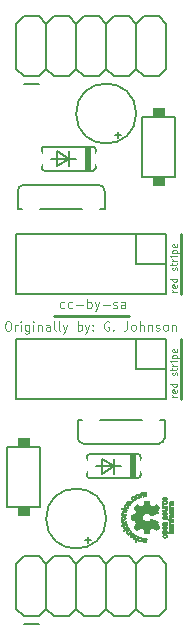
<source format=gbr>
G04 #@! TF.GenerationSoftware,KiCad,Pcbnew,(5.1.5)-3*
G04 #@! TF.CreationDate,2020-03-15T11:41:05-07:00*
G04 #@! TF.ProjectId,bbf-europower,6262662d-6575-4726-9f70-6f7765722e6b,rev?*
G04 #@! TF.SameCoordinates,Original*
G04 #@! TF.FileFunction,Legend,Top*
G04 #@! TF.FilePolarity,Positive*
%FSLAX46Y46*%
G04 Gerber Fmt 4.6, Leading zero omitted, Abs format (unit mm)*
G04 Created by KiCad (PCBNEW (5.1.5)-3) date 2020-03-15 11:41:05*
%MOMM*%
%LPD*%
G04 APERTURE LIST*
%ADD10C,0.121920*%
%ADD11C,0.254000*%
%ADD12C,0.048768*%
%ADD13C,0.010000*%
%ADD14C,0.100000*%
%ADD15C,0.203200*%
%ADD16C,0.152400*%
%ADD17C,2.082800*%
%ADD18C,1.612800*%
%ADD19R,1.612800X1.612800*%
%ADD20C,1.473200*%
%ADD21O,3.422400X1.812800*%
%ADD22C,1.930400*%
%ADD23C,1.625600*%
G04 APERTURE END LIST*
D10*
X146237621Y-104290060D02*
X146164082Y-104326830D01*
X146017004Y-104326830D01*
X145943465Y-104290060D01*
X145906695Y-104253291D01*
X145869926Y-104179752D01*
X145869926Y-103959135D01*
X145906695Y-103885596D01*
X145943465Y-103848826D01*
X146017004Y-103812057D01*
X146164082Y-103812057D01*
X146237621Y-103848826D01*
X146899472Y-104290060D02*
X146825933Y-104326830D01*
X146678855Y-104326830D01*
X146605316Y-104290060D01*
X146568547Y-104253291D01*
X146531777Y-104179752D01*
X146531777Y-103959135D01*
X146568547Y-103885596D01*
X146605316Y-103848826D01*
X146678855Y-103812057D01*
X146825933Y-103812057D01*
X146899472Y-103848826D01*
X147230398Y-104032674D02*
X147818710Y-104032674D01*
X148186406Y-104326830D02*
X148186406Y-103554670D01*
X148186406Y-103848826D02*
X148259945Y-103812057D01*
X148407023Y-103812057D01*
X148480562Y-103848826D01*
X148517331Y-103885596D01*
X148554101Y-103959135D01*
X148554101Y-104179752D01*
X148517331Y-104253291D01*
X148480562Y-104290060D01*
X148407023Y-104326830D01*
X148259945Y-104326830D01*
X148186406Y-104290060D01*
X148811488Y-103812057D02*
X148995335Y-104326830D01*
X149179183Y-103812057D02*
X148995335Y-104326830D01*
X148921796Y-104510678D01*
X148885027Y-104547447D01*
X148811488Y-104584217D01*
X149473339Y-104032674D02*
X150061651Y-104032674D01*
X150392577Y-104290060D02*
X150466116Y-104326830D01*
X150613194Y-104326830D01*
X150686733Y-104290060D01*
X150723503Y-104216521D01*
X150723503Y-104179752D01*
X150686733Y-104106213D01*
X150613194Y-104069443D01*
X150502886Y-104069443D01*
X150429347Y-104032674D01*
X150392577Y-103959135D01*
X150392577Y-103922365D01*
X150429347Y-103848826D01*
X150502886Y-103812057D01*
X150613194Y-103812057D01*
X150686733Y-103848826D01*
X151385354Y-104326830D02*
X151385354Y-103922365D01*
X151348585Y-103848826D01*
X151275046Y-103812057D01*
X151127968Y-103812057D01*
X151054428Y-103848826D01*
X151385354Y-104290060D02*
X151311815Y-104326830D01*
X151127968Y-104326830D01*
X151054428Y-104290060D01*
X151017659Y-104216521D01*
X151017659Y-104142982D01*
X151054428Y-104069443D01*
X151127968Y-104032674D01*
X151311815Y-104032674D01*
X151385354Y-103995904D01*
X141410173Y-105459670D02*
X141557251Y-105459670D01*
X141630790Y-105496440D01*
X141704329Y-105569979D01*
X141741099Y-105717057D01*
X141741099Y-105974443D01*
X141704329Y-106121521D01*
X141630790Y-106195060D01*
X141557251Y-106231830D01*
X141410173Y-106231830D01*
X141336634Y-106195060D01*
X141263095Y-106121521D01*
X141226326Y-105974443D01*
X141226326Y-105717057D01*
X141263095Y-105569979D01*
X141336634Y-105496440D01*
X141410173Y-105459670D01*
X142072025Y-106231830D02*
X142072025Y-105717057D01*
X142072025Y-105864135D02*
X142108794Y-105790596D01*
X142145564Y-105753826D01*
X142219103Y-105717057D01*
X142292642Y-105717057D01*
X142550028Y-106231830D02*
X142550028Y-105717057D01*
X142550028Y-105459670D02*
X142513259Y-105496440D01*
X142550028Y-105533209D01*
X142586798Y-105496440D01*
X142550028Y-105459670D01*
X142550028Y-105533209D01*
X143248649Y-105717057D02*
X143248649Y-106342139D01*
X143211880Y-106415678D01*
X143175110Y-106452447D01*
X143101571Y-106489217D01*
X142991263Y-106489217D01*
X142917724Y-106452447D01*
X143248649Y-106195060D02*
X143175110Y-106231830D01*
X143028032Y-106231830D01*
X142954493Y-106195060D01*
X142917724Y-106158291D01*
X142880954Y-106084752D01*
X142880954Y-105864135D01*
X142917724Y-105790596D01*
X142954493Y-105753826D01*
X143028032Y-105717057D01*
X143175110Y-105717057D01*
X143248649Y-105753826D01*
X143616345Y-106231830D02*
X143616345Y-105717057D01*
X143616345Y-105459670D02*
X143579575Y-105496440D01*
X143616345Y-105533209D01*
X143653114Y-105496440D01*
X143616345Y-105459670D01*
X143616345Y-105533209D01*
X143984040Y-105717057D02*
X143984040Y-106231830D01*
X143984040Y-105790596D02*
X144020809Y-105753826D01*
X144094348Y-105717057D01*
X144204657Y-105717057D01*
X144278196Y-105753826D01*
X144314966Y-105827365D01*
X144314966Y-106231830D01*
X145013587Y-106231830D02*
X145013587Y-105827365D01*
X144976817Y-105753826D01*
X144903278Y-105717057D01*
X144756200Y-105717057D01*
X144682661Y-105753826D01*
X145013587Y-106195060D02*
X144940048Y-106231830D01*
X144756200Y-106231830D01*
X144682661Y-106195060D01*
X144645891Y-106121521D01*
X144645891Y-106047982D01*
X144682661Y-105974443D01*
X144756200Y-105937674D01*
X144940048Y-105937674D01*
X145013587Y-105900904D01*
X145491590Y-106231830D02*
X145418051Y-106195060D01*
X145381282Y-106121521D01*
X145381282Y-105459670D01*
X145896055Y-106231830D02*
X145822516Y-106195060D01*
X145785747Y-106121521D01*
X145785747Y-105459670D01*
X146116672Y-105717057D02*
X146300520Y-106231830D01*
X146484368Y-105717057D02*
X146300520Y-106231830D01*
X146226981Y-106415678D01*
X146190211Y-106452447D01*
X146116672Y-106489217D01*
X147366836Y-106231830D02*
X147366836Y-105459670D01*
X147366836Y-105753826D02*
X147440375Y-105717057D01*
X147587453Y-105717057D01*
X147660992Y-105753826D01*
X147697762Y-105790596D01*
X147734531Y-105864135D01*
X147734531Y-106084752D01*
X147697762Y-106158291D01*
X147660992Y-106195060D01*
X147587453Y-106231830D01*
X147440375Y-106231830D01*
X147366836Y-106195060D01*
X147991918Y-105717057D02*
X148175766Y-106231830D01*
X148359613Y-105717057D02*
X148175766Y-106231830D01*
X148102227Y-106415678D01*
X148065457Y-106452447D01*
X147991918Y-106489217D01*
X148653769Y-106158291D02*
X148690539Y-106195060D01*
X148653769Y-106231830D01*
X148617000Y-106195060D01*
X148653769Y-106158291D01*
X148653769Y-106231830D01*
X148653769Y-105753826D02*
X148690539Y-105790596D01*
X148653769Y-105827365D01*
X148617000Y-105790596D01*
X148653769Y-105753826D01*
X148653769Y-105827365D01*
X150014242Y-105496440D02*
X149940703Y-105459670D01*
X149830394Y-105459670D01*
X149720086Y-105496440D01*
X149646547Y-105569979D01*
X149609777Y-105643518D01*
X149573008Y-105790596D01*
X149573008Y-105900904D01*
X149609777Y-106047982D01*
X149646547Y-106121521D01*
X149720086Y-106195060D01*
X149830394Y-106231830D01*
X149903933Y-106231830D01*
X150014242Y-106195060D01*
X150051011Y-106158291D01*
X150051011Y-105900904D01*
X149903933Y-105900904D01*
X150381937Y-106158291D02*
X150418707Y-106195060D01*
X150381937Y-106231830D01*
X150345168Y-106195060D01*
X150381937Y-106158291D01*
X150381937Y-106231830D01*
X151558562Y-105459670D02*
X151558562Y-106011213D01*
X151521792Y-106121521D01*
X151448253Y-106195060D01*
X151337945Y-106231830D01*
X151264406Y-106231830D01*
X152036566Y-106231830D02*
X151963027Y-106195060D01*
X151926257Y-106158291D01*
X151889488Y-106084752D01*
X151889488Y-105864135D01*
X151926257Y-105790596D01*
X151963027Y-105753826D01*
X152036566Y-105717057D01*
X152146874Y-105717057D01*
X152220413Y-105753826D01*
X152257183Y-105790596D01*
X152293952Y-105864135D01*
X152293952Y-106084752D01*
X152257183Y-106158291D01*
X152220413Y-106195060D01*
X152146874Y-106231830D01*
X152036566Y-106231830D01*
X152624878Y-106231830D02*
X152624878Y-105459670D01*
X152955804Y-106231830D02*
X152955804Y-105827365D01*
X152919034Y-105753826D01*
X152845495Y-105717057D01*
X152735187Y-105717057D01*
X152661648Y-105753826D01*
X152624878Y-105790596D01*
X153323499Y-105717057D02*
X153323499Y-106231830D01*
X153323499Y-105790596D02*
X153360268Y-105753826D01*
X153433808Y-105717057D01*
X153544116Y-105717057D01*
X153617655Y-105753826D01*
X153654425Y-105827365D01*
X153654425Y-106231830D01*
X153985350Y-106195060D02*
X154058889Y-106231830D01*
X154205968Y-106231830D01*
X154279507Y-106195060D01*
X154316276Y-106121521D01*
X154316276Y-106084752D01*
X154279507Y-106011213D01*
X154205968Y-105974443D01*
X154095659Y-105974443D01*
X154022120Y-105937674D01*
X153985350Y-105864135D01*
X153985350Y-105827365D01*
X154022120Y-105753826D01*
X154095659Y-105717057D01*
X154205968Y-105717057D01*
X154279507Y-105753826D01*
X154757510Y-106231830D02*
X154683971Y-106195060D01*
X154647202Y-106158291D01*
X154610432Y-106084752D01*
X154610432Y-105864135D01*
X154647202Y-105790596D01*
X154683971Y-105753826D01*
X154757510Y-105717057D01*
X154867819Y-105717057D01*
X154941358Y-105753826D01*
X154978128Y-105790596D01*
X155014897Y-105864135D01*
X155014897Y-106084752D01*
X154978128Y-106158291D01*
X154941358Y-106195060D01*
X154867819Y-106231830D01*
X154757510Y-106231830D01*
X155345823Y-105717057D02*
X155345823Y-106231830D01*
X155345823Y-105790596D02*
X155382592Y-105753826D01*
X155456131Y-105717057D01*
X155566440Y-105717057D01*
X155639979Y-105753826D01*
X155676748Y-105827365D01*
X155676748Y-106231830D01*
D11*
X145326100Y-104998600D02*
X151676100Y-104998600D01*
D12*
X155776022Y-111814015D02*
X155389942Y-111814015D01*
X155500251Y-111814015D02*
X155445097Y-111786437D01*
X155417520Y-111758860D01*
X155389942Y-111703706D01*
X155389942Y-111648552D01*
X155748445Y-111234895D02*
X155776022Y-111290049D01*
X155776022Y-111400357D01*
X155748445Y-111455512D01*
X155693291Y-111483089D01*
X155472674Y-111483089D01*
X155417520Y-111455512D01*
X155389942Y-111400357D01*
X155389942Y-111290049D01*
X155417520Y-111234895D01*
X155472674Y-111207317D01*
X155527828Y-111207317D01*
X155582982Y-111483089D01*
X155776022Y-110710929D02*
X155196902Y-110710929D01*
X155748445Y-110710929D02*
X155776022Y-110766083D01*
X155776022Y-110876392D01*
X155748445Y-110931546D01*
X155720868Y-110959123D01*
X155665714Y-110986700D01*
X155500251Y-110986700D01*
X155445097Y-110959123D01*
X155417520Y-110931546D01*
X155389942Y-110876392D01*
X155389942Y-110766083D01*
X155417520Y-110710929D01*
X155748445Y-110021500D02*
X155776022Y-109966346D01*
X155776022Y-109856037D01*
X155748445Y-109800883D01*
X155693291Y-109773306D01*
X155665714Y-109773306D01*
X155610560Y-109800883D01*
X155582982Y-109856037D01*
X155582982Y-109938769D01*
X155555405Y-109993923D01*
X155500251Y-110021500D01*
X155472674Y-110021500D01*
X155417520Y-109993923D01*
X155389942Y-109938769D01*
X155389942Y-109856037D01*
X155417520Y-109800883D01*
X155389942Y-109607843D02*
X155389942Y-109387226D01*
X155196902Y-109525112D02*
X155693291Y-109525112D01*
X155748445Y-109497535D01*
X155776022Y-109442380D01*
X155776022Y-109387226D01*
X155776022Y-109194186D02*
X155389942Y-109194186D01*
X155500251Y-109194186D02*
X155445097Y-109166609D01*
X155417520Y-109139032D01*
X155389942Y-109083877D01*
X155389942Y-109028723D01*
X155776022Y-108835683D02*
X155389942Y-108835683D01*
X155196902Y-108835683D02*
X155224480Y-108863260D01*
X155252057Y-108835683D01*
X155224480Y-108808106D01*
X155196902Y-108835683D01*
X155252057Y-108835683D01*
X155389942Y-108559912D02*
X155969062Y-108559912D01*
X155417520Y-108559912D02*
X155389942Y-108504757D01*
X155389942Y-108394449D01*
X155417520Y-108339295D01*
X155445097Y-108311717D01*
X155500251Y-108284140D01*
X155665714Y-108284140D01*
X155720868Y-108311717D01*
X155748445Y-108339295D01*
X155776022Y-108394449D01*
X155776022Y-108504757D01*
X155748445Y-108559912D01*
X155748445Y-107815329D02*
X155776022Y-107870483D01*
X155776022Y-107980792D01*
X155748445Y-108035946D01*
X155693291Y-108063523D01*
X155472674Y-108063523D01*
X155417520Y-108035946D01*
X155389942Y-107980792D01*
X155389942Y-107870483D01*
X155417520Y-107815329D01*
X155472674Y-107787752D01*
X155527828Y-107787752D01*
X155582982Y-108063523D01*
D11*
X156121100Y-111983600D02*
X156121100Y-106903600D01*
D12*
X155776022Y-102924015D02*
X155389942Y-102924015D01*
X155500251Y-102924015D02*
X155445097Y-102896437D01*
X155417520Y-102868860D01*
X155389942Y-102813706D01*
X155389942Y-102758552D01*
X155748445Y-102344895D02*
X155776022Y-102400049D01*
X155776022Y-102510357D01*
X155748445Y-102565512D01*
X155693291Y-102593089D01*
X155472674Y-102593089D01*
X155417520Y-102565512D01*
X155389942Y-102510357D01*
X155389942Y-102400049D01*
X155417520Y-102344895D01*
X155472674Y-102317317D01*
X155527828Y-102317317D01*
X155582982Y-102593089D01*
X155776022Y-101820929D02*
X155196902Y-101820929D01*
X155748445Y-101820929D02*
X155776022Y-101876083D01*
X155776022Y-101986392D01*
X155748445Y-102041546D01*
X155720868Y-102069123D01*
X155665714Y-102096700D01*
X155500251Y-102096700D01*
X155445097Y-102069123D01*
X155417520Y-102041546D01*
X155389942Y-101986392D01*
X155389942Y-101876083D01*
X155417520Y-101820929D01*
X155748445Y-101131500D02*
X155776022Y-101076346D01*
X155776022Y-100966037D01*
X155748445Y-100910883D01*
X155693291Y-100883306D01*
X155665714Y-100883306D01*
X155610560Y-100910883D01*
X155582982Y-100966037D01*
X155582982Y-101048769D01*
X155555405Y-101103923D01*
X155500251Y-101131500D01*
X155472674Y-101131500D01*
X155417520Y-101103923D01*
X155389942Y-101048769D01*
X155389942Y-100966037D01*
X155417520Y-100910883D01*
X155389942Y-100717843D02*
X155389942Y-100497226D01*
X155196902Y-100635112D02*
X155693291Y-100635112D01*
X155748445Y-100607535D01*
X155776022Y-100552380D01*
X155776022Y-100497226D01*
X155776022Y-100304186D02*
X155389942Y-100304186D01*
X155500251Y-100304186D02*
X155445097Y-100276609D01*
X155417520Y-100249032D01*
X155389942Y-100193877D01*
X155389942Y-100138723D01*
X155776022Y-99945683D02*
X155389942Y-99945683D01*
X155196902Y-99945683D02*
X155224480Y-99973260D01*
X155252057Y-99945683D01*
X155224480Y-99918106D01*
X155196902Y-99945683D01*
X155252057Y-99945683D01*
X155389942Y-99669912D02*
X155969062Y-99669912D01*
X155417520Y-99669912D02*
X155389942Y-99614757D01*
X155389942Y-99504449D01*
X155417520Y-99449295D01*
X155445097Y-99421717D01*
X155500251Y-99394140D01*
X155665714Y-99394140D01*
X155720868Y-99421717D01*
X155748445Y-99449295D01*
X155776022Y-99504449D01*
X155776022Y-99614757D01*
X155748445Y-99669912D01*
X155748445Y-98925329D02*
X155776022Y-98980483D01*
X155776022Y-99090792D01*
X155748445Y-99145946D01*
X155693291Y-99173523D01*
X155472674Y-99173523D01*
X155417520Y-99145946D01*
X155389942Y-99090792D01*
X155389942Y-98980483D01*
X155417520Y-98925329D01*
X155472674Y-98897752D01*
X155527828Y-98897752D01*
X155582982Y-99173523D01*
D11*
X156121100Y-103093600D02*
X156121100Y-98013600D01*
D13*
G04 #@! TO.C,G\002A\002A\002A*
G36*
X155108943Y-121425297D02*
G01*
X155113765Y-121392674D01*
X155122122Y-121366090D01*
X155134296Y-121344881D01*
X155150571Y-121328387D01*
X155170844Y-121316125D01*
X155175939Y-121313895D01*
X155181277Y-121312100D01*
X155187742Y-121310691D01*
X155196216Y-121309620D01*
X155207583Y-121308839D01*
X155222724Y-121308301D01*
X155242523Y-121307956D01*
X155267862Y-121307756D01*
X155299625Y-121307653D01*
X155326762Y-121307613D01*
X155364137Y-121307609D01*
X155394337Y-121307713D01*
X155418125Y-121307957D01*
X155436264Y-121308372D01*
X155449516Y-121308988D01*
X155458645Y-121309837D01*
X155464413Y-121310950D01*
X155467582Y-121312359D01*
X155468584Y-121313406D01*
X155470590Y-121320371D01*
X155471979Y-121332410D01*
X155472408Y-121344164D01*
X155471826Y-121359526D01*
X155469603Y-121369424D01*
X155465160Y-121376259D01*
X155464532Y-121376906D01*
X155457405Y-121382734D01*
X155452575Y-121384843D01*
X155452022Y-121387774D01*
X155455226Y-121395196D01*
X155457870Y-121399726D01*
X155469154Y-121424526D01*
X155475090Y-121452905D01*
X155475438Y-121482367D01*
X155469960Y-121510417D01*
X155468808Y-121513828D01*
X155462173Y-121531946D01*
X155456946Y-121544481D01*
X155452082Y-121553397D01*
X155446538Y-121560661D01*
X155440606Y-121566908D01*
X155421061Y-121582739D01*
X155399810Y-121591981D01*
X155374667Y-121595528D01*
X155370235Y-121595626D01*
X155368442Y-121595555D01*
X155368442Y-121524450D01*
X155381199Y-121521762D01*
X155391010Y-121514815D01*
X155398129Y-121500937D01*
X155402621Y-121479933D01*
X155404547Y-121451607D01*
X155404594Y-121448884D01*
X155404225Y-121430981D01*
X155402169Y-121418029D01*
X155397893Y-121407128D01*
X155396425Y-121404401D01*
X155384421Y-121390654D01*
X155367696Y-121382625D01*
X155347383Y-121380669D01*
X155330112Y-121383500D01*
X155320708Y-121386017D01*
X155322416Y-121443970D01*
X155323414Y-121467294D01*
X155324863Y-121487004D01*
X155326631Y-121501718D01*
X155328585Y-121510051D01*
X155328839Y-121510583D01*
X155337754Y-121519251D01*
X155351673Y-121524027D01*
X155368442Y-121524450D01*
X155368442Y-121595555D01*
X155344768Y-121594617D01*
X155324678Y-121590465D01*
X155307724Y-121582252D01*
X155291665Y-121569063D01*
X155282893Y-121559900D01*
X155276088Y-121551639D01*
X155270855Y-121542989D01*
X155266889Y-121532654D01*
X155263884Y-121519341D01*
X155261533Y-121501754D01*
X155259530Y-121478598D01*
X155257917Y-121454297D01*
X155256028Y-121427106D01*
X155253789Y-121407003D01*
X155250603Y-121393141D01*
X155245877Y-121384673D01*
X155239017Y-121380755D01*
X155229429Y-121380539D01*
X155216517Y-121383178D01*
X155209333Y-121385109D01*
X155196794Y-121390388D01*
X155188002Y-121398898D01*
X155182427Y-121411802D01*
X155179543Y-121430263D01*
X155178811Y-121452312D01*
X155179139Y-121471637D01*
X155180341Y-121485123D01*
X155182741Y-121494849D01*
X155186664Y-121502895D01*
X155186734Y-121503010D01*
X155192012Y-121513834D01*
X155194602Y-121523400D01*
X155194657Y-121524477D01*
X155192373Y-121531821D01*
X155186520Y-121542359D01*
X155178597Y-121554035D01*
X155170100Y-121564792D01*
X155162527Y-121572576D01*
X155157603Y-121575343D01*
X155151410Y-121572342D01*
X155142710Y-121564631D01*
X155133328Y-121554149D01*
X155125094Y-121542835D01*
X155122066Y-121537640D01*
X155114509Y-121520631D01*
X155109915Y-121503059D01*
X155107743Y-121482235D01*
X155107374Y-121464618D01*
X155108943Y-121425297D01*
G37*
X155108943Y-121425297D02*
X155113765Y-121392674D01*
X155122122Y-121366090D01*
X155134296Y-121344881D01*
X155150571Y-121328387D01*
X155170844Y-121316125D01*
X155175939Y-121313895D01*
X155181277Y-121312100D01*
X155187742Y-121310691D01*
X155196216Y-121309620D01*
X155207583Y-121308839D01*
X155222724Y-121308301D01*
X155242523Y-121307956D01*
X155267862Y-121307756D01*
X155299625Y-121307653D01*
X155326762Y-121307613D01*
X155364137Y-121307609D01*
X155394337Y-121307713D01*
X155418125Y-121307957D01*
X155436264Y-121308372D01*
X155449516Y-121308988D01*
X155458645Y-121309837D01*
X155464413Y-121310950D01*
X155467582Y-121312359D01*
X155468584Y-121313406D01*
X155470590Y-121320371D01*
X155471979Y-121332410D01*
X155472408Y-121344164D01*
X155471826Y-121359526D01*
X155469603Y-121369424D01*
X155465160Y-121376259D01*
X155464532Y-121376906D01*
X155457405Y-121382734D01*
X155452575Y-121384843D01*
X155452022Y-121387774D01*
X155455226Y-121395196D01*
X155457870Y-121399726D01*
X155469154Y-121424526D01*
X155475090Y-121452905D01*
X155475438Y-121482367D01*
X155469960Y-121510417D01*
X155468808Y-121513828D01*
X155462173Y-121531946D01*
X155456946Y-121544481D01*
X155452082Y-121553397D01*
X155446538Y-121560661D01*
X155440606Y-121566908D01*
X155421061Y-121582739D01*
X155399810Y-121591981D01*
X155374667Y-121595528D01*
X155370235Y-121595626D01*
X155368442Y-121595555D01*
X155368442Y-121524450D01*
X155381199Y-121521762D01*
X155391010Y-121514815D01*
X155398129Y-121500937D01*
X155402621Y-121479933D01*
X155404547Y-121451607D01*
X155404594Y-121448884D01*
X155404225Y-121430981D01*
X155402169Y-121418029D01*
X155397893Y-121407128D01*
X155396425Y-121404401D01*
X155384421Y-121390654D01*
X155367696Y-121382625D01*
X155347383Y-121380669D01*
X155330112Y-121383500D01*
X155320708Y-121386017D01*
X155322416Y-121443970D01*
X155323414Y-121467294D01*
X155324863Y-121487004D01*
X155326631Y-121501718D01*
X155328585Y-121510051D01*
X155328839Y-121510583D01*
X155337754Y-121519251D01*
X155351673Y-121524027D01*
X155368442Y-121524450D01*
X155368442Y-121595555D01*
X155344768Y-121594617D01*
X155324678Y-121590465D01*
X155307724Y-121582252D01*
X155291665Y-121569063D01*
X155282893Y-121559900D01*
X155276088Y-121551639D01*
X155270855Y-121542989D01*
X155266889Y-121532654D01*
X155263884Y-121519341D01*
X155261533Y-121501754D01*
X155259530Y-121478598D01*
X155257917Y-121454297D01*
X155256028Y-121427106D01*
X155253789Y-121407003D01*
X155250603Y-121393141D01*
X155245877Y-121384673D01*
X155239017Y-121380755D01*
X155229429Y-121380539D01*
X155216517Y-121383178D01*
X155209333Y-121385109D01*
X155196794Y-121390388D01*
X155188002Y-121398898D01*
X155182427Y-121411802D01*
X155179543Y-121430263D01*
X155178811Y-121452312D01*
X155179139Y-121471637D01*
X155180341Y-121485123D01*
X155182741Y-121494849D01*
X155186664Y-121502895D01*
X155186734Y-121503010D01*
X155192012Y-121513834D01*
X155194602Y-121523400D01*
X155194657Y-121524477D01*
X155192373Y-121531821D01*
X155186520Y-121542359D01*
X155178597Y-121554035D01*
X155170100Y-121564792D01*
X155162527Y-121572576D01*
X155157603Y-121575343D01*
X155151410Y-121572342D01*
X155142710Y-121564631D01*
X155133328Y-121554149D01*
X155125094Y-121542835D01*
X155122066Y-121537640D01*
X155114509Y-121520631D01*
X155109915Y-121503059D01*
X155107743Y-121482235D01*
X155107374Y-121464618D01*
X155108943Y-121425297D01*
G36*
X154540078Y-123210164D02*
G01*
X154541140Y-123196472D01*
X154543402Y-123185982D01*
X154547263Y-123176332D01*
X154549626Y-123171641D01*
X154562371Y-123150845D01*
X154576618Y-123135663D01*
X154594694Y-123123817D01*
X154602318Y-123120054D01*
X154610660Y-123116351D01*
X154618388Y-123113594D01*
X154626891Y-123111612D01*
X154637554Y-123110236D01*
X154651768Y-123109297D01*
X154670918Y-123108624D01*
X154696393Y-123108047D01*
X154701205Y-123107952D01*
X154735429Y-123107641D01*
X154765011Y-123108114D01*
X154788853Y-123109337D01*
X154805503Y-123111213D01*
X154835236Y-123119768D01*
X154860238Y-123134017D01*
X154880132Y-123153014D01*
X154894536Y-123175817D01*
X154903073Y-123201478D01*
X154905363Y-123229054D01*
X154901027Y-123257600D01*
X154889685Y-123286170D01*
X154881320Y-123300092D01*
X154869488Y-123317625D01*
X155138755Y-123317625D01*
X155124532Y-123293748D01*
X155117376Y-123280932D01*
X155112894Y-123269952D01*
X155110283Y-123257888D01*
X155108740Y-123241821D01*
X155108307Y-123234767D01*
X155107513Y-123217420D01*
X155107838Y-123205169D01*
X155109779Y-123195200D01*
X155113833Y-123184694D01*
X155119091Y-123173689D01*
X155135201Y-123148244D01*
X155155734Y-123129066D01*
X155181632Y-123115289D01*
X155183251Y-123114663D01*
X155189247Y-123112624D01*
X155195956Y-123110995D01*
X155204300Y-123109731D01*
X155215202Y-123108787D01*
X155229582Y-123108118D01*
X155248363Y-123107678D01*
X155272465Y-123107422D01*
X155302811Y-123107305D01*
X155333704Y-123107281D01*
X155464728Y-123107281D01*
X155468598Y-123117461D01*
X155471195Y-123128540D01*
X155472323Y-123142383D01*
X155472034Y-123156322D01*
X155470379Y-123167688D01*
X155467508Y-123173738D01*
X155462306Y-123174878D01*
X155450089Y-123176068D01*
X155431778Y-123177256D01*
X155408294Y-123178393D01*
X155380561Y-123179429D01*
X155349498Y-123180312D01*
X155345605Y-123180405D01*
X155311704Y-123181235D01*
X155284791Y-123182011D01*
X155263916Y-123182811D01*
X155248133Y-123183712D01*
X155236490Y-123184793D01*
X155228041Y-123186130D01*
X155221837Y-123187802D01*
X155216928Y-123189885D01*
X155214636Y-123191121D01*
X155200301Y-123200936D01*
X155191225Y-123212039D01*
X155186386Y-123226446D01*
X155184764Y-123246173D01*
X155184735Y-123250156D01*
X155185938Y-123271092D01*
X155190227Y-123286253D01*
X155198619Y-123297524D01*
X155212131Y-123306794D01*
X155216485Y-123309048D01*
X155221692Y-123311358D01*
X155227604Y-123313193D01*
X155235199Y-123314624D01*
X155245454Y-123315719D01*
X155259348Y-123316548D01*
X155277858Y-123317180D01*
X155301962Y-123317686D01*
X155332639Y-123318134D01*
X155346813Y-123318310D01*
X155380044Y-123318740D01*
X155406232Y-123319177D01*
X155426269Y-123319689D01*
X155441050Y-123320342D01*
X155451468Y-123321204D01*
X155458417Y-123322342D01*
X155462790Y-123323824D01*
X155465482Y-123325718D01*
X155466868Y-123327357D01*
X155469984Y-123335857D01*
X155471852Y-123349193D01*
X155472388Y-123364350D01*
X155471508Y-123378313D01*
X155469128Y-123388067D01*
X155468585Y-123389062D01*
X155467227Y-123390056D01*
X155464181Y-123390941D01*
X155458998Y-123391723D01*
X155451225Y-123392413D01*
X155440414Y-123393016D01*
X155426113Y-123393542D01*
X155407872Y-123393999D01*
X155385241Y-123394394D01*
X155357769Y-123394736D01*
X155325006Y-123395033D01*
X155286501Y-123395292D01*
X155241804Y-123395522D01*
X155190465Y-123395731D01*
X155132032Y-123395927D01*
X155074748Y-123396094D01*
X155017974Y-123396217D01*
X154962199Y-123396273D01*
X154908097Y-123396265D01*
X154856343Y-123396196D01*
X154807611Y-123396068D01*
X154762578Y-123395884D01*
X154721917Y-123395648D01*
X154713037Y-123395577D01*
X154713037Y-123319765D01*
X154742769Y-123318782D01*
X154749465Y-123318122D01*
X154776220Y-123313967D01*
X154796221Y-123307991D01*
X154810537Y-123299721D01*
X154820236Y-123288679D01*
X154821792Y-123285954D01*
X154827475Y-123268685D01*
X154829261Y-123248110D01*
X154827108Y-123227856D01*
X154822580Y-123214437D01*
X154813155Y-123202005D01*
X154798365Y-123192538D01*
X154777381Y-123185638D01*
X154754021Y-123181491D01*
X154729443Y-123179715D01*
X154703331Y-123180300D01*
X154678057Y-123183000D01*
X154655994Y-123187566D01*
X154640291Y-123193346D01*
X154624882Y-123205461D01*
X154615081Y-123222823D01*
X154611290Y-123244689D01*
X154611256Y-123247099D01*
X154613993Y-123270990D01*
X154621996Y-123289950D01*
X154634926Y-123303274D01*
X154639423Y-123305918D01*
X154659213Y-123313094D01*
X154684468Y-123317789D01*
X154713037Y-123319765D01*
X154713037Y-123395577D01*
X154686304Y-123395362D01*
X154656412Y-123395029D01*
X154632919Y-123394652D01*
X154616497Y-123394235D01*
X154613235Y-123394110D01*
X154541797Y-123391047D01*
X154540593Y-123365372D01*
X154540320Y-123344753D01*
X154541910Y-123331102D01*
X154545546Y-123323629D01*
X154550802Y-123321533D01*
X154560047Y-123320311D01*
X154563909Y-123316189D01*
X154562490Y-123308166D01*
X154555892Y-123295239D01*
X154553825Y-123291752D01*
X154547360Y-123280609D01*
X154543268Y-123271584D01*
X154541008Y-123262271D01*
X154540037Y-123250260D01*
X154539815Y-123233145D01*
X154539813Y-123229422D01*
X154540078Y-123210164D01*
G37*
X154540078Y-123210164D02*
X154541140Y-123196472D01*
X154543402Y-123185982D01*
X154547263Y-123176332D01*
X154549626Y-123171641D01*
X154562371Y-123150845D01*
X154576618Y-123135663D01*
X154594694Y-123123817D01*
X154602318Y-123120054D01*
X154610660Y-123116351D01*
X154618388Y-123113594D01*
X154626891Y-123111612D01*
X154637554Y-123110236D01*
X154651768Y-123109297D01*
X154670918Y-123108624D01*
X154696393Y-123108047D01*
X154701205Y-123107952D01*
X154735429Y-123107641D01*
X154765011Y-123108114D01*
X154788853Y-123109337D01*
X154805503Y-123111213D01*
X154835236Y-123119768D01*
X154860238Y-123134017D01*
X154880132Y-123153014D01*
X154894536Y-123175817D01*
X154903073Y-123201478D01*
X154905363Y-123229054D01*
X154901027Y-123257600D01*
X154889685Y-123286170D01*
X154881320Y-123300092D01*
X154869488Y-123317625D01*
X155138755Y-123317625D01*
X155124532Y-123293748D01*
X155117376Y-123280932D01*
X155112894Y-123269952D01*
X155110283Y-123257888D01*
X155108740Y-123241821D01*
X155108307Y-123234767D01*
X155107513Y-123217420D01*
X155107838Y-123205169D01*
X155109779Y-123195200D01*
X155113833Y-123184694D01*
X155119091Y-123173689D01*
X155135201Y-123148244D01*
X155155734Y-123129066D01*
X155181632Y-123115289D01*
X155183251Y-123114663D01*
X155189247Y-123112624D01*
X155195956Y-123110995D01*
X155204300Y-123109731D01*
X155215202Y-123108787D01*
X155229582Y-123108118D01*
X155248363Y-123107678D01*
X155272465Y-123107422D01*
X155302811Y-123107305D01*
X155333704Y-123107281D01*
X155464728Y-123107281D01*
X155468598Y-123117461D01*
X155471195Y-123128540D01*
X155472323Y-123142383D01*
X155472034Y-123156322D01*
X155470379Y-123167688D01*
X155467508Y-123173738D01*
X155462306Y-123174878D01*
X155450089Y-123176068D01*
X155431778Y-123177256D01*
X155408294Y-123178393D01*
X155380561Y-123179429D01*
X155349498Y-123180312D01*
X155345605Y-123180405D01*
X155311704Y-123181235D01*
X155284791Y-123182011D01*
X155263916Y-123182811D01*
X155248133Y-123183712D01*
X155236490Y-123184793D01*
X155228041Y-123186130D01*
X155221837Y-123187802D01*
X155216928Y-123189885D01*
X155214636Y-123191121D01*
X155200301Y-123200936D01*
X155191225Y-123212039D01*
X155186386Y-123226446D01*
X155184764Y-123246173D01*
X155184735Y-123250156D01*
X155185938Y-123271092D01*
X155190227Y-123286253D01*
X155198619Y-123297524D01*
X155212131Y-123306794D01*
X155216485Y-123309048D01*
X155221692Y-123311358D01*
X155227604Y-123313193D01*
X155235199Y-123314624D01*
X155245454Y-123315719D01*
X155259348Y-123316548D01*
X155277858Y-123317180D01*
X155301962Y-123317686D01*
X155332639Y-123318134D01*
X155346813Y-123318310D01*
X155380044Y-123318740D01*
X155406232Y-123319177D01*
X155426269Y-123319689D01*
X155441050Y-123320342D01*
X155451468Y-123321204D01*
X155458417Y-123322342D01*
X155462790Y-123323824D01*
X155465482Y-123325718D01*
X155466868Y-123327357D01*
X155469984Y-123335857D01*
X155471852Y-123349193D01*
X155472388Y-123364350D01*
X155471508Y-123378313D01*
X155469128Y-123388067D01*
X155468585Y-123389062D01*
X155467227Y-123390056D01*
X155464181Y-123390941D01*
X155458998Y-123391723D01*
X155451225Y-123392413D01*
X155440414Y-123393016D01*
X155426113Y-123393542D01*
X155407872Y-123393999D01*
X155385241Y-123394394D01*
X155357769Y-123394736D01*
X155325006Y-123395033D01*
X155286501Y-123395292D01*
X155241804Y-123395522D01*
X155190465Y-123395731D01*
X155132032Y-123395927D01*
X155074748Y-123396094D01*
X155017974Y-123396217D01*
X154962199Y-123396273D01*
X154908097Y-123396265D01*
X154856343Y-123396196D01*
X154807611Y-123396068D01*
X154762578Y-123395884D01*
X154721917Y-123395648D01*
X154713037Y-123395577D01*
X154713037Y-123319765D01*
X154742769Y-123318782D01*
X154749465Y-123318122D01*
X154776220Y-123313967D01*
X154796221Y-123307991D01*
X154810537Y-123299721D01*
X154820236Y-123288679D01*
X154821792Y-123285954D01*
X154827475Y-123268685D01*
X154829261Y-123248110D01*
X154827108Y-123227856D01*
X154822580Y-123214437D01*
X154813155Y-123202005D01*
X154798365Y-123192538D01*
X154777381Y-123185638D01*
X154754021Y-123181491D01*
X154729443Y-123179715D01*
X154703331Y-123180300D01*
X154678057Y-123183000D01*
X154655994Y-123187566D01*
X154640291Y-123193346D01*
X154624882Y-123205461D01*
X154615081Y-123222823D01*
X154611290Y-123244689D01*
X154611256Y-123247099D01*
X154613993Y-123270990D01*
X154621996Y-123289950D01*
X154634926Y-123303274D01*
X154639423Y-123305918D01*
X154659213Y-123313094D01*
X154684468Y-123317789D01*
X154713037Y-123319765D01*
X154713037Y-123395577D01*
X154686304Y-123395362D01*
X154656412Y-123395029D01*
X154632919Y-123394652D01*
X154616497Y-123394235D01*
X154613235Y-123394110D01*
X154541797Y-123391047D01*
X154540593Y-123365372D01*
X154540320Y-123344753D01*
X154541910Y-123331102D01*
X154545546Y-123323629D01*
X154550802Y-123321533D01*
X154560047Y-123320311D01*
X154563909Y-123316189D01*
X154562490Y-123308166D01*
X154555892Y-123295239D01*
X154553825Y-123291752D01*
X154547360Y-123280609D01*
X154543268Y-123271584D01*
X154541008Y-123262271D01*
X154540037Y-123250260D01*
X154539815Y-123233145D01*
X154539813Y-123229422D01*
X154540078Y-123210164D01*
G36*
X155111584Y-122942114D02*
G01*
X155112080Y-122920381D01*
X155112408Y-122909128D01*
X155113542Y-122879784D01*
X155115166Y-122857003D01*
X155117596Y-122839412D01*
X155121151Y-122825638D01*
X155126147Y-122814307D01*
X155132902Y-122804048D01*
X155138204Y-122797515D01*
X155145241Y-122789513D01*
X155151800Y-122783132D01*
X155158867Y-122778155D01*
X155167433Y-122774364D01*
X155178484Y-122771542D01*
X155193011Y-122769470D01*
X155212000Y-122767932D01*
X155236441Y-122766709D01*
X155267322Y-122765583D01*
X155285938Y-122764974D01*
X155333330Y-122763666D01*
X155373099Y-122763059D01*
X155405527Y-122763162D01*
X155430898Y-122763984D01*
X155449496Y-122765533D01*
X155461603Y-122767818D01*
X155466901Y-122770257D01*
X155470664Y-122778051D01*
X155472363Y-122793429D01*
X155472469Y-122799905D01*
X155471005Y-122818846D01*
X155466421Y-122830927D01*
X155458429Y-122836706D01*
X155453044Y-122837406D01*
X155449800Y-122838246D01*
X155449408Y-122841736D01*
X155452175Y-122849330D01*
X155458274Y-122862211D01*
X155463921Y-122874466D01*
X155467571Y-122885159D01*
X155469710Y-122896769D01*
X155470823Y-122911770D01*
X155471320Y-122928687D01*
X155471274Y-122947412D01*
X155470455Y-122964271D01*
X155469013Y-122976973D01*
X155467823Y-122981885D01*
X155453844Y-123007760D01*
X155433042Y-123029686D01*
X155405568Y-123047505D01*
X155405175Y-123047705D01*
X155393035Y-123052945D01*
X155381611Y-123055091D01*
X155367084Y-123054752D01*
X155363183Y-123054413D01*
X155361344Y-123054117D01*
X155361344Y-122984250D01*
X155368354Y-122982884D01*
X155377887Y-122979603D01*
X155386951Y-122975629D01*
X155392553Y-122972184D01*
X155393154Y-122971249D01*
X155394403Y-122967337D01*
X155397469Y-122958571D01*
X155398933Y-122954484D01*
X155402462Y-122939027D01*
X155404221Y-122919256D01*
X155404176Y-122898411D01*
X155402295Y-122879729D01*
X155399815Y-122869528D01*
X155391583Y-122855074D01*
X155378214Y-122845356D01*
X155358807Y-122839791D01*
X155352832Y-122838971D01*
X155339834Y-122837803D01*
X155332192Y-122838473D01*
X155327418Y-122841584D01*
X155324198Y-122845920D01*
X155321650Y-122850949D01*
X155320139Y-122857606D01*
X155319596Y-122867391D01*
X155319956Y-122881802D01*
X155321150Y-122902338D01*
X155321457Y-122906941D01*
X155322983Y-122926909D01*
X155324642Y-122944432D01*
X155326246Y-122957757D01*
X155327608Y-122965130D01*
X155327751Y-122965545D01*
X155334062Y-122973138D01*
X155344905Y-122979857D01*
X155356936Y-122983840D01*
X155361344Y-122984250D01*
X155361344Y-123054117D01*
X155333372Y-123049609D01*
X155309756Y-123040998D01*
X155291260Y-123027961D01*
X155276811Y-123009878D01*
X155272442Y-123002109D01*
X155268576Y-122993950D01*
X155265654Y-122985610D01*
X155263432Y-122975603D01*
X155261666Y-122962438D01*
X155260115Y-122944629D01*
X155258534Y-122920687D01*
X155258179Y-122914797D01*
X155256535Y-122889275D01*
X155254990Y-122870576D01*
X155253381Y-122857587D01*
X155251543Y-122849197D01*
X155249311Y-122844295D01*
X155247458Y-122842367D01*
X155235938Y-122837893D01*
X155220623Y-122839206D01*
X155206491Y-122843851D01*
X155194916Y-122849878D01*
X155186959Y-122858042D01*
X155182017Y-122869768D01*
X155179492Y-122886482D01*
X155178782Y-122909612D01*
X155178782Y-122909670D01*
X155179090Y-122928538D01*
X155180309Y-122941964D01*
X155182875Y-122952432D01*
X155187226Y-122962422D01*
X155188524Y-122964910D01*
X155198266Y-122983210D01*
X155180453Y-123008535D01*
X155171445Y-123020762D01*
X155163735Y-123030188D01*
X155158746Y-123035095D01*
X155158199Y-123035384D01*
X155152965Y-123033446D01*
X155144968Y-123026401D01*
X155135643Y-123015878D01*
X155126430Y-123003503D01*
X155118764Y-122990904D01*
X155118546Y-122990487D01*
X155115537Y-122984118D01*
X155113444Y-122977516D01*
X155112159Y-122969262D01*
X155111574Y-122957935D01*
X155111584Y-122942114D01*
G37*
X155111584Y-122942114D02*
X155112080Y-122920381D01*
X155112408Y-122909128D01*
X155113542Y-122879784D01*
X155115166Y-122857003D01*
X155117596Y-122839412D01*
X155121151Y-122825638D01*
X155126147Y-122814307D01*
X155132902Y-122804048D01*
X155138204Y-122797515D01*
X155145241Y-122789513D01*
X155151800Y-122783132D01*
X155158867Y-122778155D01*
X155167433Y-122774364D01*
X155178484Y-122771542D01*
X155193011Y-122769470D01*
X155212000Y-122767932D01*
X155236441Y-122766709D01*
X155267322Y-122765583D01*
X155285938Y-122764974D01*
X155333330Y-122763666D01*
X155373099Y-122763059D01*
X155405527Y-122763162D01*
X155430898Y-122763984D01*
X155449496Y-122765533D01*
X155461603Y-122767818D01*
X155466901Y-122770257D01*
X155470664Y-122778051D01*
X155472363Y-122793429D01*
X155472469Y-122799905D01*
X155471005Y-122818846D01*
X155466421Y-122830927D01*
X155458429Y-122836706D01*
X155453044Y-122837406D01*
X155449800Y-122838246D01*
X155449408Y-122841736D01*
X155452175Y-122849330D01*
X155458274Y-122862211D01*
X155463921Y-122874466D01*
X155467571Y-122885159D01*
X155469710Y-122896769D01*
X155470823Y-122911770D01*
X155471320Y-122928687D01*
X155471274Y-122947412D01*
X155470455Y-122964271D01*
X155469013Y-122976973D01*
X155467823Y-122981885D01*
X155453844Y-123007760D01*
X155433042Y-123029686D01*
X155405568Y-123047505D01*
X155405175Y-123047705D01*
X155393035Y-123052945D01*
X155381611Y-123055091D01*
X155367084Y-123054752D01*
X155363183Y-123054413D01*
X155361344Y-123054117D01*
X155361344Y-122984250D01*
X155368354Y-122982884D01*
X155377887Y-122979603D01*
X155386951Y-122975629D01*
X155392553Y-122972184D01*
X155393154Y-122971249D01*
X155394403Y-122967337D01*
X155397469Y-122958571D01*
X155398933Y-122954484D01*
X155402462Y-122939027D01*
X155404221Y-122919256D01*
X155404176Y-122898411D01*
X155402295Y-122879729D01*
X155399815Y-122869528D01*
X155391583Y-122855074D01*
X155378214Y-122845356D01*
X155358807Y-122839791D01*
X155352832Y-122838971D01*
X155339834Y-122837803D01*
X155332192Y-122838473D01*
X155327418Y-122841584D01*
X155324198Y-122845920D01*
X155321650Y-122850949D01*
X155320139Y-122857606D01*
X155319596Y-122867391D01*
X155319956Y-122881802D01*
X155321150Y-122902338D01*
X155321457Y-122906941D01*
X155322983Y-122926909D01*
X155324642Y-122944432D01*
X155326246Y-122957757D01*
X155327608Y-122965130D01*
X155327751Y-122965545D01*
X155334062Y-122973138D01*
X155344905Y-122979857D01*
X155356936Y-122983840D01*
X155361344Y-122984250D01*
X155361344Y-123054117D01*
X155333372Y-123049609D01*
X155309756Y-123040998D01*
X155291260Y-123027961D01*
X155276811Y-123009878D01*
X155272442Y-123002109D01*
X155268576Y-122993950D01*
X155265654Y-122985610D01*
X155263432Y-122975603D01*
X155261666Y-122962438D01*
X155260115Y-122944629D01*
X155258534Y-122920687D01*
X155258179Y-122914797D01*
X155256535Y-122889275D01*
X155254990Y-122870576D01*
X155253381Y-122857587D01*
X155251543Y-122849197D01*
X155249311Y-122844295D01*
X155247458Y-122842367D01*
X155235938Y-122837893D01*
X155220623Y-122839206D01*
X155206491Y-122843851D01*
X155194916Y-122849878D01*
X155186959Y-122858042D01*
X155182017Y-122869768D01*
X155179492Y-122886482D01*
X155178782Y-122909612D01*
X155178782Y-122909670D01*
X155179090Y-122928538D01*
X155180309Y-122941964D01*
X155182875Y-122952432D01*
X155187226Y-122962422D01*
X155188524Y-122964910D01*
X155198266Y-122983210D01*
X155180453Y-123008535D01*
X155171445Y-123020762D01*
X155163735Y-123030188D01*
X155158746Y-123035095D01*
X155158199Y-123035384D01*
X155152965Y-123033446D01*
X155144968Y-123026401D01*
X155135643Y-123015878D01*
X155126430Y-123003503D01*
X155118764Y-122990904D01*
X155118546Y-122990487D01*
X155115537Y-122984118D01*
X155113444Y-122977516D01*
X155112159Y-122969262D01*
X155111574Y-122957935D01*
X155111584Y-122942114D01*
G36*
X155111920Y-122478421D02*
G01*
X155120699Y-122461104D01*
X155125804Y-122453738D01*
X155135058Y-122441149D01*
X155149914Y-122453738D01*
X155167765Y-122469447D01*
X155179799Y-122481595D01*
X155186744Y-122491116D01*
X155189328Y-122498938D01*
X155188985Y-122503682D01*
X155183919Y-122533029D01*
X155183859Y-122556726D01*
X155188972Y-122575413D01*
X155199423Y-122589731D01*
X155213877Y-122599587D01*
X155219528Y-122602269D01*
X155225270Y-122604408D01*
X155232089Y-122606091D01*
X155240972Y-122607406D01*
X155252908Y-122608439D01*
X155268885Y-122609276D01*
X155289889Y-122610005D01*
X155316909Y-122610712D01*
X155348848Y-122611438D01*
X155383657Y-122612273D01*
X155411291Y-122613110D01*
X155432511Y-122614000D01*
X155448080Y-122614994D01*
X155458760Y-122616144D01*
X155465311Y-122617501D01*
X155468498Y-122619116D01*
X155468842Y-122619542D01*
X155470974Y-122627168D01*
X155472077Y-122639698D01*
X155472164Y-122654165D01*
X155471249Y-122667605D01*
X155469343Y-122677051D01*
X155468584Y-122678656D01*
X155466809Y-122680109D01*
X155463036Y-122681310D01*
X155456585Y-122682282D01*
X155446774Y-122683048D01*
X155432922Y-122683632D01*
X155414349Y-122684055D01*
X155390375Y-122684341D01*
X155360317Y-122684513D01*
X155323496Y-122684594D01*
X155292234Y-122684609D01*
X155248843Y-122684563D01*
X155212779Y-122684413D01*
X155183430Y-122684140D01*
X155160186Y-122683728D01*
X155142435Y-122683159D01*
X155129568Y-122682414D01*
X155120974Y-122681477D01*
X155116041Y-122680329D01*
X155114488Y-122679440D01*
X155111324Y-122672335D01*
X155109589Y-122660553D01*
X155109244Y-122646700D01*
X155110251Y-122633382D01*
X155112574Y-122623205D01*
X155115363Y-122619072D01*
X155127029Y-122611862D01*
X155132646Y-122606154D01*
X155133271Y-122599913D01*
X155129962Y-122591103D01*
X155129927Y-122591026D01*
X155120663Y-122569764D01*
X155114556Y-122552743D01*
X155110816Y-122537314D01*
X155108654Y-122520829D01*
X155108502Y-122519103D01*
X155108129Y-122496717D01*
X155111920Y-122478421D01*
G37*
X155111920Y-122478421D02*
X155120699Y-122461104D01*
X155125804Y-122453738D01*
X155135058Y-122441149D01*
X155149914Y-122453738D01*
X155167765Y-122469447D01*
X155179799Y-122481595D01*
X155186744Y-122491116D01*
X155189328Y-122498938D01*
X155188985Y-122503682D01*
X155183919Y-122533029D01*
X155183859Y-122556726D01*
X155188972Y-122575413D01*
X155199423Y-122589731D01*
X155213877Y-122599587D01*
X155219528Y-122602269D01*
X155225270Y-122604408D01*
X155232089Y-122606091D01*
X155240972Y-122607406D01*
X155252908Y-122608439D01*
X155268885Y-122609276D01*
X155289889Y-122610005D01*
X155316909Y-122610712D01*
X155348848Y-122611438D01*
X155383657Y-122612273D01*
X155411291Y-122613110D01*
X155432511Y-122614000D01*
X155448080Y-122614994D01*
X155458760Y-122616144D01*
X155465311Y-122617501D01*
X155468498Y-122619116D01*
X155468842Y-122619542D01*
X155470974Y-122627168D01*
X155472077Y-122639698D01*
X155472164Y-122654165D01*
X155471249Y-122667605D01*
X155469343Y-122677051D01*
X155468584Y-122678656D01*
X155466809Y-122680109D01*
X155463036Y-122681310D01*
X155456585Y-122682282D01*
X155446774Y-122683048D01*
X155432922Y-122683632D01*
X155414349Y-122684055D01*
X155390375Y-122684341D01*
X155360317Y-122684513D01*
X155323496Y-122684594D01*
X155292234Y-122684609D01*
X155248843Y-122684563D01*
X155212779Y-122684413D01*
X155183430Y-122684140D01*
X155160186Y-122683728D01*
X155142435Y-122683159D01*
X155129568Y-122682414D01*
X155120974Y-122681477D01*
X155116041Y-122680329D01*
X155114488Y-122679440D01*
X155111324Y-122672335D01*
X155109589Y-122660553D01*
X155109244Y-122646700D01*
X155110251Y-122633382D01*
X155112574Y-122623205D01*
X155115363Y-122619072D01*
X155127029Y-122611862D01*
X155132646Y-122606154D01*
X155133271Y-122599913D01*
X155129962Y-122591103D01*
X155129927Y-122591026D01*
X155120663Y-122569764D01*
X155114556Y-122552743D01*
X155110816Y-122537314D01*
X155108654Y-122520829D01*
X155108502Y-122519103D01*
X155108129Y-122496717D01*
X155111920Y-122478421D01*
G36*
X154964530Y-122187240D02*
G01*
X154965025Y-122172909D01*
X154966260Y-122161435D01*
X154967847Y-122155602D01*
X154969900Y-122154525D01*
X154974926Y-122153617D01*
X154983441Y-122152872D01*
X154995959Y-122152279D01*
X155012996Y-122151831D01*
X155035066Y-122151521D01*
X155062686Y-122151339D01*
X155096369Y-122151278D01*
X155136633Y-122151329D01*
X155183991Y-122151484D01*
X155217964Y-122151633D01*
X155269018Y-122151893D01*
X155312701Y-122152166D01*
X155349580Y-122152468D01*
X155380221Y-122152816D01*
X155405191Y-122153224D01*
X155425056Y-122153711D01*
X155440383Y-122154290D01*
X155451739Y-122154979D01*
X155459690Y-122155794D01*
X155464803Y-122156750D01*
X155467644Y-122157865D01*
X155468586Y-122158750D01*
X155471033Y-122167045D01*
X155472193Y-122180126D01*
X155472054Y-122194944D01*
X155470605Y-122208451D01*
X155468790Y-122215535D01*
X155462100Y-122224074D01*
X155454859Y-122227786D01*
X155444608Y-122230359D01*
X155457546Y-122255078D01*
X155463829Y-122267882D01*
X155467779Y-122278878D01*
X155470011Y-122290815D01*
X155471139Y-122306442D01*
X155471509Y-122317500D01*
X155471654Y-122337747D01*
X155470655Y-122351975D01*
X155468307Y-122362048D01*
X155466036Y-122367109D01*
X155448879Y-122392068D01*
X155427679Y-122412525D01*
X155412542Y-122422504D01*
X155403963Y-122426926D01*
X155395953Y-122430149D01*
X155386913Y-122432452D01*
X155375244Y-122434115D01*
X155359347Y-122435418D01*
X155337622Y-122436639D01*
X155329288Y-122437053D01*
X155291776Y-122438326D01*
X155291776Y-122363140D01*
X155315011Y-122363065D01*
X155331872Y-122362703D01*
X155343920Y-122361856D01*
X155352718Y-122360321D01*
X155359828Y-122357897D01*
X155366813Y-122354384D01*
X155368887Y-122353218D01*
X155386046Y-122340259D01*
X155396246Y-122324328D01*
X155400030Y-122304363D01*
X155399706Y-122292795D01*
X155396846Y-122275786D01*
X155391801Y-122260903D01*
X155389608Y-122256765D01*
X155381611Y-122246762D01*
X155372718Y-122239577D01*
X155371474Y-122238942D01*
X155354842Y-122233588D01*
X155332593Y-122229617D01*
X155306963Y-122227287D01*
X155280193Y-122226856D01*
X155270312Y-122227237D01*
X155240635Y-122230325D01*
X155217883Y-122236273D01*
X155201386Y-122245622D01*
X155190477Y-122258916D01*
X155184489Y-122276695D01*
X155182750Y-122298314D01*
X155185052Y-122320759D01*
X155192364Y-122337667D01*
X155205293Y-122350106D01*
X155215310Y-122355562D01*
X155223272Y-122358614D01*
X155232369Y-122360742D01*
X155244159Y-122362099D01*
X155260199Y-122362842D01*
X155282047Y-122363122D01*
X155291776Y-122363140D01*
X155291776Y-122438326D01*
X155285868Y-122438527D01*
X155249467Y-122438285D01*
X155219337Y-122436263D01*
X155194734Y-122432394D01*
X155174910Y-122426611D01*
X155165664Y-122422536D01*
X155154012Y-122416291D01*
X155145852Y-122411259D01*
X155143063Y-122408700D01*
X155140634Y-122404390D01*
X155134951Y-122397602D01*
X155119265Y-122375004D01*
X155110047Y-122347914D01*
X155107344Y-122319677D01*
X155107876Y-122301880D01*
X155110018Y-122288286D01*
X155114586Y-122275203D01*
X155119505Y-122264691D01*
X155126158Y-122251759D01*
X155131870Y-122241562D01*
X155135380Y-122236339D01*
X155138868Y-122230711D01*
X155139094Y-122229394D01*
X155135321Y-122228438D01*
X155124787Y-122227598D01*
X155108666Y-122226919D01*
X155088135Y-122226447D01*
X155064369Y-122226228D01*
X155058018Y-122226218D01*
X155028440Y-122226195D01*
X155005857Y-122225863D01*
X154989327Y-122224830D01*
X154977908Y-122222702D01*
X154970659Y-122219088D01*
X154966638Y-122213594D01*
X154964902Y-122205828D01*
X154964510Y-122195397D01*
X154964530Y-122187240D01*
G37*
X154964530Y-122187240D02*
X154965025Y-122172909D01*
X154966260Y-122161435D01*
X154967847Y-122155602D01*
X154969900Y-122154525D01*
X154974926Y-122153617D01*
X154983441Y-122152872D01*
X154995959Y-122152279D01*
X155012996Y-122151831D01*
X155035066Y-122151521D01*
X155062686Y-122151339D01*
X155096369Y-122151278D01*
X155136633Y-122151329D01*
X155183991Y-122151484D01*
X155217964Y-122151633D01*
X155269018Y-122151893D01*
X155312701Y-122152166D01*
X155349580Y-122152468D01*
X155380221Y-122152816D01*
X155405191Y-122153224D01*
X155425056Y-122153711D01*
X155440383Y-122154290D01*
X155451739Y-122154979D01*
X155459690Y-122155794D01*
X155464803Y-122156750D01*
X155467644Y-122157865D01*
X155468586Y-122158750D01*
X155471033Y-122167045D01*
X155472193Y-122180126D01*
X155472054Y-122194944D01*
X155470605Y-122208451D01*
X155468790Y-122215535D01*
X155462100Y-122224074D01*
X155454859Y-122227786D01*
X155444608Y-122230359D01*
X155457546Y-122255078D01*
X155463829Y-122267882D01*
X155467779Y-122278878D01*
X155470011Y-122290815D01*
X155471139Y-122306442D01*
X155471509Y-122317500D01*
X155471654Y-122337747D01*
X155470655Y-122351975D01*
X155468307Y-122362048D01*
X155466036Y-122367109D01*
X155448879Y-122392068D01*
X155427679Y-122412525D01*
X155412542Y-122422504D01*
X155403963Y-122426926D01*
X155395953Y-122430149D01*
X155386913Y-122432452D01*
X155375244Y-122434115D01*
X155359347Y-122435418D01*
X155337622Y-122436639D01*
X155329288Y-122437053D01*
X155291776Y-122438326D01*
X155291776Y-122363140D01*
X155315011Y-122363065D01*
X155331872Y-122362703D01*
X155343920Y-122361856D01*
X155352718Y-122360321D01*
X155359828Y-122357897D01*
X155366813Y-122354384D01*
X155368887Y-122353218D01*
X155386046Y-122340259D01*
X155396246Y-122324328D01*
X155400030Y-122304363D01*
X155399706Y-122292795D01*
X155396846Y-122275786D01*
X155391801Y-122260903D01*
X155389608Y-122256765D01*
X155381611Y-122246762D01*
X155372718Y-122239577D01*
X155371474Y-122238942D01*
X155354842Y-122233588D01*
X155332593Y-122229617D01*
X155306963Y-122227287D01*
X155280193Y-122226856D01*
X155270312Y-122227237D01*
X155240635Y-122230325D01*
X155217883Y-122236273D01*
X155201386Y-122245622D01*
X155190477Y-122258916D01*
X155184489Y-122276695D01*
X155182750Y-122298314D01*
X155185052Y-122320759D01*
X155192364Y-122337667D01*
X155205293Y-122350106D01*
X155215310Y-122355562D01*
X155223272Y-122358614D01*
X155232369Y-122360742D01*
X155244159Y-122362099D01*
X155260199Y-122362842D01*
X155282047Y-122363122D01*
X155291776Y-122363140D01*
X155291776Y-122438326D01*
X155285868Y-122438527D01*
X155249467Y-122438285D01*
X155219337Y-122436263D01*
X155194734Y-122432394D01*
X155174910Y-122426611D01*
X155165664Y-122422536D01*
X155154012Y-122416291D01*
X155145852Y-122411259D01*
X155143063Y-122408700D01*
X155140634Y-122404390D01*
X155134951Y-122397602D01*
X155119265Y-122375004D01*
X155110047Y-122347914D01*
X155107344Y-122319677D01*
X155107876Y-122301880D01*
X155110018Y-122288286D01*
X155114586Y-122275203D01*
X155119505Y-122264691D01*
X155126158Y-122251759D01*
X155131870Y-122241562D01*
X155135380Y-122236339D01*
X155138868Y-122230711D01*
X155139094Y-122229394D01*
X155135321Y-122228438D01*
X155124787Y-122227598D01*
X155108666Y-122226919D01*
X155088135Y-122226447D01*
X155064369Y-122226228D01*
X155058018Y-122226218D01*
X155028440Y-122226195D01*
X155005857Y-122225863D01*
X154989327Y-122224830D01*
X154977908Y-122222702D01*
X154970659Y-122219088D01*
X154966638Y-122213594D01*
X154964902Y-122205828D01*
X154964510Y-122195397D01*
X154964530Y-122187240D01*
G36*
X155107275Y-121609880D02*
G01*
X155108490Y-121603733D01*
X155109322Y-121603125D01*
X155113484Y-121604270D01*
X155124204Y-121607498D01*
X155140471Y-121612497D01*
X155161273Y-121618954D01*
X155185602Y-121626557D01*
X155211517Y-121634701D01*
X155240492Y-121643821D01*
X155268924Y-121652753D01*
X155295333Y-121661034D01*
X155318242Y-121668200D01*
X155336171Y-121673788D01*
X155345469Y-121676668D01*
X155378962Y-121687073D01*
X155405591Y-121695562D01*
X155426122Y-121702410D01*
X155441321Y-121707889D01*
X155451954Y-121712272D01*
X155458787Y-121715834D01*
X155461992Y-121718236D01*
X155467246Y-121727247D01*
X155470892Y-121740997D01*
X155472396Y-121756359D01*
X155471225Y-121770207D01*
X155471010Y-121771115D01*
X155468773Y-121776198D01*
X155464120Y-121780820D01*
X155456016Y-121785467D01*
X155443425Y-121790619D01*
X155425314Y-121796761D01*
X155400648Y-121804375D01*
X155398105Y-121805139D01*
X155358400Y-121817095D01*
X155325652Y-121827068D01*
X155299190Y-121835272D01*
X155278344Y-121841917D01*
X155262441Y-121847215D01*
X155250812Y-121851377D01*
X155247940Y-121852482D01*
X155228610Y-121860075D01*
X155264219Y-121870778D01*
X155283879Y-121876708D01*
X155307456Y-121883851D01*
X155331281Y-121891092D01*
X155343485Y-121894813D01*
X155365701Y-121901571D01*
X155389632Y-121908809D01*
X155411663Y-121915434D01*
X155422051Y-121918537D01*
X155442881Y-121925287D01*
X155457120Y-121931696D01*
X155465974Y-121938910D01*
X155470649Y-121948077D01*
X155472351Y-121960342D01*
X155472469Y-121966455D01*
X155471801Y-121980486D01*
X155469201Y-121989541D01*
X155463777Y-121996513D01*
X155462952Y-121997293D01*
X155455336Y-122002049D01*
X155442085Y-122008101D01*
X155425205Y-122014597D01*
X155410366Y-122019564D01*
X155395792Y-122024118D01*
X155383011Y-122028119D01*
X155370907Y-122031922D01*
X155358362Y-122035880D01*
X155344260Y-122040348D01*
X155327483Y-122045680D01*
X155306914Y-122052230D01*
X155281438Y-122060352D01*
X155249935Y-122070400D01*
X155236328Y-122074741D01*
X155202903Y-122085404D01*
X155176246Y-122093874D01*
X155155562Y-122100355D01*
X155140051Y-122105051D01*
X155128916Y-122108166D01*
X155121360Y-122109904D01*
X155116586Y-122110470D01*
X155113794Y-122110068D01*
X155112189Y-122108902D01*
X155110972Y-122107176D01*
X155110777Y-122106885D01*
X155109168Y-122100221D01*
X155108604Y-122088312D01*
X155108978Y-122073767D01*
X155110181Y-122059197D01*
X155112107Y-122047211D01*
X155113418Y-122042709D01*
X155116028Y-122039656D01*
X155122059Y-122036121D01*
X155132166Y-122031883D01*
X155147009Y-122026719D01*
X155167243Y-122020409D01*
X155193527Y-122012732D01*
X155226517Y-122003467D01*
X155246250Y-121998028D01*
X155276739Y-121989634D01*
X155300421Y-121983035D01*
X155318154Y-121977973D01*
X155330800Y-121974192D01*
X155339217Y-121971433D01*
X155344266Y-121969441D01*
X155346807Y-121967957D01*
X155346810Y-121967954D01*
X155344085Y-121966044D01*
X155334728Y-121962046D01*
X155319664Y-121956301D01*
X155299819Y-121949150D01*
X155276117Y-121940933D01*
X155249485Y-121931991D01*
X155246535Y-121931017D01*
X155211866Y-121919592D01*
X155183957Y-121910339D01*
X155162038Y-121902908D01*
X155145343Y-121896950D01*
X155133104Y-121892115D01*
X155124554Y-121888055D01*
X155118923Y-121884420D01*
X155115446Y-121880862D01*
X155113354Y-121877030D01*
X155111880Y-121872575D01*
X155110933Y-121869327D01*
X155108566Y-121852115D01*
X155113083Y-121838711D01*
X155124621Y-121828744D01*
X155126023Y-121827995D01*
X155132657Y-121825256D01*
X155145724Y-121820431D01*
X155164115Y-121813909D01*
X155186722Y-121806077D01*
X155212434Y-121797324D01*
X155240143Y-121788038D01*
X155240195Y-121788021D01*
X155267393Y-121778904D01*
X155292130Y-121770471D01*
X155313400Y-121763076D01*
X155330197Y-121757074D01*
X155341517Y-121752819D01*
X155346354Y-121750664D01*
X155346411Y-121750614D01*
X155346626Y-121749032D01*
X155343830Y-121747017D01*
X155337220Y-121744304D01*
X155325996Y-121740625D01*
X155309358Y-121735715D01*
X155286502Y-121729308D01*
X155262125Y-121722632D01*
X155224397Y-121712309D01*
X155191455Y-121703185D01*
X155163820Y-121695409D01*
X155142010Y-121689128D01*
X155126545Y-121684491D01*
X155117946Y-121681648D01*
X155116324Y-121680896D01*
X155113780Y-121675099D01*
X155111408Y-121664192D01*
X155109390Y-121650196D01*
X155107907Y-121635132D01*
X155107141Y-121621020D01*
X155107275Y-121609880D01*
G37*
X155107275Y-121609880D02*
X155108490Y-121603733D01*
X155109322Y-121603125D01*
X155113484Y-121604270D01*
X155124204Y-121607498D01*
X155140471Y-121612497D01*
X155161273Y-121618954D01*
X155185602Y-121626557D01*
X155211517Y-121634701D01*
X155240492Y-121643821D01*
X155268924Y-121652753D01*
X155295333Y-121661034D01*
X155318242Y-121668200D01*
X155336171Y-121673788D01*
X155345469Y-121676668D01*
X155378962Y-121687073D01*
X155405591Y-121695562D01*
X155426122Y-121702410D01*
X155441321Y-121707889D01*
X155451954Y-121712272D01*
X155458787Y-121715834D01*
X155461992Y-121718236D01*
X155467246Y-121727247D01*
X155470892Y-121740997D01*
X155472396Y-121756359D01*
X155471225Y-121770207D01*
X155471010Y-121771115D01*
X155468773Y-121776198D01*
X155464120Y-121780820D01*
X155456016Y-121785467D01*
X155443425Y-121790619D01*
X155425314Y-121796761D01*
X155400648Y-121804375D01*
X155398105Y-121805139D01*
X155358400Y-121817095D01*
X155325652Y-121827068D01*
X155299190Y-121835272D01*
X155278344Y-121841917D01*
X155262441Y-121847215D01*
X155250812Y-121851377D01*
X155247940Y-121852482D01*
X155228610Y-121860075D01*
X155264219Y-121870778D01*
X155283879Y-121876708D01*
X155307456Y-121883851D01*
X155331281Y-121891092D01*
X155343485Y-121894813D01*
X155365701Y-121901571D01*
X155389632Y-121908809D01*
X155411663Y-121915434D01*
X155422051Y-121918537D01*
X155442881Y-121925287D01*
X155457120Y-121931696D01*
X155465974Y-121938910D01*
X155470649Y-121948077D01*
X155472351Y-121960342D01*
X155472469Y-121966455D01*
X155471801Y-121980486D01*
X155469201Y-121989541D01*
X155463777Y-121996513D01*
X155462952Y-121997293D01*
X155455336Y-122002049D01*
X155442085Y-122008101D01*
X155425205Y-122014597D01*
X155410366Y-122019564D01*
X155395792Y-122024118D01*
X155383011Y-122028119D01*
X155370907Y-122031922D01*
X155358362Y-122035880D01*
X155344260Y-122040348D01*
X155327483Y-122045680D01*
X155306914Y-122052230D01*
X155281438Y-122060352D01*
X155249935Y-122070400D01*
X155236328Y-122074741D01*
X155202903Y-122085404D01*
X155176246Y-122093874D01*
X155155562Y-122100355D01*
X155140051Y-122105051D01*
X155128916Y-122108166D01*
X155121360Y-122109904D01*
X155116586Y-122110470D01*
X155113794Y-122110068D01*
X155112189Y-122108902D01*
X155110972Y-122107176D01*
X155110777Y-122106885D01*
X155109168Y-122100221D01*
X155108604Y-122088312D01*
X155108978Y-122073767D01*
X155110181Y-122059197D01*
X155112107Y-122047211D01*
X155113418Y-122042709D01*
X155116028Y-122039656D01*
X155122059Y-122036121D01*
X155132166Y-122031883D01*
X155147009Y-122026719D01*
X155167243Y-122020409D01*
X155193527Y-122012732D01*
X155226517Y-122003467D01*
X155246250Y-121998028D01*
X155276739Y-121989634D01*
X155300421Y-121983035D01*
X155318154Y-121977973D01*
X155330800Y-121974192D01*
X155339217Y-121971433D01*
X155344266Y-121969441D01*
X155346807Y-121967957D01*
X155346810Y-121967954D01*
X155344085Y-121966044D01*
X155334728Y-121962046D01*
X155319664Y-121956301D01*
X155299819Y-121949150D01*
X155276117Y-121940933D01*
X155249485Y-121931991D01*
X155246535Y-121931017D01*
X155211866Y-121919592D01*
X155183957Y-121910339D01*
X155162038Y-121902908D01*
X155145343Y-121896950D01*
X155133104Y-121892115D01*
X155124554Y-121888055D01*
X155118923Y-121884420D01*
X155115446Y-121880862D01*
X155113354Y-121877030D01*
X155111880Y-121872575D01*
X155110933Y-121869327D01*
X155108566Y-121852115D01*
X155113083Y-121838711D01*
X155124621Y-121828744D01*
X155126023Y-121827995D01*
X155132657Y-121825256D01*
X155145724Y-121820431D01*
X155164115Y-121813909D01*
X155186722Y-121806077D01*
X155212434Y-121797324D01*
X155240143Y-121788038D01*
X155240195Y-121788021D01*
X155267393Y-121778904D01*
X155292130Y-121770471D01*
X155313400Y-121763076D01*
X155330197Y-121757074D01*
X155341517Y-121752819D01*
X155346354Y-121750664D01*
X155346411Y-121750614D01*
X155346626Y-121749032D01*
X155343830Y-121747017D01*
X155337220Y-121744304D01*
X155325996Y-121740625D01*
X155309358Y-121735715D01*
X155286502Y-121729308D01*
X155262125Y-121722632D01*
X155224397Y-121712309D01*
X155191455Y-121703185D01*
X155163820Y-121695409D01*
X155142010Y-121689128D01*
X155126545Y-121684491D01*
X155117946Y-121681648D01*
X155116324Y-121680896D01*
X155113780Y-121675099D01*
X155111408Y-121664192D01*
X155109390Y-121650196D01*
X155107907Y-121635132D01*
X155107141Y-121621020D01*
X155107275Y-121609880D01*
G36*
X155108719Y-121172043D02*
G01*
X155112078Y-121165821D01*
X155116659Y-121160855D01*
X155125003Y-121154048D01*
X155132068Y-121150746D01*
X155132765Y-121150687D01*
X155134981Y-121148980D01*
X155134075Y-121143164D01*
X155129761Y-121132201D01*
X155124547Y-121120880D01*
X155112896Y-121089524D01*
X155108069Y-121059452D01*
X155110049Y-121031462D01*
X155118818Y-121006353D01*
X155127410Y-120992898D01*
X155134333Y-120983937D01*
X155153581Y-120999312D01*
X155165750Y-121009486D01*
X155176790Y-121019471D01*
X155182276Y-121024955D01*
X155187940Y-121032013D01*
X155189800Y-121038569D01*
X155188455Y-121048019D01*
X155187237Y-121053041D01*
X155182949Y-121080792D01*
X155185044Y-121104290D01*
X155193444Y-121123300D01*
X155208073Y-121137590D01*
X155216601Y-121142388D01*
X155222436Y-121144920D01*
X155228627Y-121146938D01*
X155236179Y-121148525D01*
X155246096Y-121149765D01*
X155259381Y-121150740D01*
X155277038Y-121151533D01*
X155300073Y-121152228D01*
X155329487Y-121152906D01*
X155348749Y-121153302D01*
X155382475Y-121154033D01*
X155409116Y-121154757D01*
X155429524Y-121155535D01*
X155444550Y-121156428D01*
X155455048Y-121157498D01*
X155461869Y-121158806D01*
X155465864Y-121160412D01*
X155467508Y-121161835D01*
X155469882Y-121168752D01*
X155471475Y-121180760D01*
X155472179Y-121195042D01*
X155471881Y-121208781D01*
X155470472Y-121219158D01*
X155469841Y-121221133D01*
X155467660Y-121222379D01*
X155461835Y-121223414D01*
X155451795Y-121224253D01*
X155436972Y-121224913D01*
X155416795Y-121225409D01*
X155390696Y-121225759D01*
X155358104Y-121225977D01*
X155318451Y-121226080D01*
X155294030Y-121226093D01*
X155250064Y-121226043D01*
X155213467Y-121225881D01*
X155183673Y-121225592D01*
X155160115Y-121225159D01*
X155142226Y-121224568D01*
X155129438Y-121223802D01*
X155121185Y-121222846D01*
X155116900Y-121221683D01*
X155116150Y-121221133D01*
X155113442Y-121214642D01*
X155110764Y-121203156D01*
X155109284Y-121193597D01*
X155108003Y-121180345D01*
X155108719Y-121172043D01*
G37*
X155108719Y-121172043D02*
X155112078Y-121165821D01*
X155116659Y-121160855D01*
X155125003Y-121154048D01*
X155132068Y-121150746D01*
X155132765Y-121150687D01*
X155134981Y-121148980D01*
X155134075Y-121143164D01*
X155129761Y-121132201D01*
X155124547Y-121120880D01*
X155112896Y-121089524D01*
X155108069Y-121059452D01*
X155110049Y-121031462D01*
X155118818Y-121006353D01*
X155127410Y-120992898D01*
X155134333Y-120983937D01*
X155153581Y-120999312D01*
X155165750Y-121009486D01*
X155176790Y-121019471D01*
X155182276Y-121024955D01*
X155187940Y-121032013D01*
X155189800Y-121038569D01*
X155188455Y-121048019D01*
X155187237Y-121053041D01*
X155182949Y-121080792D01*
X155185044Y-121104290D01*
X155193444Y-121123300D01*
X155208073Y-121137590D01*
X155216601Y-121142388D01*
X155222436Y-121144920D01*
X155228627Y-121146938D01*
X155236179Y-121148525D01*
X155246096Y-121149765D01*
X155259381Y-121150740D01*
X155277038Y-121151533D01*
X155300073Y-121152228D01*
X155329487Y-121152906D01*
X155348749Y-121153302D01*
X155382475Y-121154033D01*
X155409116Y-121154757D01*
X155429524Y-121155535D01*
X155444550Y-121156428D01*
X155455048Y-121157498D01*
X155461869Y-121158806D01*
X155465864Y-121160412D01*
X155467508Y-121161835D01*
X155469882Y-121168752D01*
X155471475Y-121180760D01*
X155472179Y-121195042D01*
X155471881Y-121208781D01*
X155470472Y-121219158D01*
X155469841Y-121221133D01*
X155467660Y-121222379D01*
X155461835Y-121223414D01*
X155451795Y-121224253D01*
X155436972Y-121224913D01*
X155416795Y-121225409D01*
X155390696Y-121225759D01*
X155358104Y-121225977D01*
X155318451Y-121226080D01*
X155294030Y-121226093D01*
X155250064Y-121226043D01*
X155213467Y-121225881D01*
X155183673Y-121225592D01*
X155160115Y-121225159D01*
X155142226Y-121224568D01*
X155129438Y-121223802D01*
X155121185Y-121222846D01*
X155116900Y-121221683D01*
X155116150Y-121221133D01*
X155113442Y-121214642D01*
X155110764Y-121203156D01*
X155109284Y-121193597D01*
X155108003Y-121180345D01*
X155108719Y-121172043D01*
G36*
X155112588Y-120790248D02*
G01*
X155124750Y-120760765D01*
X155142727Y-120735078D01*
X155165960Y-120714070D01*
X155193889Y-120698623D01*
X155212404Y-120692459D01*
X155225191Y-120689994D01*
X155241653Y-120687998D01*
X155259890Y-120686555D01*
X155278005Y-120685745D01*
X155294102Y-120685652D01*
X155306281Y-120686356D01*
X155312645Y-120687939D01*
X155312863Y-120688122D01*
X155313693Y-120692696D01*
X155314578Y-120704136D01*
X155315470Y-120721372D01*
X155316321Y-120743335D01*
X155317084Y-120768953D01*
X155317688Y-120795954D01*
X155318334Y-120829076D01*
X155319013Y-120855064D01*
X155319926Y-120874722D01*
X155321277Y-120888852D01*
X155323269Y-120898256D01*
X155326105Y-120903737D01*
X155329987Y-120906097D01*
X155335120Y-120906139D01*
X155341705Y-120904665D01*
X155344967Y-120903784D01*
X155368647Y-120894060D01*
X155386122Y-120879391D01*
X155397405Y-120859758D01*
X155402509Y-120835145D01*
X155402837Y-120826983D01*
X155402200Y-120812243D01*
X155399462Y-120799216D01*
X155393757Y-120784632D01*
X155388933Y-120774548D01*
X155374851Y-120746177D01*
X155382980Y-120732763D01*
X155390842Y-120721241D01*
X155400765Y-120708500D01*
X155404135Y-120704548D01*
X155417161Y-120689747D01*
X155424986Y-120698959D01*
X155436595Y-120713865D01*
X155448167Y-120730804D01*
X155458327Y-120747556D01*
X155465698Y-120761899D01*
X155468373Y-120768990D01*
X155470092Y-120779197D01*
X155471433Y-120794841D01*
X155472220Y-120813423D01*
X155472353Y-120825250D01*
X155471988Y-120846257D01*
X155470738Y-120861836D01*
X155468239Y-120874482D01*
X155464127Y-120886687D01*
X155462980Y-120889534D01*
X155448402Y-120917404D01*
X155429566Y-120939756D01*
X155405872Y-120956972D01*
X155376718Y-120969435D01*
X155341504Y-120977525D01*
X155320518Y-120980139D01*
X155278438Y-120982105D01*
X155242246Y-120979301D01*
X155242246Y-120904625D01*
X155254371Y-120904625D01*
X155253287Y-120834179D01*
X155252203Y-120763734D01*
X155241123Y-120762462D01*
X155229495Y-120764070D01*
X155215395Y-120770021D01*
X155201653Y-120778748D01*
X155191098Y-120788688D01*
X155189345Y-120791094D01*
X155180934Y-120809936D01*
X155177641Y-120831272D01*
X155179358Y-120852698D01*
X155185978Y-120871815D01*
X155193403Y-120882460D01*
X155209763Y-120895254D01*
X155229166Y-120903001D01*
X155242246Y-120904625D01*
X155242246Y-120979301D01*
X155241769Y-120979264D01*
X155209458Y-120971418D01*
X155180451Y-120958363D01*
X155168860Y-120951185D01*
X155156662Y-120942577D01*
X155147081Y-120935060D01*
X155142090Y-120930189D01*
X155141983Y-120930020D01*
X155136529Y-120922737D01*
X155133513Y-120919455D01*
X155124615Y-120907043D01*
X155116509Y-120889495D01*
X155110340Y-120869607D01*
X155107955Y-120857068D01*
X155106803Y-120822643D01*
X155112588Y-120790248D01*
G37*
X155112588Y-120790248D02*
X155124750Y-120760765D01*
X155142727Y-120735078D01*
X155165960Y-120714070D01*
X155193889Y-120698623D01*
X155212404Y-120692459D01*
X155225191Y-120689994D01*
X155241653Y-120687998D01*
X155259890Y-120686555D01*
X155278005Y-120685745D01*
X155294102Y-120685652D01*
X155306281Y-120686356D01*
X155312645Y-120687939D01*
X155312863Y-120688122D01*
X155313693Y-120692696D01*
X155314578Y-120704136D01*
X155315470Y-120721372D01*
X155316321Y-120743335D01*
X155317084Y-120768953D01*
X155317688Y-120795954D01*
X155318334Y-120829076D01*
X155319013Y-120855064D01*
X155319926Y-120874722D01*
X155321277Y-120888852D01*
X155323269Y-120898256D01*
X155326105Y-120903737D01*
X155329987Y-120906097D01*
X155335120Y-120906139D01*
X155341705Y-120904665D01*
X155344967Y-120903784D01*
X155368647Y-120894060D01*
X155386122Y-120879391D01*
X155397405Y-120859758D01*
X155402509Y-120835145D01*
X155402837Y-120826983D01*
X155402200Y-120812243D01*
X155399462Y-120799216D01*
X155393757Y-120784632D01*
X155388933Y-120774548D01*
X155374851Y-120746177D01*
X155382980Y-120732763D01*
X155390842Y-120721241D01*
X155400765Y-120708500D01*
X155404135Y-120704548D01*
X155417161Y-120689747D01*
X155424986Y-120698959D01*
X155436595Y-120713865D01*
X155448167Y-120730804D01*
X155458327Y-120747556D01*
X155465698Y-120761899D01*
X155468373Y-120768990D01*
X155470092Y-120779197D01*
X155471433Y-120794841D01*
X155472220Y-120813423D01*
X155472353Y-120825250D01*
X155471988Y-120846257D01*
X155470738Y-120861836D01*
X155468239Y-120874482D01*
X155464127Y-120886687D01*
X155462980Y-120889534D01*
X155448402Y-120917404D01*
X155429566Y-120939756D01*
X155405872Y-120956972D01*
X155376718Y-120969435D01*
X155341504Y-120977525D01*
X155320518Y-120980139D01*
X155278438Y-120982105D01*
X155242246Y-120979301D01*
X155242246Y-120904625D01*
X155254371Y-120904625D01*
X155253287Y-120834179D01*
X155252203Y-120763734D01*
X155241123Y-120762462D01*
X155229495Y-120764070D01*
X155215395Y-120770021D01*
X155201653Y-120778748D01*
X155191098Y-120788688D01*
X155189345Y-120791094D01*
X155180934Y-120809936D01*
X155177641Y-120831272D01*
X155179358Y-120852698D01*
X155185978Y-120871815D01*
X155193403Y-120882460D01*
X155209763Y-120895254D01*
X155229166Y-120903001D01*
X155242246Y-120904625D01*
X155242246Y-120979301D01*
X155241769Y-120979264D01*
X155209458Y-120971418D01*
X155180451Y-120958363D01*
X155168860Y-120951185D01*
X155156662Y-120942577D01*
X155147081Y-120935060D01*
X155142090Y-120930189D01*
X155141983Y-120930020D01*
X155136529Y-120922737D01*
X155133513Y-120919455D01*
X155124615Y-120907043D01*
X155116509Y-120889495D01*
X155110340Y-120869607D01*
X155107955Y-120857068D01*
X155106803Y-120822643D01*
X155112588Y-120790248D01*
G36*
X154537840Y-123587514D02*
G01*
X154539055Y-123579194D01*
X154547988Y-123545251D01*
X154562270Y-123517059D01*
X154582120Y-123494314D01*
X154607757Y-123476711D01*
X154615219Y-123473020D01*
X154634292Y-123466703D01*
X154659576Y-123462103D01*
X154689503Y-123459351D01*
X154722505Y-123458582D01*
X154757014Y-123459925D01*
X154764047Y-123460467D01*
X154793424Y-123463953D01*
X154816727Y-123469335D01*
X154835724Y-123477278D01*
X154852183Y-123488449D01*
X154861976Y-123497376D01*
X154882292Y-123523039D01*
X154896206Y-123552661D01*
X154903442Y-123585154D01*
X154903724Y-123619431D01*
X154899359Y-123645047D01*
X154891284Y-123669683D01*
X154879531Y-123690131D01*
X154863463Y-123708558D01*
X154839812Y-123727222D01*
X154811086Y-123740814D01*
X154776933Y-123749433D01*
X154736996Y-123753177D01*
X154717272Y-123753017D01*
X154717272Y-123674812D01*
X154718120Y-123674812D01*
X154746646Y-123674490D01*
X154768504Y-123673284D01*
X154784951Y-123670839D01*
X154797238Y-123666796D01*
X154806620Y-123660798D01*
X154814350Y-123652489D01*
X154818789Y-123646134D01*
X154825398Y-123634056D01*
X154828645Y-123621882D01*
X154829531Y-123605802D01*
X154829532Y-123605245D01*
X154828785Y-123589481D01*
X154825812Y-123577655D01*
X154819513Y-123565851D01*
X154817694Y-123563052D01*
X154808801Y-123551753D01*
X154799326Y-123542871D01*
X154794874Y-123540050D01*
X154779746Y-123535364D01*
X154759287Y-123532294D01*
X154735521Y-123530805D01*
X154710473Y-123530863D01*
X154686170Y-123532432D01*
X154664637Y-123535477D01*
X154647898Y-123539964D01*
X154642049Y-123542685D01*
X154627189Y-123555614D01*
X154617258Y-123572991D01*
X154612247Y-123593053D01*
X154612146Y-123614043D01*
X154616945Y-123634201D01*
X154626634Y-123651765D01*
X154641203Y-123664978D01*
X154642734Y-123665883D01*
X154649490Y-123669364D01*
X154656468Y-123671807D01*
X154665202Y-123673391D01*
X154677226Y-123674299D01*
X154694071Y-123674712D01*
X154717272Y-123674812D01*
X154717272Y-123753017D01*
X154704516Y-123752913D01*
X154669352Y-123750108D01*
X154640444Y-123744745D01*
X154616384Y-123736335D01*
X154595764Y-123724388D01*
X154577557Y-123708797D01*
X154557488Y-123683275D01*
X154543979Y-123653883D01*
X154537330Y-123621627D01*
X154537840Y-123587514D01*
G37*
X154537840Y-123587514D02*
X154539055Y-123579194D01*
X154547988Y-123545251D01*
X154562270Y-123517059D01*
X154582120Y-123494314D01*
X154607757Y-123476711D01*
X154615219Y-123473020D01*
X154634292Y-123466703D01*
X154659576Y-123462103D01*
X154689503Y-123459351D01*
X154722505Y-123458582D01*
X154757014Y-123459925D01*
X154764047Y-123460467D01*
X154793424Y-123463953D01*
X154816727Y-123469335D01*
X154835724Y-123477278D01*
X154852183Y-123488449D01*
X154861976Y-123497376D01*
X154882292Y-123523039D01*
X154896206Y-123552661D01*
X154903442Y-123585154D01*
X154903724Y-123619431D01*
X154899359Y-123645047D01*
X154891284Y-123669683D01*
X154879531Y-123690131D01*
X154863463Y-123708558D01*
X154839812Y-123727222D01*
X154811086Y-123740814D01*
X154776933Y-123749433D01*
X154736996Y-123753177D01*
X154717272Y-123753017D01*
X154717272Y-123674812D01*
X154718120Y-123674812D01*
X154746646Y-123674490D01*
X154768504Y-123673284D01*
X154784951Y-123670839D01*
X154797238Y-123666796D01*
X154806620Y-123660798D01*
X154814350Y-123652489D01*
X154818789Y-123646134D01*
X154825398Y-123634056D01*
X154828645Y-123621882D01*
X154829531Y-123605802D01*
X154829532Y-123605245D01*
X154828785Y-123589481D01*
X154825812Y-123577655D01*
X154819513Y-123565851D01*
X154817694Y-123563052D01*
X154808801Y-123551753D01*
X154799326Y-123542871D01*
X154794874Y-123540050D01*
X154779746Y-123535364D01*
X154759287Y-123532294D01*
X154735521Y-123530805D01*
X154710473Y-123530863D01*
X154686170Y-123532432D01*
X154664637Y-123535477D01*
X154647898Y-123539964D01*
X154642049Y-123542685D01*
X154627189Y-123555614D01*
X154617258Y-123572991D01*
X154612247Y-123593053D01*
X154612146Y-123614043D01*
X154616945Y-123634201D01*
X154626634Y-123651765D01*
X154641203Y-123664978D01*
X154642734Y-123665883D01*
X154649490Y-123669364D01*
X154656468Y-123671807D01*
X154665202Y-123673391D01*
X154677226Y-123674299D01*
X154694071Y-123674712D01*
X154717272Y-123674812D01*
X154717272Y-123753017D01*
X154704516Y-123752913D01*
X154669352Y-123750108D01*
X154640444Y-123744745D01*
X154616384Y-123736335D01*
X154595764Y-123724388D01*
X154577557Y-123708797D01*
X154557488Y-123683275D01*
X154543979Y-123653883D01*
X154537330Y-123621627D01*
X154537840Y-123587514D01*
G36*
X154538143Y-122890122D02*
G01*
X154539245Y-122876529D01*
X154541782Y-122865263D01*
X154546295Y-122853522D01*
X154550223Y-122844983D01*
X154568433Y-122815618D01*
X154592621Y-122791295D01*
X154615376Y-122776188D01*
X154626101Y-122771098D01*
X154637807Y-122767417D01*
X154652602Y-122764674D01*
X154672590Y-122762399D01*
X154679970Y-122761732D01*
X154703872Y-122759916D01*
X154721091Y-122759560D01*
X154732813Y-122761098D01*
X154740225Y-122764966D01*
X154744513Y-122771597D01*
X154746866Y-122781427D01*
X154747547Y-122786481D01*
X154748336Y-122797018D01*
X154749036Y-122813874D01*
X154749604Y-122835434D01*
X154749998Y-122860082D01*
X154750178Y-122886199D01*
X154750183Y-122889000D01*
X154750375Y-122913873D01*
X154750857Y-122936218D01*
X154751575Y-122954753D01*
X154752477Y-122968197D01*
X154753510Y-122975268D01*
X154753751Y-122975843D01*
X154759229Y-122979334D01*
X154769820Y-122978941D01*
X154771839Y-122978586D01*
X154794573Y-122970807D01*
X154812353Y-122957504D01*
X154824856Y-122939601D01*
X154831758Y-122918020D01*
X154832737Y-122893686D01*
X154827468Y-122867522D01*
X154818411Y-122845644D01*
X154812065Y-122832590D01*
X154807513Y-122821979D01*
X154805720Y-122816061D01*
X154805719Y-122815993D01*
X154808311Y-122810918D01*
X154815135Y-122802106D01*
X154824764Y-122791384D01*
X154825660Y-122790450D01*
X154837848Y-122778780D01*
X154847020Y-122773444D01*
X154854971Y-122774464D01*
X154863498Y-122781862D01*
X154870884Y-122790994D01*
X154887435Y-122817567D01*
X154897851Y-122846519D01*
X154902746Y-122879660D01*
X154903083Y-122886091D01*
X154903360Y-122904188D01*
X154902834Y-122920899D01*
X154901616Y-122933481D01*
X154900992Y-122936625D01*
X154897789Y-122949203D01*
X154895000Y-122960280D01*
X154894949Y-122960487D01*
X154889345Y-122973692D01*
X154879281Y-122989458D01*
X154866550Y-123005457D01*
X154852946Y-123019362D01*
X154844140Y-123026413D01*
X154825120Y-123037441D01*
X154803784Y-123045447D01*
X154778552Y-123050831D01*
X154747842Y-123053993D01*
X154731911Y-123054793D01*
X154701791Y-123055251D01*
X154677303Y-123053837D01*
X154668133Y-123052242D01*
X154668133Y-122979983D01*
X154679095Y-122979927D01*
X154684011Y-122977635D01*
X154684875Y-122972984D01*
X154685620Y-122961738D01*
X154686198Y-122945240D01*
X154686558Y-122924831D01*
X154686657Y-122906198D01*
X154686657Y-122837406D01*
X154673758Y-122837493D01*
X154655585Y-122840765D01*
X154637398Y-122849201D01*
X154622575Y-122861076D01*
X154618995Y-122865457D01*
X154610011Y-122884451D01*
X154607233Y-122905771D01*
X154610244Y-122927441D01*
X154618625Y-122947483D01*
X154631959Y-122963920D01*
X154641249Y-122970705D01*
X154654670Y-122976772D01*
X154668133Y-122979983D01*
X154668133Y-123052242D01*
X154656284Y-123050180D01*
X154636571Y-123043908D01*
X154616765Y-123035031D01*
X154588306Y-123017588D01*
X154566330Y-122996503D01*
X154549852Y-122970820D01*
X154549255Y-122969605D01*
X154543788Y-122957379D01*
X154540425Y-122946432D01*
X154538666Y-122934071D01*
X154538008Y-122917602D01*
X154537940Y-122908843D01*
X154538143Y-122890122D01*
G37*
X154538143Y-122890122D02*
X154539245Y-122876529D01*
X154541782Y-122865263D01*
X154546295Y-122853522D01*
X154550223Y-122844983D01*
X154568433Y-122815618D01*
X154592621Y-122791295D01*
X154615376Y-122776188D01*
X154626101Y-122771098D01*
X154637807Y-122767417D01*
X154652602Y-122764674D01*
X154672590Y-122762399D01*
X154679970Y-122761732D01*
X154703872Y-122759916D01*
X154721091Y-122759560D01*
X154732813Y-122761098D01*
X154740225Y-122764966D01*
X154744513Y-122771597D01*
X154746866Y-122781427D01*
X154747547Y-122786481D01*
X154748336Y-122797018D01*
X154749036Y-122813874D01*
X154749604Y-122835434D01*
X154749998Y-122860082D01*
X154750178Y-122886199D01*
X154750183Y-122889000D01*
X154750375Y-122913873D01*
X154750857Y-122936218D01*
X154751575Y-122954753D01*
X154752477Y-122968197D01*
X154753510Y-122975268D01*
X154753751Y-122975843D01*
X154759229Y-122979334D01*
X154769820Y-122978941D01*
X154771839Y-122978586D01*
X154794573Y-122970807D01*
X154812353Y-122957504D01*
X154824856Y-122939601D01*
X154831758Y-122918020D01*
X154832737Y-122893686D01*
X154827468Y-122867522D01*
X154818411Y-122845644D01*
X154812065Y-122832590D01*
X154807513Y-122821979D01*
X154805720Y-122816061D01*
X154805719Y-122815993D01*
X154808311Y-122810918D01*
X154815135Y-122802106D01*
X154824764Y-122791384D01*
X154825660Y-122790450D01*
X154837848Y-122778780D01*
X154847020Y-122773444D01*
X154854971Y-122774464D01*
X154863498Y-122781862D01*
X154870884Y-122790994D01*
X154887435Y-122817567D01*
X154897851Y-122846519D01*
X154902746Y-122879660D01*
X154903083Y-122886091D01*
X154903360Y-122904188D01*
X154902834Y-122920899D01*
X154901616Y-122933481D01*
X154900992Y-122936625D01*
X154897789Y-122949203D01*
X154895000Y-122960280D01*
X154894949Y-122960487D01*
X154889345Y-122973692D01*
X154879281Y-122989458D01*
X154866550Y-123005457D01*
X154852946Y-123019362D01*
X154844140Y-123026413D01*
X154825120Y-123037441D01*
X154803784Y-123045447D01*
X154778552Y-123050831D01*
X154747842Y-123053993D01*
X154731911Y-123054793D01*
X154701791Y-123055251D01*
X154677303Y-123053837D01*
X154668133Y-123052242D01*
X154668133Y-122979983D01*
X154679095Y-122979927D01*
X154684011Y-122977635D01*
X154684875Y-122972984D01*
X154685620Y-122961738D01*
X154686198Y-122945240D01*
X154686558Y-122924831D01*
X154686657Y-122906198D01*
X154686657Y-122837406D01*
X154673758Y-122837493D01*
X154655585Y-122840765D01*
X154637398Y-122849201D01*
X154622575Y-122861076D01*
X154618995Y-122865457D01*
X154610011Y-122884451D01*
X154607233Y-122905771D01*
X154610244Y-122927441D01*
X154618625Y-122947483D01*
X154631959Y-122963920D01*
X154641249Y-122970705D01*
X154654670Y-122976772D01*
X154668133Y-122979983D01*
X154668133Y-123052242D01*
X154656284Y-123050180D01*
X154636571Y-123043908D01*
X154616765Y-123035031D01*
X154588306Y-123017588D01*
X154566330Y-122996503D01*
X154549852Y-122970820D01*
X154549255Y-122969605D01*
X154543788Y-122957379D01*
X154540425Y-122946432D01*
X154538666Y-122934071D01*
X154538008Y-122917602D01*
X154537940Y-122908843D01*
X154538143Y-122890122D01*
G36*
X154540004Y-122504180D02*
G01*
X154546421Y-122481179D01*
X154558423Y-122460422D01*
X154572891Y-122443605D01*
X154580898Y-122435570D01*
X154588376Y-122429015D01*
X154596212Y-122423786D01*
X154605288Y-122419729D01*
X154616491Y-122416690D01*
X154630705Y-122414514D01*
X154648815Y-122413048D01*
X154671705Y-122412137D01*
X154700261Y-122411628D01*
X154735367Y-122411366D01*
X154758570Y-122411269D01*
X154797216Y-122411197D01*
X154828547Y-122411313D01*
X154853184Y-122411637D01*
X154871748Y-122412188D01*
X154884859Y-122412987D01*
X154893137Y-122414052D01*
X154897204Y-122415404D01*
X154897526Y-122415667D01*
X154901317Y-122423587D01*
X154903573Y-122436330D01*
X154904185Y-122450912D01*
X154903044Y-122464347D01*
X154900042Y-122473652D01*
X154899653Y-122474216D01*
X154897596Y-122476475D01*
X154894594Y-122478282D01*
X154889768Y-122479707D01*
X154882238Y-122480820D01*
X154871123Y-122481693D01*
X154855544Y-122482394D01*
X154834619Y-122482994D01*
X154807470Y-122483564D01*
X154775317Y-122484138D01*
X154741482Y-122484739D01*
X154714637Y-122485303D01*
X154693835Y-122485909D01*
X154678131Y-122486636D01*
X154666577Y-122487563D01*
X154658227Y-122488769D01*
X154652135Y-122490333D01*
X154647353Y-122492333D01*
X154642937Y-122494851D01*
X154642290Y-122495251D01*
X154626730Y-122509189D01*
X154616781Y-122527036D01*
X154612408Y-122547118D01*
X154613579Y-122567763D01*
X154620258Y-122587298D01*
X154632413Y-122604049D01*
X154644663Y-122613522D01*
X154649019Y-122615611D01*
X154654895Y-122617315D01*
X154663210Y-122618703D01*
X154674882Y-122619847D01*
X154690831Y-122620817D01*
X154711976Y-122621685D01*
X154739235Y-122622520D01*
X154772887Y-122623377D01*
X154810401Y-122624397D01*
X154840439Y-122625484D01*
X154863463Y-122626666D01*
X154879935Y-122627972D01*
X154890317Y-122629433D01*
X154895067Y-122631073D01*
X154898468Y-122637921D01*
X154900466Y-122649851D01*
X154901018Y-122664127D01*
X154900082Y-122678011D01*
X154897615Y-122688767D01*
X154896008Y-122691838D01*
X154894322Y-122693461D01*
X154891400Y-122694792D01*
X154886536Y-122695856D01*
X154879027Y-122696675D01*
X154868169Y-122697270D01*
X154853258Y-122697665D01*
X154833588Y-122697882D01*
X154808457Y-122697943D01*
X154777159Y-122697871D01*
X154738992Y-122697688D01*
X154716422Y-122697558D01*
X154541797Y-122696515D01*
X154540625Y-122669801D01*
X154540730Y-122650343D01*
X154543451Y-122637193D01*
X154549364Y-122628990D01*
X154559042Y-122624372D01*
X154559888Y-122624144D01*
X154571843Y-122621046D01*
X154561505Y-122607187D01*
X154550201Y-122590146D01*
X154543139Y-122573914D01*
X154539443Y-122555654D01*
X154538239Y-122532531D01*
X154538232Y-122531812D01*
X154540004Y-122504180D01*
G37*
X154540004Y-122504180D02*
X154546421Y-122481179D01*
X154558423Y-122460422D01*
X154572891Y-122443605D01*
X154580898Y-122435570D01*
X154588376Y-122429015D01*
X154596212Y-122423786D01*
X154605288Y-122419729D01*
X154616491Y-122416690D01*
X154630705Y-122414514D01*
X154648815Y-122413048D01*
X154671705Y-122412137D01*
X154700261Y-122411628D01*
X154735367Y-122411366D01*
X154758570Y-122411269D01*
X154797216Y-122411197D01*
X154828547Y-122411313D01*
X154853184Y-122411637D01*
X154871748Y-122412188D01*
X154884859Y-122412987D01*
X154893137Y-122414052D01*
X154897204Y-122415404D01*
X154897526Y-122415667D01*
X154901317Y-122423587D01*
X154903573Y-122436330D01*
X154904185Y-122450912D01*
X154903044Y-122464347D01*
X154900042Y-122473652D01*
X154899653Y-122474216D01*
X154897596Y-122476475D01*
X154894594Y-122478282D01*
X154889768Y-122479707D01*
X154882238Y-122480820D01*
X154871123Y-122481693D01*
X154855544Y-122482394D01*
X154834619Y-122482994D01*
X154807470Y-122483564D01*
X154775317Y-122484138D01*
X154741482Y-122484739D01*
X154714637Y-122485303D01*
X154693835Y-122485909D01*
X154678131Y-122486636D01*
X154666577Y-122487563D01*
X154658227Y-122488769D01*
X154652135Y-122490333D01*
X154647353Y-122492333D01*
X154642937Y-122494851D01*
X154642290Y-122495251D01*
X154626730Y-122509189D01*
X154616781Y-122527036D01*
X154612408Y-122547118D01*
X154613579Y-122567763D01*
X154620258Y-122587298D01*
X154632413Y-122604049D01*
X154644663Y-122613522D01*
X154649019Y-122615611D01*
X154654895Y-122617315D01*
X154663210Y-122618703D01*
X154674882Y-122619847D01*
X154690831Y-122620817D01*
X154711976Y-122621685D01*
X154739235Y-122622520D01*
X154772887Y-122623377D01*
X154810401Y-122624397D01*
X154840439Y-122625484D01*
X154863463Y-122626666D01*
X154879935Y-122627972D01*
X154890317Y-122629433D01*
X154895067Y-122631073D01*
X154898468Y-122637921D01*
X154900466Y-122649851D01*
X154901018Y-122664127D01*
X154900082Y-122678011D01*
X154897615Y-122688767D01*
X154896008Y-122691838D01*
X154894322Y-122693461D01*
X154891400Y-122694792D01*
X154886536Y-122695856D01*
X154879027Y-122696675D01*
X154868169Y-122697270D01*
X154853258Y-122697665D01*
X154833588Y-122697882D01*
X154808457Y-122697943D01*
X154777159Y-122697871D01*
X154738992Y-122697688D01*
X154716422Y-122697558D01*
X154541797Y-122696515D01*
X154540625Y-122669801D01*
X154540730Y-122650343D01*
X154543451Y-122637193D01*
X154549364Y-122628990D01*
X154559042Y-122624372D01*
X154559888Y-122624144D01*
X154571843Y-122621046D01*
X154561505Y-122607187D01*
X154550201Y-122590146D01*
X154543139Y-122573914D01*
X154539443Y-122555654D01*
X154538239Y-122532531D01*
X154538232Y-122531812D01*
X154540004Y-122504180D01*
G36*
X154539497Y-122015446D02*
G01*
X154546356Y-121982552D01*
X154554183Y-121961407D01*
X154561975Y-121946406D01*
X154570546Y-121932892D01*
X154578655Y-121922573D01*
X154585060Y-121917160D01*
X154586616Y-121916741D01*
X154591924Y-121919251D01*
X154600923Y-121925915D01*
X154611672Y-121935294D01*
X154611746Y-121935363D01*
X154620844Y-121944059D01*
X154626637Y-121951102D01*
X154629259Y-121958217D01*
X154628840Y-121967129D01*
X154625515Y-121979563D01*
X154619416Y-121997244D01*
X154617015Y-122003968D01*
X154610181Y-122029510D01*
X154607942Y-122053761D01*
X154610091Y-122075468D01*
X154616422Y-122093375D01*
X154626730Y-122106227D01*
X154634583Y-122110926D01*
X154646648Y-122114409D01*
X154656427Y-122113388D01*
X154664320Y-122107244D01*
X154670727Y-122095352D01*
X154676049Y-122077092D01*
X154680685Y-122051840D01*
X154682960Y-122035716D01*
X154688456Y-122001016D01*
X154695228Y-121973316D01*
X154703866Y-121951707D01*
X154714959Y-121935284D01*
X154729098Y-121923136D01*
X154746871Y-121914358D01*
X154765349Y-121908850D01*
X154794357Y-121905604D01*
X154821429Y-121909822D01*
X154845974Y-121921145D01*
X154867396Y-121939213D01*
X154885101Y-121963668D01*
X154896377Y-121988093D01*
X154899114Y-121999771D01*
X154901261Y-122016978D01*
X154902713Y-122037319D01*
X154903367Y-122058403D01*
X154903116Y-122077833D01*
X154901858Y-122093218D01*
X154901153Y-122097234D01*
X154897603Y-122110376D01*
X154892402Y-122126120D01*
X154889388Y-122134170D01*
X154883888Y-122146017D01*
X154876030Y-122160372D01*
X154866842Y-122175649D01*
X154857352Y-122190265D01*
X154848588Y-122202637D01*
X154841576Y-122211180D01*
X154837383Y-122214312D01*
X154831638Y-122211289D01*
X154823368Y-122203509D01*
X154814319Y-122192905D01*
X154806238Y-122181411D01*
X154803624Y-122176919D01*
X154796149Y-122163038D01*
X154813787Y-122128731D01*
X154821760Y-122112937D01*
X154826877Y-122101166D01*
X154829773Y-122090726D01*
X154831084Y-122078929D01*
X154831447Y-122063086D01*
X154831470Y-122053987D01*
X154830847Y-122030529D01*
X154828530Y-122013608D01*
X154823936Y-122001901D01*
X154816484Y-121994087D01*
X154805592Y-121988843D01*
X154802352Y-121987805D01*
X154789549Y-121985303D01*
X154779321Y-121986805D01*
X154771201Y-121993023D01*
X154764718Y-122004664D01*
X154759407Y-122022440D01*
X154754799Y-122047059D01*
X154752431Y-122063500D01*
X154746013Y-122100542D01*
X154737707Y-122129958D01*
X154727483Y-122151837D01*
X154719681Y-122162179D01*
X154705298Y-122173276D01*
X154686111Y-122182451D01*
X154665231Y-122188376D01*
X154655145Y-122189704D01*
X154626837Y-122188106D01*
X154600749Y-122179654D01*
X154578053Y-122165121D01*
X154559924Y-122145280D01*
X154547534Y-122120904D01*
X154546659Y-122118257D01*
X154539529Y-122085784D01*
X154537182Y-122050685D01*
X154539497Y-122015446D01*
G37*
X154539497Y-122015446D02*
X154546356Y-121982552D01*
X154554183Y-121961407D01*
X154561975Y-121946406D01*
X154570546Y-121932892D01*
X154578655Y-121922573D01*
X154585060Y-121917160D01*
X154586616Y-121916741D01*
X154591924Y-121919251D01*
X154600923Y-121925915D01*
X154611672Y-121935294D01*
X154611746Y-121935363D01*
X154620844Y-121944059D01*
X154626637Y-121951102D01*
X154629259Y-121958217D01*
X154628840Y-121967129D01*
X154625515Y-121979563D01*
X154619416Y-121997244D01*
X154617015Y-122003968D01*
X154610181Y-122029510D01*
X154607942Y-122053761D01*
X154610091Y-122075468D01*
X154616422Y-122093375D01*
X154626730Y-122106227D01*
X154634583Y-122110926D01*
X154646648Y-122114409D01*
X154656427Y-122113388D01*
X154664320Y-122107244D01*
X154670727Y-122095352D01*
X154676049Y-122077092D01*
X154680685Y-122051840D01*
X154682960Y-122035716D01*
X154688456Y-122001016D01*
X154695228Y-121973316D01*
X154703866Y-121951707D01*
X154714959Y-121935284D01*
X154729098Y-121923136D01*
X154746871Y-121914358D01*
X154765349Y-121908850D01*
X154794357Y-121905604D01*
X154821429Y-121909822D01*
X154845974Y-121921145D01*
X154867396Y-121939213D01*
X154885101Y-121963668D01*
X154896377Y-121988093D01*
X154899114Y-121999771D01*
X154901261Y-122016978D01*
X154902713Y-122037319D01*
X154903367Y-122058403D01*
X154903116Y-122077833D01*
X154901858Y-122093218D01*
X154901153Y-122097234D01*
X154897603Y-122110376D01*
X154892402Y-122126120D01*
X154889388Y-122134170D01*
X154883888Y-122146017D01*
X154876030Y-122160372D01*
X154866842Y-122175649D01*
X154857352Y-122190265D01*
X154848588Y-122202637D01*
X154841576Y-122211180D01*
X154837383Y-122214312D01*
X154831638Y-122211289D01*
X154823368Y-122203509D01*
X154814319Y-122192905D01*
X154806238Y-122181411D01*
X154803624Y-122176919D01*
X154796149Y-122163038D01*
X154813787Y-122128731D01*
X154821760Y-122112937D01*
X154826877Y-122101166D01*
X154829773Y-122090726D01*
X154831084Y-122078929D01*
X154831447Y-122063086D01*
X154831470Y-122053987D01*
X154830847Y-122030529D01*
X154828530Y-122013608D01*
X154823936Y-122001901D01*
X154816484Y-121994087D01*
X154805592Y-121988843D01*
X154802352Y-121987805D01*
X154789549Y-121985303D01*
X154779321Y-121986805D01*
X154771201Y-121993023D01*
X154764718Y-122004664D01*
X154759407Y-122022440D01*
X154754799Y-122047059D01*
X154752431Y-122063500D01*
X154746013Y-122100542D01*
X154737707Y-122129958D01*
X154727483Y-122151837D01*
X154719681Y-122162179D01*
X154705298Y-122173276D01*
X154686111Y-122182451D01*
X154665231Y-122188376D01*
X154655145Y-122189704D01*
X154626837Y-122188106D01*
X154600749Y-122179654D01*
X154578053Y-122165121D01*
X154559924Y-122145280D01*
X154547534Y-122120904D01*
X154546659Y-122118257D01*
X154539529Y-122085784D01*
X154537182Y-122050685D01*
X154539497Y-122015446D01*
G36*
X154537937Y-121690682D02*
G01*
X154545956Y-121658677D01*
X154560677Y-121630457D01*
X154581813Y-121606536D01*
X154609075Y-121587429D01*
X154616650Y-121583543D01*
X154627434Y-121578672D01*
X154637328Y-121575239D01*
X154648263Y-121572892D01*
X154662172Y-121571281D01*
X154680988Y-121570056D01*
X154694594Y-121569398D01*
X154733411Y-121568511D01*
X154765776Y-121569884D01*
X154792919Y-121573773D01*
X154816071Y-121580435D01*
X154836459Y-121590130D01*
X154855249Y-121603062D01*
X154875667Y-121624176D01*
X154890912Y-121650236D01*
X154900590Y-121679851D01*
X154904309Y-121711631D01*
X154901674Y-121744183D01*
X154898785Y-121756993D01*
X154891382Y-121779652D01*
X154881990Y-121797589D01*
X154868755Y-121814017D01*
X154861978Y-121820879D01*
X154839705Y-121838493D01*
X154813627Y-121851385D01*
X154783001Y-121859746D01*
X154747085Y-121863767D01*
X154732507Y-121863724D01*
X154732507Y-121789619D01*
X154760064Y-121787860D01*
X154782016Y-121783153D01*
X154799344Y-121775222D01*
X154813030Y-121763790D01*
X154820507Y-121754248D01*
X154827191Y-121738399D01*
X154829762Y-121718732D01*
X154828161Y-121698257D01*
X154822329Y-121679982D01*
X154822004Y-121679334D01*
X154810735Y-121664602D01*
X154793545Y-121653516D01*
X154769875Y-121645784D01*
X154751202Y-121642479D01*
X154723514Y-121640539D01*
X154695646Y-121641752D01*
X154669903Y-121645839D01*
X154648592Y-121652520D01*
X154642085Y-121655710D01*
X154626686Y-121668650D01*
X154616302Y-121686384D01*
X154611320Y-121707257D01*
X154612129Y-121729612D01*
X154619115Y-121751796D01*
X154619426Y-121752446D01*
X154629124Y-121766667D01*
X154643087Y-121777019D01*
X154662307Y-121783955D01*
X154687772Y-121787931D01*
X154698363Y-121788709D01*
X154732507Y-121789619D01*
X154732507Y-121863724D01*
X154705135Y-121863641D01*
X154697574Y-121863234D01*
X154666063Y-121860397D01*
X154640685Y-121855797D01*
X154619741Y-121848957D01*
X154601531Y-121839401D01*
X154593882Y-121834167D01*
X154570522Y-121812255D01*
X154552848Y-121785294D01*
X154541371Y-121754254D01*
X154536907Y-121725958D01*
X154537937Y-121690682D01*
G37*
X154537937Y-121690682D02*
X154545956Y-121658677D01*
X154560677Y-121630457D01*
X154581813Y-121606536D01*
X154609075Y-121587429D01*
X154616650Y-121583543D01*
X154627434Y-121578672D01*
X154637328Y-121575239D01*
X154648263Y-121572892D01*
X154662172Y-121571281D01*
X154680988Y-121570056D01*
X154694594Y-121569398D01*
X154733411Y-121568511D01*
X154765776Y-121569884D01*
X154792919Y-121573773D01*
X154816071Y-121580435D01*
X154836459Y-121590130D01*
X154855249Y-121603062D01*
X154875667Y-121624176D01*
X154890912Y-121650236D01*
X154900590Y-121679851D01*
X154904309Y-121711631D01*
X154901674Y-121744183D01*
X154898785Y-121756993D01*
X154891382Y-121779652D01*
X154881990Y-121797589D01*
X154868755Y-121814017D01*
X154861978Y-121820879D01*
X154839705Y-121838493D01*
X154813627Y-121851385D01*
X154783001Y-121859746D01*
X154747085Y-121863767D01*
X154732507Y-121863724D01*
X154732507Y-121789619D01*
X154760064Y-121787860D01*
X154782016Y-121783153D01*
X154799344Y-121775222D01*
X154813030Y-121763790D01*
X154820507Y-121754248D01*
X154827191Y-121738399D01*
X154829762Y-121718732D01*
X154828161Y-121698257D01*
X154822329Y-121679982D01*
X154822004Y-121679334D01*
X154810735Y-121664602D01*
X154793545Y-121653516D01*
X154769875Y-121645784D01*
X154751202Y-121642479D01*
X154723514Y-121640539D01*
X154695646Y-121641752D01*
X154669903Y-121645839D01*
X154648592Y-121652520D01*
X154642085Y-121655710D01*
X154626686Y-121668650D01*
X154616302Y-121686384D01*
X154611320Y-121707257D01*
X154612129Y-121729612D01*
X154619115Y-121751796D01*
X154619426Y-121752446D01*
X154629124Y-121766667D01*
X154643087Y-121777019D01*
X154662307Y-121783955D01*
X154687772Y-121787931D01*
X154698363Y-121788709D01*
X154732507Y-121789619D01*
X154732507Y-121863724D01*
X154705135Y-121863641D01*
X154697574Y-121863234D01*
X154666063Y-121860397D01*
X154640685Y-121855797D01*
X154619741Y-121848957D01*
X154601531Y-121839401D01*
X154593882Y-121834167D01*
X154570522Y-121812255D01*
X154552848Y-121785294D01*
X154541371Y-121754254D01*
X154536907Y-121725958D01*
X154537937Y-121690682D01*
G36*
X154536457Y-121448542D02*
G01*
X154538789Y-121443794D01*
X154543580Y-121440374D01*
X154544240Y-121440007D01*
X154550028Y-121438239D01*
X154560886Y-121436710D01*
X154577394Y-121435383D01*
X154600128Y-121434221D01*
X154629668Y-121433187D01*
X154664828Y-121432284D01*
X154701666Y-121431387D01*
X154731443Y-121430386D01*
X154755037Y-121429066D01*
X154773325Y-121427213D01*
X154787182Y-121424612D01*
X154797486Y-121421048D01*
X154805114Y-121416308D01*
X154810941Y-121410176D01*
X154815846Y-121402438D01*
X154820007Y-121394308D01*
X154826411Y-121379253D01*
X154828977Y-121366550D01*
X154828600Y-121352731D01*
X154824018Y-121332363D01*
X154814024Y-121316856D01*
X154797523Y-121304640D01*
X154793606Y-121302584D01*
X154787961Y-121299966D01*
X154781997Y-121297882D01*
X154774702Y-121296243D01*
X154765063Y-121294958D01*
X154752066Y-121293937D01*
X154734699Y-121293091D01*
X154711947Y-121292329D01*
X154682797Y-121291560D01*
X154664828Y-121291130D01*
X154635612Y-121290321D01*
X154608761Y-121289347D01*
X154585368Y-121288267D01*
X154566522Y-121287137D01*
X154553315Y-121286016D01*
X154546840Y-121284962D01*
X154546595Y-121284858D01*
X154542964Y-121281859D01*
X154540972Y-121276348D01*
X154540303Y-121266523D01*
X154540642Y-121250671D01*
X154541797Y-121220140D01*
X154559657Y-121217458D01*
X154567739Y-121216834D01*
X154582720Y-121216261D01*
X154603559Y-121215758D01*
X154629218Y-121215340D01*
X154658658Y-121215026D01*
X154690839Y-121214832D01*
X154720391Y-121214776D01*
X154754116Y-121214849D01*
X154786009Y-121215059D01*
X154815029Y-121215387D01*
X154840138Y-121215817D01*
X154860296Y-121216330D01*
X154874464Y-121216910D01*
X154881125Y-121217458D01*
X154898985Y-121220140D01*
X154900158Y-121249281D01*
X154900309Y-121267165D01*
X154898524Y-121278803D01*
X154894047Y-121285795D01*
X154886124Y-121289746D01*
X154880439Y-121291120D01*
X154872291Y-121293222D01*
X154870819Y-121295973D01*
X154874262Y-121300528D01*
X154879452Y-121307845D01*
X154886244Y-121319390D01*
X154891057Y-121328517D01*
X154897485Y-121345821D01*
X154901919Y-121366616D01*
X154904020Y-121387980D01*
X154903447Y-121406995D01*
X154901375Y-121417033D01*
X154888808Y-121443721D01*
X154870097Y-121468032D01*
X154847033Y-121487886D01*
X154833548Y-121495944D01*
X154828977Y-121498080D01*
X154823937Y-121499797D01*
X154817555Y-121501140D01*
X154808957Y-121502154D01*
X154797269Y-121502886D01*
X154781618Y-121503381D01*
X154761128Y-121503685D01*
X154734927Y-121503843D01*
X154702141Y-121503900D01*
X154681096Y-121503906D01*
X154644036Y-121503797D01*
X154611787Y-121503482D01*
X154584935Y-121502975D01*
X154564064Y-121502294D01*
X154549758Y-121501453D01*
X154542602Y-121500470D01*
X154541897Y-121500099D01*
X154540329Y-121494397D01*
X154538571Y-121483301D01*
X154537160Y-121470759D01*
X154536082Y-121456802D01*
X154536457Y-121448542D01*
G37*
X154536457Y-121448542D02*
X154538789Y-121443794D01*
X154543580Y-121440374D01*
X154544240Y-121440007D01*
X154550028Y-121438239D01*
X154560886Y-121436710D01*
X154577394Y-121435383D01*
X154600128Y-121434221D01*
X154629668Y-121433187D01*
X154664828Y-121432284D01*
X154701666Y-121431387D01*
X154731443Y-121430386D01*
X154755037Y-121429066D01*
X154773325Y-121427213D01*
X154787182Y-121424612D01*
X154797486Y-121421048D01*
X154805114Y-121416308D01*
X154810941Y-121410176D01*
X154815846Y-121402438D01*
X154820007Y-121394308D01*
X154826411Y-121379253D01*
X154828977Y-121366550D01*
X154828600Y-121352731D01*
X154824018Y-121332363D01*
X154814024Y-121316856D01*
X154797523Y-121304640D01*
X154793606Y-121302584D01*
X154787961Y-121299966D01*
X154781997Y-121297882D01*
X154774702Y-121296243D01*
X154765063Y-121294958D01*
X154752066Y-121293937D01*
X154734699Y-121293091D01*
X154711947Y-121292329D01*
X154682797Y-121291560D01*
X154664828Y-121291130D01*
X154635612Y-121290321D01*
X154608761Y-121289347D01*
X154585368Y-121288267D01*
X154566522Y-121287137D01*
X154553315Y-121286016D01*
X154546840Y-121284962D01*
X154546595Y-121284858D01*
X154542964Y-121281859D01*
X154540972Y-121276348D01*
X154540303Y-121266523D01*
X154540642Y-121250671D01*
X154541797Y-121220140D01*
X154559657Y-121217458D01*
X154567739Y-121216834D01*
X154582720Y-121216261D01*
X154603559Y-121215758D01*
X154629218Y-121215340D01*
X154658658Y-121215026D01*
X154690839Y-121214832D01*
X154720391Y-121214776D01*
X154754116Y-121214849D01*
X154786009Y-121215059D01*
X154815029Y-121215387D01*
X154840138Y-121215817D01*
X154860296Y-121216330D01*
X154874464Y-121216910D01*
X154881125Y-121217458D01*
X154898985Y-121220140D01*
X154900158Y-121249281D01*
X154900309Y-121267165D01*
X154898524Y-121278803D01*
X154894047Y-121285795D01*
X154886124Y-121289746D01*
X154880439Y-121291120D01*
X154872291Y-121293222D01*
X154870819Y-121295973D01*
X154874262Y-121300528D01*
X154879452Y-121307845D01*
X154886244Y-121319390D01*
X154891057Y-121328517D01*
X154897485Y-121345821D01*
X154901919Y-121366616D01*
X154904020Y-121387980D01*
X154903447Y-121406995D01*
X154901375Y-121417033D01*
X154888808Y-121443721D01*
X154870097Y-121468032D01*
X154847033Y-121487886D01*
X154833548Y-121495944D01*
X154828977Y-121498080D01*
X154823937Y-121499797D01*
X154817555Y-121501140D01*
X154808957Y-121502154D01*
X154797269Y-121502886D01*
X154781618Y-121503381D01*
X154761128Y-121503685D01*
X154734927Y-121503843D01*
X154702141Y-121503900D01*
X154681096Y-121503906D01*
X154644036Y-121503797D01*
X154611787Y-121503482D01*
X154584935Y-121502975D01*
X154564064Y-121502294D01*
X154549758Y-121501453D01*
X154542602Y-121500470D01*
X154541897Y-121500099D01*
X154540329Y-121494397D01*
X154538571Y-121483301D01*
X154537160Y-121470759D01*
X154536082Y-121456802D01*
X154536457Y-121448542D01*
G36*
X154538170Y-120950265D02*
G01*
X154541548Y-120936989D01*
X154547004Y-120922659D01*
X154553344Y-120909898D01*
X154559375Y-120901327D01*
X154561143Y-120899832D01*
X154568357Y-120899928D01*
X154579855Y-120906699D01*
X154595634Y-120920142D01*
X154604267Y-120928504D01*
X154623080Y-120947273D01*
X154617208Y-120966629D01*
X154613688Y-120980532D01*
X154611568Y-120993333D01*
X154611293Y-120997630D01*
X154614466Y-121014229D01*
X154622943Y-121031420D01*
X154634993Y-121046119D01*
X154641455Y-121051329D01*
X154645757Y-121054111D01*
X154650161Y-121056340D01*
X154655605Y-121058108D01*
X154663027Y-121059510D01*
X154673364Y-121060638D01*
X154687553Y-121061586D01*
X154706533Y-121062447D01*
X154731241Y-121063315D01*
X154762615Y-121064282D01*
X154775459Y-121064665D01*
X154805554Y-121065661D01*
X154833103Y-121066770D01*
X154857101Y-121067933D01*
X154876542Y-121069097D01*
X154890419Y-121070204D01*
X154897727Y-121071198D01*
X154898553Y-121071516D01*
X154901133Y-121077750D01*
X154902844Y-121089027D01*
X154903516Y-121102482D01*
X154902979Y-121115251D01*
X154901607Y-121122906D01*
X154900150Y-121126905D01*
X154897692Y-121129726D01*
X154892914Y-121131659D01*
X154884501Y-121132996D01*
X154871133Y-121134026D01*
X154851493Y-121135041D01*
X154845240Y-121135336D01*
X154819218Y-121136305D01*
X154788621Y-121137035D01*
X154755010Y-121137524D01*
X154719949Y-121137772D01*
X154685000Y-121137779D01*
X154651727Y-121137544D01*
X154621692Y-121137068D01*
X154596457Y-121136350D01*
X154577586Y-121135389D01*
X154577516Y-121135384D01*
X154541797Y-121132828D01*
X154540615Y-121105682D01*
X154540555Y-121088107D01*
X154542722Y-121076720D01*
X154547865Y-121069907D01*
X154556737Y-121066055D01*
X154559364Y-121065423D01*
X154570429Y-121062993D01*
X154557100Y-121036395D01*
X154545541Y-121008591D01*
X154538824Y-120981694D01*
X154537369Y-120957614D01*
X154538170Y-120950265D01*
G37*
X154538170Y-120950265D02*
X154541548Y-120936989D01*
X154547004Y-120922659D01*
X154553344Y-120909898D01*
X154559375Y-120901327D01*
X154561143Y-120899832D01*
X154568357Y-120899928D01*
X154579855Y-120906699D01*
X154595634Y-120920142D01*
X154604267Y-120928504D01*
X154623080Y-120947273D01*
X154617208Y-120966629D01*
X154613688Y-120980532D01*
X154611568Y-120993333D01*
X154611293Y-120997630D01*
X154614466Y-121014229D01*
X154622943Y-121031420D01*
X154634993Y-121046119D01*
X154641455Y-121051329D01*
X154645757Y-121054111D01*
X154650161Y-121056340D01*
X154655605Y-121058108D01*
X154663027Y-121059510D01*
X154673364Y-121060638D01*
X154687553Y-121061586D01*
X154706533Y-121062447D01*
X154731241Y-121063315D01*
X154762615Y-121064282D01*
X154775459Y-121064665D01*
X154805554Y-121065661D01*
X154833103Y-121066770D01*
X154857101Y-121067933D01*
X154876542Y-121069097D01*
X154890419Y-121070204D01*
X154897727Y-121071198D01*
X154898553Y-121071516D01*
X154901133Y-121077750D01*
X154902844Y-121089027D01*
X154903516Y-121102482D01*
X154902979Y-121115251D01*
X154901607Y-121122906D01*
X154900150Y-121126905D01*
X154897692Y-121129726D01*
X154892914Y-121131659D01*
X154884501Y-121132996D01*
X154871133Y-121134026D01*
X154851493Y-121135041D01*
X154845240Y-121135336D01*
X154819218Y-121136305D01*
X154788621Y-121137035D01*
X154755010Y-121137524D01*
X154719949Y-121137772D01*
X154685000Y-121137779D01*
X154651727Y-121137544D01*
X154621692Y-121137068D01*
X154596457Y-121136350D01*
X154577586Y-121135389D01*
X154577516Y-121135384D01*
X154541797Y-121132828D01*
X154540615Y-121105682D01*
X154540555Y-121088107D01*
X154542722Y-121076720D01*
X154547865Y-121069907D01*
X154556737Y-121066055D01*
X154559364Y-121065423D01*
X154570429Y-121062993D01*
X154557100Y-121036395D01*
X154545541Y-121008591D01*
X154538824Y-120981694D01*
X154537369Y-120957614D01*
X154538170Y-120950265D01*
G36*
X154537924Y-120720638D02*
G01*
X154538537Y-120707010D01*
X154540157Y-120696754D01*
X154543274Y-120687590D01*
X154548378Y-120677233D01*
X154553157Y-120668484D01*
X154560646Y-120655222D01*
X154566824Y-120644850D01*
X154570598Y-120639186D01*
X154571039Y-120638718D01*
X154574752Y-120634589D01*
X154581267Y-120626371D01*
X154584973Y-120621475D01*
X154596354Y-120606215D01*
X154617406Y-120629412D01*
X154627668Y-120641292D01*
X154635700Y-120651659D01*
X154640023Y-120658579D01*
X154640305Y-120659350D01*
X154639189Y-120666368D01*
X154634248Y-120676401D01*
X154630935Y-120681343D01*
X154618566Y-120703701D01*
X154612418Y-120727511D01*
X154612248Y-120751355D01*
X154617812Y-120773815D01*
X154628868Y-120793472D01*
X154645173Y-120808909D01*
X154653664Y-120813861D01*
X154662648Y-120817881D01*
X154671478Y-120820572D01*
X154682050Y-120822191D01*
X154696263Y-120823000D01*
X154716012Y-120823257D01*
X154722375Y-120823265D01*
X154747832Y-120822818D01*
X154767041Y-120821143D01*
X154781657Y-120817744D01*
X154793335Y-120812123D01*
X154803731Y-120803782D01*
X154810470Y-120796793D01*
X154822106Y-120779566D01*
X154828044Y-120759191D01*
X154828704Y-120734158D01*
X154828516Y-120731590D01*
X154826410Y-120715615D01*
X154822171Y-120702611D01*
X154814408Y-120688773D01*
X154810952Y-120683547D01*
X154802880Y-120671091D01*
X154798993Y-120663213D01*
X154798684Y-120658160D01*
X154800952Y-120654593D01*
X154806406Y-120648575D01*
X154815081Y-120638826D01*
X154823843Y-120628885D01*
X154841180Y-120609131D01*
X154854311Y-120621857D01*
X154875258Y-120647430D01*
X154890903Y-120677541D01*
X154900767Y-120710430D01*
X154904368Y-120744335D01*
X154901227Y-120777495D01*
X154899131Y-120786203D01*
X154892337Y-120804341D01*
X154882189Y-120823760D01*
X154870272Y-120841900D01*
X154858176Y-120856204D01*
X154852724Y-120860991D01*
X154832146Y-120875474D01*
X154813565Y-120885743D01*
X154794323Y-120892844D01*
X154771759Y-120897822D01*
X154751562Y-120900728D01*
X154708831Y-120902794D01*
X154669549Y-120898087D01*
X154634070Y-120886775D01*
X154602750Y-120869030D01*
X154575946Y-120845021D01*
X154554012Y-120814918D01*
X154547750Y-120803371D01*
X154543251Y-120793513D01*
X154540347Y-120784083D01*
X154538701Y-120772922D01*
X154537975Y-120757868D01*
X154537828Y-120739922D01*
X154537924Y-120720638D01*
G37*
X154537924Y-120720638D02*
X154538537Y-120707010D01*
X154540157Y-120696754D01*
X154543274Y-120687590D01*
X154548378Y-120677233D01*
X154553157Y-120668484D01*
X154560646Y-120655222D01*
X154566824Y-120644850D01*
X154570598Y-120639186D01*
X154571039Y-120638718D01*
X154574752Y-120634589D01*
X154581267Y-120626371D01*
X154584973Y-120621475D01*
X154596354Y-120606215D01*
X154617406Y-120629412D01*
X154627668Y-120641292D01*
X154635700Y-120651659D01*
X154640023Y-120658579D01*
X154640305Y-120659350D01*
X154639189Y-120666368D01*
X154634248Y-120676401D01*
X154630935Y-120681343D01*
X154618566Y-120703701D01*
X154612418Y-120727511D01*
X154612248Y-120751355D01*
X154617812Y-120773815D01*
X154628868Y-120793472D01*
X154645173Y-120808909D01*
X154653664Y-120813861D01*
X154662648Y-120817881D01*
X154671478Y-120820572D01*
X154682050Y-120822191D01*
X154696263Y-120823000D01*
X154716012Y-120823257D01*
X154722375Y-120823265D01*
X154747832Y-120822818D01*
X154767041Y-120821143D01*
X154781657Y-120817744D01*
X154793335Y-120812123D01*
X154803731Y-120803782D01*
X154810470Y-120796793D01*
X154822106Y-120779566D01*
X154828044Y-120759191D01*
X154828704Y-120734158D01*
X154828516Y-120731590D01*
X154826410Y-120715615D01*
X154822171Y-120702611D01*
X154814408Y-120688773D01*
X154810952Y-120683547D01*
X154802880Y-120671091D01*
X154798993Y-120663213D01*
X154798684Y-120658160D01*
X154800952Y-120654593D01*
X154806406Y-120648575D01*
X154815081Y-120638826D01*
X154823843Y-120628885D01*
X154841180Y-120609131D01*
X154854311Y-120621857D01*
X154875258Y-120647430D01*
X154890903Y-120677541D01*
X154900767Y-120710430D01*
X154904368Y-120744335D01*
X154901227Y-120777495D01*
X154899131Y-120786203D01*
X154892337Y-120804341D01*
X154882189Y-120823760D01*
X154870272Y-120841900D01*
X154858176Y-120856204D01*
X154852724Y-120860991D01*
X154832146Y-120875474D01*
X154813565Y-120885743D01*
X154794323Y-120892844D01*
X154771759Y-120897822D01*
X154751562Y-120900728D01*
X154708831Y-120902794D01*
X154669549Y-120898087D01*
X154634070Y-120886775D01*
X154602750Y-120869030D01*
X154575946Y-120845021D01*
X154554012Y-120814918D01*
X154547750Y-120803371D01*
X154543251Y-120793513D01*
X154540347Y-120784083D01*
X154538701Y-120772922D01*
X154537975Y-120757868D01*
X154537828Y-120739922D01*
X154537924Y-120720638D01*
G36*
X154537498Y-120425343D02*
G01*
X154540909Y-120406432D01*
X154546847Y-120386664D01*
X154554228Y-120369173D01*
X154560448Y-120358922D01*
X154579505Y-120336764D01*
X154598917Y-120320152D01*
X154620191Y-120308417D01*
X154644832Y-120300890D01*
X154674346Y-120296903D01*
X154702532Y-120295811D01*
X154744203Y-120295422D01*
X154746661Y-120325187D01*
X154747497Y-120339077D01*
X154748272Y-120358921D01*
X154748930Y-120382735D01*
X154749415Y-120408537D01*
X154749638Y-120429042D01*
X154749927Y-120452841D01*
X154750416Y-120474155D01*
X154751056Y-120491612D01*
X154751797Y-120503839D01*
X154752565Y-120509410D01*
X154758169Y-120514469D01*
X154768091Y-120514907D01*
X154780744Y-120511407D01*
X154794542Y-120504652D01*
X154807899Y-120495326D01*
X154819227Y-120484112D01*
X154822932Y-120479105D01*
X154829105Y-120468822D01*
X154832205Y-120459887D01*
X154832943Y-120449039D01*
X154832277Y-120436312D01*
X154826977Y-120407074D01*
X154817955Y-120381706D01*
X154811620Y-120366172D01*
X154808784Y-120354768D01*
X154809905Y-120345248D01*
X154815444Y-120335363D01*
X154825859Y-120322866D01*
X154831192Y-120316964D01*
X154846742Y-120299873D01*
X154862382Y-120317491D01*
X154882383Y-120345813D01*
X154896299Y-120378127D01*
X154903792Y-120412950D01*
X154904526Y-120448801D01*
X154899327Y-120479968D01*
X154887970Y-120511069D01*
X154871399Y-120536656D01*
X154849224Y-120557082D01*
X154821052Y-120572699D01*
X154786493Y-120583859D01*
X154783107Y-120584646D01*
X154750640Y-120589518D01*
X154714906Y-120590785D01*
X154679711Y-120588446D01*
X154668665Y-120586576D01*
X154668665Y-120514817D01*
X154678782Y-120514745D01*
X154684028Y-120510726D01*
X154684724Y-120505236D01*
X154685354Y-120493267D01*
X154685871Y-120476277D01*
X154686225Y-120455726D01*
X154686343Y-120441413D01*
X154686406Y-120417401D01*
X154686233Y-120400111D01*
X154685685Y-120388325D01*
X154684624Y-120380828D01*
X154682912Y-120376403D01*
X154680410Y-120373835D01*
X154678525Y-120372708D01*
X154667471Y-120370905D01*
X154653765Y-120374474D01*
X154639279Y-120382266D01*
X154625889Y-120393132D01*
X154615467Y-120405924D01*
X154611514Y-120413791D01*
X154607493Y-120432178D01*
X154607845Y-120452216D01*
X154612104Y-120471422D01*
X154619804Y-120487314D01*
X154626743Y-120494941D01*
X154640922Y-120504440D01*
X154655470Y-120511223D01*
X154668665Y-120514817D01*
X154668665Y-120586576D01*
X154657674Y-120584715D01*
X154622929Y-120573489D01*
X154593473Y-120556808D01*
X154569709Y-120535207D01*
X154552042Y-120509222D01*
X154540875Y-120479388D01*
X154536611Y-120446241D01*
X154537498Y-120425343D01*
G37*
X154537498Y-120425343D02*
X154540909Y-120406432D01*
X154546847Y-120386664D01*
X154554228Y-120369173D01*
X154560448Y-120358922D01*
X154579505Y-120336764D01*
X154598917Y-120320152D01*
X154620191Y-120308417D01*
X154644832Y-120300890D01*
X154674346Y-120296903D01*
X154702532Y-120295811D01*
X154744203Y-120295422D01*
X154746661Y-120325187D01*
X154747497Y-120339077D01*
X154748272Y-120358921D01*
X154748930Y-120382735D01*
X154749415Y-120408537D01*
X154749638Y-120429042D01*
X154749927Y-120452841D01*
X154750416Y-120474155D01*
X154751056Y-120491612D01*
X154751797Y-120503839D01*
X154752565Y-120509410D01*
X154758169Y-120514469D01*
X154768091Y-120514907D01*
X154780744Y-120511407D01*
X154794542Y-120504652D01*
X154807899Y-120495326D01*
X154819227Y-120484112D01*
X154822932Y-120479105D01*
X154829105Y-120468822D01*
X154832205Y-120459887D01*
X154832943Y-120449039D01*
X154832277Y-120436312D01*
X154826977Y-120407074D01*
X154817955Y-120381706D01*
X154811620Y-120366172D01*
X154808784Y-120354768D01*
X154809905Y-120345248D01*
X154815444Y-120335363D01*
X154825859Y-120322866D01*
X154831192Y-120316964D01*
X154846742Y-120299873D01*
X154862382Y-120317491D01*
X154882383Y-120345813D01*
X154896299Y-120378127D01*
X154903792Y-120412950D01*
X154904526Y-120448801D01*
X154899327Y-120479968D01*
X154887970Y-120511069D01*
X154871399Y-120536656D01*
X154849224Y-120557082D01*
X154821052Y-120572699D01*
X154786493Y-120583859D01*
X154783107Y-120584646D01*
X154750640Y-120589518D01*
X154714906Y-120590785D01*
X154679711Y-120588446D01*
X154668665Y-120586576D01*
X154668665Y-120514817D01*
X154678782Y-120514745D01*
X154684028Y-120510726D01*
X154684724Y-120505236D01*
X154685354Y-120493267D01*
X154685871Y-120476277D01*
X154686225Y-120455726D01*
X154686343Y-120441413D01*
X154686406Y-120417401D01*
X154686233Y-120400111D01*
X154685685Y-120388325D01*
X154684624Y-120380828D01*
X154682912Y-120376403D01*
X154680410Y-120373835D01*
X154678525Y-120372708D01*
X154667471Y-120370905D01*
X154653765Y-120374474D01*
X154639279Y-120382266D01*
X154625889Y-120393132D01*
X154615467Y-120405924D01*
X154611514Y-120413791D01*
X154607493Y-120432178D01*
X154607845Y-120452216D01*
X154612104Y-120471422D01*
X154619804Y-120487314D01*
X154626743Y-120494941D01*
X154640922Y-120504440D01*
X154655470Y-120511223D01*
X154668665Y-120514817D01*
X154668665Y-120586576D01*
X154657674Y-120584715D01*
X154622929Y-120573489D01*
X154593473Y-120556808D01*
X154569709Y-120535207D01*
X154552042Y-120509222D01*
X154540875Y-120479388D01*
X154536611Y-120446241D01*
X154537498Y-120425343D01*
G36*
X151851977Y-121839867D02*
G01*
X151859266Y-121837292D01*
X151871102Y-121834054D01*
X151887916Y-121830062D01*
X151910138Y-121825228D01*
X151938197Y-121819463D01*
X151972524Y-121812677D01*
X152013550Y-121804782D01*
X152061703Y-121795687D01*
X152095063Y-121789456D01*
X152120774Y-121784566D01*
X152144417Y-121779872D01*
X152164672Y-121775652D01*
X152180219Y-121772185D01*
X152189738Y-121769746D01*
X152191408Y-121769185D01*
X152203160Y-121761466D01*
X152214023Y-121747653D01*
X152224573Y-121726953D01*
X152227822Y-121719134D01*
X152231993Y-121708744D01*
X152238572Y-121692431D01*
X152246980Y-121671623D01*
X152256639Y-121647753D01*
X152266971Y-121622249D01*
X152271154Y-121611934D01*
X152280988Y-121587346D01*
X152289720Y-121564869D01*
X152296919Y-121545657D01*
X152302159Y-121530868D01*
X152305010Y-121521658D01*
X152305407Y-121519464D01*
X152303651Y-121510478D01*
X152299387Y-121499513D01*
X152299009Y-121498748D01*
X152295141Y-121492044D01*
X152288016Y-121480550D01*
X152278535Y-121465644D01*
X152267601Y-121448705D01*
X152256113Y-121431109D01*
X152244972Y-121414234D01*
X152235081Y-121399459D01*
X152227339Y-121388159D01*
X152222649Y-121381714D01*
X152221910Y-121380875D01*
X152218896Y-121376920D01*
X152212543Y-121367915D01*
X152203930Y-121355402D01*
X152198322Y-121347140D01*
X152186542Y-121329705D01*
X152174149Y-121311363D01*
X152163345Y-121295376D01*
X152160778Y-121291578D01*
X152152629Y-121279647D01*
X152146209Y-121270480D01*
X152142801Y-121265908D01*
X152142683Y-121265781D01*
X152137938Y-121259653D01*
X152130868Y-121249006D01*
X152122960Y-121236276D01*
X152115706Y-121223899D01*
X152110594Y-121214310D01*
X152109232Y-121211096D01*
X152108647Y-121208443D01*
X152108872Y-121205492D01*
X152110346Y-121201762D01*
X152113502Y-121196772D01*
X152118777Y-121190042D01*
X152126607Y-121181091D01*
X152137428Y-121169436D01*
X152151675Y-121154597D01*
X152169784Y-121136094D01*
X152192191Y-121113444D01*
X152219333Y-121086168D01*
X152251644Y-121053783D01*
X152252810Y-121052614D01*
X152279482Y-121025958D01*
X152301197Y-121004430D01*
X152318561Y-120987494D01*
X152332177Y-120974613D01*
X152342651Y-120965251D01*
X152350586Y-120958871D01*
X152356588Y-120954938D01*
X152361259Y-120952913D01*
X152365206Y-120952262D01*
X152365892Y-120952250D01*
X152372478Y-120953419D01*
X152381741Y-120957248D01*
X152394541Y-120964216D01*
X152411737Y-120974802D01*
X152434186Y-120989486D01*
X152442301Y-120994914D01*
X152462282Y-121008355D01*
X152480103Y-121020384D01*
X152494674Y-121030264D01*
X152504903Y-121037252D01*
X152509700Y-121040610D01*
X152509797Y-121040685D01*
X152518590Y-121047205D01*
X152532050Y-121056748D01*
X152548814Y-121068391D01*
X152567522Y-121081212D01*
X152586811Y-121094289D01*
X152605320Y-121106700D01*
X152621688Y-121117523D01*
X152634552Y-121125836D01*
X152642552Y-121130717D01*
X152643474Y-121131213D01*
X152656325Y-121136487D01*
X152669450Y-121138745D01*
X152684164Y-121137771D01*
X152701784Y-121133352D01*
X152723625Y-121125271D01*
X152749907Y-121113813D01*
X152765787Y-121106740D01*
X152784331Y-121098711D01*
X152797532Y-121093133D01*
X152835809Y-121076931D01*
X152866928Y-121063149D01*
X152891233Y-121051613D01*
X152909069Y-121042154D01*
X152920781Y-121034600D01*
X152926621Y-121028923D01*
X152928327Y-121025644D01*
X152930246Y-121020425D01*
X152932504Y-121012683D01*
X152935223Y-121001835D01*
X152938530Y-120987296D01*
X152942549Y-120968483D01*
X152947403Y-120944813D01*
X152953218Y-120915701D01*
X152960118Y-120880565D01*
X152968228Y-120838821D01*
X152977671Y-120789884D01*
X152978121Y-120787547D01*
X152984040Y-120757800D01*
X152989543Y-120732066D01*
X152994423Y-120711214D01*
X152998471Y-120696117D01*
X153001479Y-120687643D01*
X153002304Y-120686343D01*
X153004741Y-120684840D01*
X153009305Y-120683586D01*
X153016696Y-120682552D01*
X153027619Y-120681709D01*
X153042776Y-120681026D01*
X153062869Y-120680474D01*
X153088601Y-120680025D01*
X153120675Y-120679648D01*
X153159792Y-120679313D01*
X153171724Y-120679226D01*
X153207638Y-120679052D01*
X153241598Y-120679044D01*
X153272667Y-120679191D01*
X153299907Y-120679482D01*
X153322379Y-120679905D01*
X153339145Y-120680449D01*
X153349267Y-120681102D01*
X153351172Y-120681376D01*
X153356634Y-120682599D01*
X153361124Y-120684288D01*
X153364915Y-120687264D01*
X153368280Y-120692343D01*
X153371492Y-120700345D01*
X153374824Y-120712086D01*
X153378548Y-120728385D01*
X153382938Y-120750060D01*
X153388267Y-120777930D01*
X153394535Y-120811359D01*
X153403106Y-120857171D01*
X153410380Y-120895838D01*
X153416547Y-120928013D01*
X153421799Y-120954349D01*
X153426328Y-120975498D01*
X153430323Y-120992112D01*
X153433977Y-121004844D01*
X153437479Y-121014346D01*
X153441023Y-121021271D01*
X153444798Y-121026270D01*
X153448995Y-121029997D01*
X153453807Y-121033103D01*
X153459423Y-121036242D01*
X153460611Y-121036903D01*
X153470613Y-121041842D01*
X153485389Y-121048353D01*
X153502263Y-121055272D01*
X153507938Y-121057485D01*
X153522816Y-121063259D01*
X153543111Y-121071210D01*
X153566869Y-121080569D01*
X153592136Y-121090568D01*
X153612909Y-121098822D01*
X153642531Y-121110496D01*
X153665811Y-121119331D01*
X153683707Y-121125604D01*
X153697178Y-121129595D01*
X153707181Y-121131582D01*
X153714674Y-121131843D01*
X153720615Y-121130655D01*
X153721470Y-121130355D01*
X153727773Y-121127106D01*
X153738855Y-121120574D01*
X153752911Y-121111905D01*
X153768137Y-121102249D01*
X153782725Y-121092752D01*
X153794872Y-121084563D01*
X153802771Y-121078829D01*
X153803610Y-121078140D01*
X153808457Y-121074579D01*
X153818911Y-121067271D01*
X153833986Y-121056888D01*
X153852695Y-121044101D01*
X153874051Y-121029583D01*
X153897067Y-121014005D01*
X153920758Y-120998039D01*
X153944136Y-120982356D01*
X153951574Y-120977385D01*
X153970797Y-120964815D01*
X153984800Y-120956391D01*
X153994738Y-120951534D01*
X154001769Y-120949663D01*
X154006236Y-120949966D01*
X154011438Y-120953340D01*
X154021569Y-120961804D01*
X154036003Y-120974779D01*
X154054117Y-120991684D01*
X154075286Y-121011939D01*
X154098885Y-121034963D01*
X154116659Y-121052559D01*
X154149268Y-121085102D01*
X154176621Y-121112581D01*
X154199149Y-121135467D01*
X154217284Y-121154232D01*
X154231458Y-121169347D01*
X154242103Y-121181285D01*
X154249651Y-121190515D01*
X154254533Y-121197510D01*
X154257182Y-121202742D01*
X154258029Y-121206682D01*
X154258032Y-121206909D01*
X154255658Y-121213616D01*
X154248598Y-121226522D01*
X154236939Y-121245488D01*
X154220773Y-121270375D01*
X154200187Y-121301043D01*
X154175272Y-121337351D01*
X154165724Y-121351109D01*
X154153435Y-121368924D01*
X154139812Y-121388899D01*
X154127831Y-121406672D01*
X154119092Y-121419612D01*
X154112001Y-121429859D01*
X154107725Y-121435734D01*
X154107120Y-121436437D01*
X154100338Y-121444883D01*
X154092804Y-121457402D01*
X154085896Y-121471262D01*
X154080995Y-121483730D01*
X154079438Y-121491275D01*
X154081423Y-121500255D01*
X154087146Y-121515212D01*
X154096253Y-121535320D01*
X154108395Y-121559755D01*
X154109429Y-121561760D01*
X154119456Y-121581759D01*
X154127907Y-121599775D01*
X154134185Y-121614440D01*
X154137694Y-121624386D01*
X154138202Y-121627705D01*
X154135868Y-121631813D01*
X154129444Y-121636664D01*
X154118005Y-121642774D01*
X154100621Y-121650661D01*
X154085391Y-121657111D01*
X154066041Y-121665195D01*
X154048801Y-121672453D01*
X154035262Y-121678213D01*
X154027014Y-121681800D01*
X154025860Y-121682328D01*
X154018997Y-121685347D01*
X154006708Y-121690556D01*
X153990916Y-121697144D01*
X153978235Y-121702378D01*
X153946379Y-121715469D01*
X153921063Y-121725881D01*
X153901483Y-121733947D01*
X153886834Y-121740000D01*
X153876312Y-121744371D01*
X153869112Y-121747394D01*
X153864432Y-121749401D01*
X153863141Y-121749968D01*
X153854365Y-121753724D01*
X153839156Y-121760077D01*
X153818438Y-121768645D01*
X153793135Y-121779047D01*
X153764173Y-121790901D01*
X153738125Y-121801527D01*
X153719103Y-121809308D01*
X153702197Y-121816284D01*
X153689051Y-121821773D01*
X153681305Y-121825093D01*
X153680578Y-121825423D01*
X153669533Y-121830254D01*
X153653842Y-121836726D01*
X153635155Y-121844201D01*
X153615125Y-121852040D01*
X153595403Y-121859607D01*
X153577640Y-121866261D01*
X153563487Y-121871365D01*
X153554597Y-121874281D01*
X153553333Y-121874606D01*
X153547533Y-121875461D01*
X153542649Y-121874368D01*
X153537382Y-121870240D01*
X153530431Y-121861991D01*
X153520496Y-121848536D01*
X153518048Y-121845141D01*
X153480651Y-121796935D01*
X153443123Y-121756298D01*
X153404904Y-121722874D01*
X153365432Y-121696304D01*
X153324146Y-121676232D01*
X153280484Y-121662302D01*
X153233886Y-121654157D01*
X153215057Y-121652488D01*
X153159696Y-121652577D01*
X153106205Y-121660158D01*
X153055145Y-121674973D01*
X153007079Y-121696765D01*
X152962569Y-121725277D01*
X152922178Y-121760251D01*
X152886468Y-121801429D01*
X152884889Y-121803547D01*
X152874079Y-121819717D01*
X152861980Y-121840249D01*
X152850245Y-121862132D01*
X152840527Y-121882354D01*
X152836957Y-121890859D01*
X152826548Y-121924268D01*
X152819031Y-121962442D01*
X152814688Y-122002652D01*
X152813802Y-122042167D01*
X152816653Y-122078257D01*
X152817237Y-122082092D01*
X152829113Y-122132285D01*
X152847871Y-122180428D01*
X152872857Y-122225645D01*
X152903416Y-122267059D01*
X152938892Y-122303793D01*
X152978629Y-122334971D01*
X153021973Y-122359716D01*
X153026292Y-122361717D01*
X153076967Y-122380554D01*
X153129476Y-122392103D01*
X153182724Y-122396218D01*
X153235619Y-122392757D01*
X153247551Y-122390886D01*
X153294845Y-122380029D01*
X153337929Y-122364400D01*
X153377682Y-122343418D01*
X153414985Y-122316499D01*
X153450718Y-122283063D01*
X153485760Y-122242527D01*
X153499985Y-122223920D01*
X153514034Y-122205148D01*
X153524528Y-122191883D01*
X153532526Y-122183170D01*
X153539083Y-122178054D01*
X153545257Y-122175582D01*
X153552105Y-122174799D01*
X153554433Y-122174751D01*
X153561287Y-122176185D01*
X153574165Y-122180227D01*
X153591780Y-122186387D01*
X153612850Y-122194174D01*
X153636090Y-122203096D01*
X153660216Y-122212664D01*
X153683942Y-122222386D01*
X153705985Y-122231771D01*
X153720266Y-122238123D01*
X153727923Y-122241404D01*
X153740245Y-122246476D01*
X153754000Y-122252015D01*
X153768246Y-122257762D01*
X153780449Y-122262810D01*
X153787735Y-122265964D01*
X153793751Y-122268557D01*
X153805851Y-122273625D01*
X153822771Y-122280643D01*
X153843245Y-122289088D01*
X153866009Y-122298434D01*
X153869094Y-122299697D01*
X153892063Y-122309114D01*
X153912907Y-122317686D01*
X153930364Y-122324890D01*
X153943168Y-122330205D01*
X153950055Y-122333108D01*
X153950453Y-122333283D01*
X153962964Y-122338769D01*
X153976664Y-122344622D01*
X153993109Y-122351489D01*
X154013851Y-122360021D01*
X154039750Y-122370582D01*
X154069508Y-122382739D01*
X154092692Y-122392379D01*
X154110111Y-122399908D01*
X154122571Y-122405732D01*
X154130879Y-122410255D01*
X154135843Y-122413883D01*
X154138268Y-122417022D01*
X154138964Y-122420078D01*
X154138969Y-122420434D01*
X154137231Y-122426471D01*
X154132425Y-122438175D01*
X154125164Y-122454179D01*
X154116060Y-122473116D01*
X154109203Y-122486826D01*
X154099183Y-122507099D01*
X154090601Y-122525499D01*
X154084074Y-122540618D01*
X154080219Y-122551051D01*
X154079438Y-122554695D01*
X154081261Y-122564632D01*
X154085676Y-122576012D01*
X154085949Y-122576547D01*
X154090076Y-122583605D01*
X154097333Y-122595155D01*
X154106713Y-122609678D01*
X154117208Y-122625655D01*
X154127812Y-122641568D01*
X154137515Y-122655898D01*
X154145312Y-122667127D01*
X154150195Y-122673734D01*
X154151043Y-122674687D01*
X154154261Y-122678924D01*
X154161607Y-122689416D01*
X154172831Y-122705797D01*
X154187685Y-122727699D01*
X154205918Y-122754757D01*
X154227281Y-122786603D01*
X154231105Y-122792316D01*
X154241574Y-122808612D01*
X154250142Y-122823191D01*
X154255924Y-122834458D01*
X154258032Y-122840795D01*
X154255534Y-122848542D01*
X154249198Y-122858828D01*
X154245133Y-122863950D01*
X154237183Y-122872663D01*
X154224882Y-122885533D01*
X154208982Y-122901820D01*
X154190234Y-122920781D01*
X154169391Y-122941676D01*
X154147204Y-122963765D01*
X154124423Y-122986306D01*
X154101802Y-123008557D01*
X154080090Y-123029779D01*
X154060041Y-123049231D01*
X154042405Y-123066170D01*
X154027933Y-123079857D01*
X154017379Y-123089550D01*
X154011492Y-123094509D01*
X154010895Y-123094892D01*
X154003678Y-123097869D01*
X153997095Y-123097276D01*
X153987920Y-123092643D01*
X153985481Y-123091185D01*
X153973455Y-123083760D01*
X153958873Y-123074528D01*
X153943259Y-123064482D01*
X153928136Y-123054617D01*
X153915027Y-123045927D01*
X153905455Y-123039406D01*
X153900943Y-123036049D01*
X153900844Y-123035943D01*
X153896746Y-123032753D01*
X153887831Y-123026577D01*
X153875967Y-123018707D01*
X153875047Y-123018108D01*
X153863044Y-123010177D01*
X153853854Y-123003861D01*
X153849345Y-123000446D01*
X153849250Y-123000346D01*
X153844477Y-122996510D01*
X153834314Y-122989343D01*
X153820108Y-122979718D01*
X153803202Y-122968507D01*
X153784941Y-122956584D01*
X153766669Y-122944821D01*
X153749730Y-122934091D01*
X153735470Y-122925267D01*
X153725231Y-122919222D01*
X153720824Y-122916967D01*
X153704603Y-122914841D01*
X153697012Y-122916231D01*
X153689002Y-122918946D01*
X153674856Y-122924184D01*
X153655787Y-122931468D01*
X153633005Y-122940319D01*
X153607723Y-122950258D01*
X153581153Y-122960806D01*
X153554505Y-122971485D01*
X153528994Y-122981816D01*
X153505829Y-122991321D01*
X153487620Y-122998929D01*
X153466001Y-123008660D01*
X153450598Y-123017625D01*
X153440058Y-123027433D01*
X153433022Y-123039696D01*
X153428137Y-123056024D01*
X153424788Y-123073547D01*
X153421518Y-123092278D01*
X153417306Y-123115434D01*
X153412364Y-123141943D01*
X153406903Y-123170732D01*
X153401132Y-123200730D01*
X153395263Y-123230865D01*
X153389505Y-123260064D01*
X153384071Y-123287256D01*
X153379169Y-123311367D01*
X153375012Y-123331326D01*
X153371809Y-123346062D01*
X153369771Y-123354501D01*
X153369325Y-123355882D01*
X153367589Y-123358943D01*
X153364662Y-123361240D01*
X153359401Y-123362949D01*
X153350663Y-123364246D01*
X153337302Y-123365309D01*
X153318176Y-123366313D01*
X153295256Y-123367305D01*
X153270997Y-123368059D01*
X153240916Y-123368592D01*
X153207124Y-123368891D01*
X153171732Y-123368942D01*
X153136854Y-123368731D01*
X153116243Y-123368460D01*
X153083131Y-123367856D01*
X153057085Y-123367214D01*
X153037236Y-123366473D01*
X153022713Y-123365574D01*
X153012645Y-123364456D01*
X153006163Y-123363061D01*
X153002395Y-123361328D01*
X153001508Y-123360584D01*
X152999097Y-123355013D01*
X152995531Y-123342372D01*
X152990969Y-123323419D01*
X152985566Y-123298913D01*
X152979480Y-123269611D01*
X152972867Y-123236271D01*
X152965884Y-123199653D01*
X152958687Y-123160515D01*
X152951434Y-123119614D01*
X152949984Y-123111250D01*
X152943985Y-123079552D01*
X152937859Y-123052844D01*
X152931825Y-123031920D01*
X152926101Y-123017573D01*
X152922512Y-123011992D01*
X152917148Y-123008478D01*
X152905495Y-123002401D01*
X152888593Y-122994251D01*
X152867480Y-122984517D01*
X152843194Y-122973688D01*
X152817945Y-122962753D01*
X152779317Y-122946364D01*
X152747343Y-122933046D01*
X152721452Y-122922582D01*
X152701073Y-122914753D01*
X152685636Y-122909342D01*
X152674571Y-122906131D01*
X152667307Y-122904902D01*
X152666369Y-122904875D01*
X152663838Y-122905447D01*
X152659541Y-122907394D01*
X152652938Y-122911066D01*
X152643488Y-122916810D01*
X152630651Y-122924974D01*
X152613886Y-122935907D01*
X152592653Y-122949956D01*
X152566411Y-122967470D01*
X152534621Y-122988797D01*
X152501860Y-123010837D01*
X152488929Y-123019661D01*
X152478685Y-123026867D01*
X152472804Y-123031270D01*
X152472094Y-123031920D01*
X152467233Y-123035925D01*
X152457272Y-123042946D01*
X152443657Y-123052066D01*
X152427835Y-123062363D01*
X152411251Y-123072918D01*
X152395352Y-123082812D01*
X152381584Y-123091125D01*
X152371394Y-123096937D01*
X152366228Y-123099327D01*
X152366066Y-123099343D01*
X152360713Y-123096760D01*
X152351460Y-123089885D01*
X152340025Y-123080034D01*
X152336244Y-123076523D01*
X152324756Y-123065480D01*
X152309633Y-123050666D01*
X152291603Y-123032820D01*
X152271397Y-123012680D01*
X152249743Y-122990985D01*
X152227373Y-122968473D01*
X152205015Y-122945882D01*
X152183399Y-122923951D01*
X152163256Y-122903418D01*
X152145314Y-122885022D01*
X152130304Y-122869500D01*
X152118956Y-122857593D01*
X152111999Y-122850036D01*
X152110140Y-122847745D01*
X152110016Y-122840210D01*
X152114555Y-122827612D01*
X152123270Y-122810927D01*
X152135672Y-122791131D01*
X152145572Y-122776930D01*
X152156002Y-122762258D01*
X152166671Y-122746849D01*
X152172510Y-122738187D01*
X152179468Y-122727858D01*
X152184642Y-122720499D01*
X152186333Y-122718343D01*
X152189293Y-122714357D01*
X152195529Y-122705367D01*
X152203927Y-122692986D01*
X152208172Y-122686654D01*
X152217361Y-122672956D01*
X152225046Y-122661601D01*
X152230038Y-122654345D01*
X152231061Y-122652920D01*
X152239010Y-122641996D01*
X152249791Y-122626652D01*
X152261884Y-122609106D01*
X152273771Y-122591576D01*
X152283930Y-122576281D01*
X152289552Y-122567531D01*
X152296282Y-122555657D01*
X152300676Y-122544391D01*
X152302566Y-122532635D01*
X152301785Y-122519295D01*
X152298164Y-122503274D01*
X152291533Y-122483477D01*
X152281726Y-122458807D01*
X152268573Y-122428169D01*
X152267904Y-122426640D01*
X152264455Y-122418413D01*
X152258864Y-122404674D01*
X152251886Y-122387298D01*
X152244280Y-122368161D01*
X152243865Y-122367109D01*
X152233389Y-122340982D01*
X152225053Y-122321219D01*
X152218308Y-122306716D01*
X152212608Y-122296367D01*
X152207404Y-122289067D01*
X152202866Y-122284346D01*
X152194404Y-122279935D01*
X152178082Y-122274910D01*
X152153881Y-122269264D01*
X152135968Y-122265653D01*
X152115161Y-122261640D01*
X152088484Y-122256494D01*
X152057861Y-122250587D01*
X152025214Y-122244290D01*
X151992468Y-122237973D01*
X151972733Y-122234166D01*
X151944072Y-122228519D01*
X151917221Y-122223004D01*
X151893400Y-122217889D01*
X151873830Y-122213443D01*
X151859731Y-122209935D01*
X151852678Y-122207780D01*
X151837094Y-122201544D01*
X151837094Y-121846424D01*
X151851977Y-121839867D01*
G37*
X151851977Y-121839867D02*
X151859266Y-121837292D01*
X151871102Y-121834054D01*
X151887916Y-121830062D01*
X151910138Y-121825228D01*
X151938197Y-121819463D01*
X151972524Y-121812677D01*
X152013550Y-121804782D01*
X152061703Y-121795687D01*
X152095063Y-121789456D01*
X152120774Y-121784566D01*
X152144417Y-121779872D01*
X152164672Y-121775652D01*
X152180219Y-121772185D01*
X152189738Y-121769746D01*
X152191408Y-121769185D01*
X152203160Y-121761466D01*
X152214023Y-121747653D01*
X152224573Y-121726953D01*
X152227822Y-121719134D01*
X152231993Y-121708744D01*
X152238572Y-121692431D01*
X152246980Y-121671623D01*
X152256639Y-121647753D01*
X152266971Y-121622249D01*
X152271154Y-121611934D01*
X152280988Y-121587346D01*
X152289720Y-121564869D01*
X152296919Y-121545657D01*
X152302159Y-121530868D01*
X152305010Y-121521658D01*
X152305407Y-121519464D01*
X152303651Y-121510478D01*
X152299387Y-121499513D01*
X152299009Y-121498748D01*
X152295141Y-121492044D01*
X152288016Y-121480550D01*
X152278535Y-121465644D01*
X152267601Y-121448705D01*
X152256113Y-121431109D01*
X152244972Y-121414234D01*
X152235081Y-121399459D01*
X152227339Y-121388159D01*
X152222649Y-121381714D01*
X152221910Y-121380875D01*
X152218896Y-121376920D01*
X152212543Y-121367915D01*
X152203930Y-121355402D01*
X152198322Y-121347140D01*
X152186542Y-121329705D01*
X152174149Y-121311363D01*
X152163345Y-121295376D01*
X152160778Y-121291578D01*
X152152629Y-121279647D01*
X152146209Y-121270480D01*
X152142801Y-121265908D01*
X152142683Y-121265781D01*
X152137938Y-121259653D01*
X152130868Y-121249006D01*
X152122960Y-121236276D01*
X152115706Y-121223899D01*
X152110594Y-121214310D01*
X152109232Y-121211096D01*
X152108647Y-121208443D01*
X152108872Y-121205492D01*
X152110346Y-121201762D01*
X152113502Y-121196772D01*
X152118777Y-121190042D01*
X152126607Y-121181091D01*
X152137428Y-121169436D01*
X152151675Y-121154597D01*
X152169784Y-121136094D01*
X152192191Y-121113444D01*
X152219333Y-121086168D01*
X152251644Y-121053783D01*
X152252810Y-121052614D01*
X152279482Y-121025958D01*
X152301197Y-121004430D01*
X152318561Y-120987494D01*
X152332177Y-120974613D01*
X152342651Y-120965251D01*
X152350586Y-120958871D01*
X152356588Y-120954938D01*
X152361259Y-120952913D01*
X152365206Y-120952262D01*
X152365892Y-120952250D01*
X152372478Y-120953419D01*
X152381741Y-120957248D01*
X152394541Y-120964216D01*
X152411737Y-120974802D01*
X152434186Y-120989486D01*
X152442301Y-120994914D01*
X152462282Y-121008355D01*
X152480103Y-121020384D01*
X152494674Y-121030264D01*
X152504903Y-121037252D01*
X152509700Y-121040610D01*
X152509797Y-121040685D01*
X152518590Y-121047205D01*
X152532050Y-121056748D01*
X152548814Y-121068391D01*
X152567522Y-121081212D01*
X152586811Y-121094289D01*
X152605320Y-121106700D01*
X152621688Y-121117523D01*
X152634552Y-121125836D01*
X152642552Y-121130717D01*
X152643474Y-121131213D01*
X152656325Y-121136487D01*
X152669450Y-121138745D01*
X152684164Y-121137771D01*
X152701784Y-121133352D01*
X152723625Y-121125271D01*
X152749907Y-121113813D01*
X152765787Y-121106740D01*
X152784331Y-121098711D01*
X152797532Y-121093133D01*
X152835809Y-121076931D01*
X152866928Y-121063149D01*
X152891233Y-121051613D01*
X152909069Y-121042154D01*
X152920781Y-121034600D01*
X152926621Y-121028923D01*
X152928327Y-121025644D01*
X152930246Y-121020425D01*
X152932504Y-121012683D01*
X152935223Y-121001835D01*
X152938530Y-120987296D01*
X152942549Y-120968483D01*
X152947403Y-120944813D01*
X152953218Y-120915701D01*
X152960118Y-120880565D01*
X152968228Y-120838821D01*
X152977671Y-120789884D01*
X152978121Y-120787547D01*
X152984040Y-120757800D01*
X152989543Y-120732066D01*
X152994423Y-120711214D01*
X152998471Y-120696117D01*
X153001479Y-120687643D01*
X153002304Y-120686343D01*
X153004741Y-120684840D01*
X153009305Y-120683586D01*
X153016696Y-120682552D01*
X153027619Y-120681709D01*
X153042776Y-120681026D01*
X153062869Y-120680474D01*
X153088601Y-120680025D01*
X153120675Y-120679648D01*
X153159792Y-120679313D01*
X153171724Y-120679226D01*
X153207638Y-120679052D01*
X153241598Y-120679044D01*
X153272667Y-120679191D01*
X153299907Y-120679482D01*
X153322379Y-120679905D01*
X153339145Y-120680449D01*
X153349267Y-120681102D01*
X153351172Y-120681376D01*
X153356634Y-120682599D01*
X153361124Y-120684288D01*
X153364915Y-120687264D01*
X153368280Y-120692343D01*
X153371492Y-120700345D01*
X153374824Y-120712086D01*
X153378548Y-120728385D01*
X153382938Y-120750060D01*
X153388267Y-120777930D01*
X153394535Y-120811359D01*
X153403106Y-120857171D01*
X153410380Y-120895838D01*
X153416547Y-120928013D01*
X153421799Y-120954349D01*
X153426328Y-120975498D01*
X153430323Y-120992112D01*
X153433977Y-121004844D01*
X153437479Y-121014346D01*
X153441023Y-121021271D01*
X153444798Y-121026270D01*
X153448995Y-121029997D01*
X153453807Y-121033103D01*
X153459423Y-121036242D01*
X153460611Y-121036903D01*
X153470613Y-121041842D01*
X153485389Y-121048353D01*
X153502263Y-121055272D01*
X153507938Y-121057485D01*
X153522816Y-121063259D01*
X153543111Y-121071210D01*
X153566869Y-121080569D01*
X153592136Y-121090568D01*
X153612909Y-121098822D01*
X153642531Y-121110496D01*
X153665811Y-121119331D01*
X153683707Y-121125604D01*
X153697178Y-121129595D01*
X153707181Y-121131582D01*
X153714674Y-121131843D01*
X153720615Y-121130655D01*
X153721470Y-121130355D01*
X153727773Y-121127106D01*
X153738855Y-121120574D01*
X153752911Y-121111905D01*
X153768137Y-121102249D01*
X153782725Y-121092752D01*
X153794872Y-121084563D01*
X153802771Y-121078829D01*
X153803610Y-121078140D01*
X153808457Y-121074579D01*
X153818911Y-121067271D01*
X153833986Y-121056888D01*
X153852695Y-121044101D01*
X153874051Y-121029583D01*
X153897067Y-121014005D01*
X153920758Y-120998039D01*
X153944136Y-120982356D01*
X153951574Y-120977385D01*
X153970797Y-120964815D01*
X153984800Y-120956391D01*
X153994738Y-120951534D01*
X154001769Y-120949663D01*
X154006236Y-120949966D01*
X154011438Y-120953340D01*
X154021569Y-120961804D01*
X154036003Y-120974779D01*
X154054117Y-120991684D01*
X154075286Y-121011939D01*
X154098885Y-121034963D01*
X154116659Y-121052559D01*
X154149268Y-121085102D01*
X154176621Y-121112581D01*
X154199149Y-121135467D01*
X154217284Y-121154232D01*
X154231458Y-121169347D01*
X154242103Y-121181285D01*
X154249651Y-121190515D01*
X154254533Y-121197510D01*
X154257182Y-121202742D01*
X154258029Y-121206682D01*
X154258032Y-121206909D01*
X154255658Y-121213616D01*
X154248598Y-121226522D01*
X154236939Y-121245488D01*
X154220773Y-121270375D01*
X154200187Y-121301043D01*
X154175272Y-121337351D01*
X154165724Y-121351109D01*
X154153435Y-121368924D01*
X154139812Y-121388899D01*
X154127831Y-121406672D01*
X154119092Y-121419612D01*
X154112001Y-121429859D01*
X154107725Y-121435734D01*
X154107120Y-121436437D01*
X154100338Y-121444883D01*
X154092804Y-121457402D01*
X154085896Y-121471262D01*
X154080995Y-121483730D01*
X154079438Y-121491275D01*
X154081423Y-121500255D01*
X154087146Y-121515212D01*
X154096253Y-121535320D01*
X154108395Y-121559755D01*
X154109429Y-121561760D01*
X154119456Y-121581759D01*
X154127907Y-121599775D01*
X154134185Y-121614440D01*
X154137694Y-121624386D01*
X154138202Y-121627705D01*
X154135868Y-121631813D01*
X154129444Y-121636664D01*
X154118005Y-121642774D01*
X154100621Y-121650661D01*
X154085391Y-121657111D01*
X154066041Y-121665195D01*
X154048801Y-121672453D01*
X154035262Y-121678213D01*
X154027014Y-121681800D01*
X154025860Y-121682328D01*
X154018997Y-121685347D01*
X154006708Y-121690556D01*
X153990916Y-121697144D01*
X153978235Y-121702378D01*
X153946379Y-121715469D01*
X153921063Y-121725881D01*
X153901483Y-121733947D01*
X153886834Y-121740000D01*
X153876312Y-121744371D01*
X153869112Y-121747394D01*
X153864432Y-121749401D01*
X153863141Y-121749968D01*
X153854365Y-121753724D01*
X153839156Y-121760077D01*
X153818438Y-121768645D01*
X153793135Y-121779047D01*
X153764173Y-121790901D01*
X153738125Y-121801527D01*
X153719103Y-121809308D01*
X153702197Y-121816284D01*
X153689051Y-121821773D01*
X153681305Y-121825093D01*
X153680578Y-121825423D01*
X153669533Y-121830254D01*
X153653842Y-121836726D01*
X153635155Y-121844201D01*
X153615125Y-121852040D01*
X153595403Y-121859607D01*
X153577640Y-121866261D01*
X153563487Y-121871365D01*
X153554597Y-121874281D01*
X153553333Y-121874606D01*
X153547533Y-121875461D01*
X153542649Y-121874368D01*
X153537382Y-121870240D01*
X153530431Y-121861991D01*
X153520496Y-121848536D01*
X153518048Y-121845141D01*
X153480651Y-121796935D01*
X153443123Y-121756298D01*
X153404904Y-121722874D01*
X153365432Y-121696304D01*
X153324146Y-121676232D01*
X153280484Y-121662302D01*
X153233886Y-121654157D01*
X153215057Y-121652488D01*
X153159696Y-121652577D01*
X153106205Y-121660158D01*
X153055145Y-121674973D01*
X153007079Y-121696765D01*
X152962569Y-121725277D01*
X152922178Y-121760251D01*
X152886468Y-121801429D01*
X152884889Y-121803547D01*
X152874079Y-121819717D01*
X152861980Y-121840249D01*
X152850245Y-121862132D01*
X152840527Y-121882354D01*
X152836957Y-121890859D01*
X152826548Y-121924268D01*
X152819031Y-121962442D01*
X152814688Y-122002652D01*
X152813802Y-122042167D01*
X152816653Y-122078257D01*
X152817237Y-122082092D01*
X152829113Y-122132285D01*
X152847871Y-122180428D01*
X152872857Y-122225645D01*
X152903416Y-122267059D01*
X152938892Y-122303793D01*
X152978629Y-122334971D01*
X153021973Y-122359716D01*
X153026292Y-122361717D01*
X153076967Y-122380554D01*
X153129476Y-122392103D01*
X153182724Y-122396218D01*
X153235619Y-122392757D01*
X153247551Y-122390886D01*
X153294845Y-122380029D01*
X153337929Y-122364400D01*
X153377682Y-122343418D01*
X153414985Y-122316499D01*
X153450718Y-122283063D01*
X153485760Y-122242527D01*
X153499985Y-122223920D01*
X153514034Y-122205148D01*
X153524528Y-122191883D01*
X153532526Y-122183170D01*
X153539083Y-122178054D01*
X153545257Y-122175582D01*
X153552105Y-122174799D01*
X153554433Y-122174751D01*
X153561287Y-122176185D01*
X153574165Y-122180227D01*
X153591780Y-122186387D01*
X153612850Y-122194174D01*
X153636090Y-122203096D01*
X153660216Y-122212664D01*
X153683942Y-122222386D01*
X153705985Y-122231771D01*
X153720266Y-122238123D01*
X153727923Y-122241404D01*
X153740245Y-122246476D01*
X153754000Y-122252015D01*
X153768246Y-122257762D01*
X153780449Y-122262810D01*
X153787735Y-122265964D01*
X153793751Y-122268557D01*
X153805851Y-122273625D01*
X153822771Y-122280643D01*
X153843245Y-122289088D01*
X153866009Y-122298434D01*
X153869094Y-122299697D01*
X153892063Y-122309114D01*
X153912907Y-122317686D01*
X153930364Y-122324890D01*
X153943168Y-122330205D01*
X153950055Y-122333108D01*
X153950453Y-122333283D01*
X153962964Y-122338769D01*
X153976664Y-122344622D01*
X153993109Y-122351489D01*
X154013851Y-122360021D01*
X154039750Y-122370582D01*
X154069508Y-122382739D01*
X154092692Y-122392379D01*
X154110111Y-122399908D01*
X154122571Y-122405732D01*
X154130879Y-122410255D01*
X154135843Y-122413883D01*
X154138268Y-122417022D01*
X154138964Y-122420078D01*
X154138969Y-122420434D01*
X154137231Y-122426471D01*
X154132425Y-122438175D01*
X154125164Y-122454179D01*
X154116060Y-122473116D01*
X154109203Y-122486826D01*
X154099183Y-122507099D01*
X154090601Y-122525499D01*
X154084074Y-122540618D01*
X154080219Y-122551051D01*
X154079438Y-122554695D01*
X154081261Y-122564632D01*
X154085676Y-122576012D01*
X154085949Y-122576547D01*
X154090076Y-122583605D01*
X154097333Y-122595155D01*
X154106713Y-122609678D01*
X154117208Y-122625655D01*
X154127812Y-122641568D01*
X154137515Y-122655898D01*
X154145312Y-122667127D01*
X154150195Y-122673734D01*
X154151043Y-122674687D01*
X154154261Y-122678924D01*
X154161607Y-122689416D01*
X154172831Y-122705797D01*
X154187685Y-122727699D01*
X154205918Y-122754757D01*
X154227281Y-122786603D01*
X154231105Y-122792316D01*
X154241574Y-122808612D01*
X154250142Y-122823191D01*
X154255924Y-122834458D01*
X154258032Y-122840795D01*
X154255534Y-122848542D01*
X154249198Y-122858828D01*
X154245133Y-122863950D01*
X154237183Y-122872663D01*
X154224882Y-122885533D01*
X154208982Y-122901820D01*
X154190234Y-122920781D01*
X154169391Y-122941676D01*
X154147204Y-122963765D01*
X154124423Y-122986306D01*
X154101802Y-123008557D01*
X154080090Y-123029779D01*
X154060041Y-123049231D01*
X154042405Y-123066170D01*
X154027933Y-123079857D01*
X154017379Y-123089550D01*
X154011492Y-123094509D01*
X154010895Y-123094892D01*
X154003678Y-123097869D01*
X153997095Y-123097276D01*
X153987920Y-123092643D01*
X153985481Y-123091185D01*
X153973455Y-123083760D01*
X153958873Y-123074528D01*
X153943259Y-123064482D01*
X153928136Y-123054617D01*
X153915027Y-123045927D01*
X153905455Y-123039406D01*
X153900943Y-123036049D01*
X153900844Y-123035943D01*
X153896746Y-123032753D01*
X153887831Y-123026577D01*
X153875967Y-123018707D01*
X153875047Y-123018108D01*
X153863044Y-123010177D01*
X153853854Y-123003861D01*
X153849345Y-123000446D01*
X153849250Y-123000346D01*
X153844477Y-122996510D01*
X153834314Y-122989343D01*
X153820108Y-122979718D01*
X153803202Y-122968507D01*
X153784941Y-122956584D01*
X153766669Y-122944821D01*
X153749730Y-122934091D01*
X153735470Y-122925267D01*
X153725231Y-122919222D01*
X153720824Y-122916967D01*
X153704603Y-122914841D01*
X153697012Y-122916231D01*
X153689002Y-122918946D01*
X153674856Y-122924184D01*
X153655787Y-122931468D01*
X153633005Y-122940319D01*
X153607723Y-122950258D01*
X153581153Y-122960806D01*
X153554505Y-122971485D01*
X153528994Y-122981816D01*
X153505829Y-122991321D01*
X153487620Y-122998929D01*
X153466001Y-123008660D01*
X153450598Y-123017625D01*
X153440058Y-123027433D01*
X153433022Y-123039696D01*
X153428137Y-123056024D01*
X153424788Y-123073547D01*
X153421518Y-123092278D01*
X153417306Y-123115434D01*
X153412364Y-123141943D01*
X153406903Y-123170732D01*
X153401132Y-123200730D01*
X153395263Y-123230865D01*
X153389505Y-123260064D01*
X153384071Y-123287256D01*
X153379169Y-123311367D01*
X153375012Y-123331326D01*
X153371809Y-123346062D01*
X153369771Y-123354501D01*
X153369325Y-123355882D01*
X153367589Y-123358943D01*
X153364662Y-123361240D01*
X153359401Y-123362949D01*
X153350663Y-123364246D01*
X153337302Y-123365309D01*
X153318176Y-123366313D01*
X153295256Y-123367305D01*
X153270997Y-123368059D01*
X153240916Y-123368592D01*
X153207124Y-123368891D01*
X153171732Y-123368942D01*
X153136854Y-123368731D01*
X153116243Y-123368460D01*
X153083131Y-123367856D01*
X153057085Y-123367214D01*
X153037236Y-123366473D01*
X153022713Y-123365574D01*
X153012645Y-123364456D01*
X153006163Y-123363061D01*
X153002395Y-123361328D01*
X153001508Y-123360584D01*
X152999097Y-123355013D01*
X152995531Y-123342372D01*
X152990969Y-123323419D01*
X152985566Y-123298913D01*
X152979480Y-123269611D01*
X152972867Y-123236271D01*
X152965884Y-123199653D01*
X152958687Y-123160515D01*
X152951434Y-123119614D01*
X152949984Y-123111250D01*
X152943985Y-123079552D01*
X152937859Y-123052844D01*
X152931825Y-123031920D01*
X152926101Y-123017573D01*
X152922512Y-123011992D01*
X152917148Y-123008478D01*
X152905495Y-123002401D01*
X152888593Y-122994251D01*
X152867480Y-122984517D01*
X152843194Y-122973688D01*
X152817945Y-122962753D01*
X152779317Y-122946364D01*
X152747343Y-122933046D01*
X152721452Y-122922582D01*
X152701073Y-122914753D01*
X152685636Y-122909342D01*
X152674571Y-122906131D01*
X152667307Y-122904902D01*
X152666369Y-122904875D01*
X152663838Y-122905447D01*
X152659541Y-122907394D01*
X152652938Y-122911066D01*
X152643488Y-122916810D01*
X152630651Y-122924974D01*
X152613886Y-122935907D01*
X152592653Y-122949956D01*
X152566411Y-122967470D01*
X152534621Y-122988797D01*
X152501860Y-123010837D01*
X152488929Y-123019661D01*
X152478685Y-123026867D01*
X152472804Y-123031270D01*
X152472094Y-123031920D01*
X152467233Y-123035925D01*
X152457272Y-123042946D01*
X152443657Y-123052066D01*
X152427835Y-123062363D01*
X152411251Y-123072918D01*
X152395352Y-123082812D01*
X152381584Y-123091125D01*
X152371394Y-123096937D01*
X152366228Y-123099327D01*
X152366066Y-123099343D01*
X152360713Y-123096760D01*
X152351460Y-123089885D01*
X152340025Y-123080034D01*
X152336244Y-123076523D01*
X152324756Y-123065480D01*
X152309633Y-123050666D01*
X152291603Y-123032820D01*
X152271397Y-123012680D01*
X152249743Y-122990985D01*
X152227373Y-122968473D01*
X152205015Y-122945882D01*
X152183399Y-122923951D01*
X152163256Y-122903418D01*
X152145314Y-122885022D01*
X152130304Y-122869500D01*
X152118956Y-122857593D01*
X152111999Y-122850036D01*
X152110140Y-122847745D01*
X152110016Y-122840210D01*
X152114555Y-122827612D01*
X152123270Y-122810927D01*
X152135672Y-122791131D01*
X152145572Y-122776930D01*
X152156002Y-122762258D01*
X152166671Y-122746849D01*
X152172510Y-122738187D01*
X152179468Y-122727858D01*
X152184642Y-122720499D01*
X152186333Y-122718343D01*
X152189293Y-122714357D01*
X152195529Y-122705367D01*
X152203927Y-122692986D01*
X152208172Y-122686654D01*
X152217361Y-122672956D01*
X152225046Y-122661601D01*
X152230038Y-122654345D01*
X152231061Y-122652920D01*
X152239010Y-122641996D01*
X152249791Y-122626652D01*
X152261884Y-122609106D01*
X152273771Y-122591576D01*
X152283930Y-122576281D01*
X152289552Y-122567531D01*
X152296282Y-122555657D01*
X152300676Y-122544391D01*
X152302566Y-122532635D01*
X152301785Y-122519295D01*
X152298164Y-122503274D01*
X152291533Y-122483477D01*
X152281726Y-122458807D01*
X152268573Y-122428169D01*
X152267904Y-122426640D01*
X152264455Y-122418413D01*
X152258864Y-122404674D01*
X152251886Y-122387298D01*
X152244280Y-122368161D01*
X152243865Y-122367109D01*
X152233389Y-122340982D01*
X152225053Y-122321219D01*
X152218308Y-122306716D01*
X152212608Y-122296367D01*
X152207404Y-122289067D01*
X152202866Y-122284346D01*
X152194404Y-122279935D01*
X152178082Y-122274910D01*
X152153881Y-122269264D01*
X152135968Y-122265653D01*
X152115161Y-122261640D01*
X152088484Y-122256494D01*
X152057861Y-122250587D01*
X152025214Y-122244290D01*
X151992468Y-122237973D01*
X151972733Y-122234166D01*
X151944072Y-122228519D01*
X151917221Y-122223004D01*
X151893400Y-122217889D01*
X151873830Y-122213443D01*
X151859731Y-122209935D01*
X151852678Y-122207780D01*
X151837094Y-122201544D01*
X151837094Y-121846424D01*
X151851977Y-121839867D01*
G36*
X152855025Y-123873904D02*
G01*
X152860568Y-123851683D01*
X152865427Y-123839025D01*
X152869761Y-123829630D01*
X152872300Y-123825886D01*
X152876698Y-123820869D01*
X152880177Y-123815165D01*
X152887176Y-123807016D01*
X152899376Y-123797425D01*
X152914569Y-123787798D01*
X152930549Y-123779542D01*
X152944375Y-123774270D01*
X152975819Y-123768336D01*
X153011122Y-123767004D01*
X153047826Y-123770066D01*
X153083474Y-123777318D01*
X153115607Y-123788553D01*
X153115773Y-123788627D01*
X153138846Y-123802657D01*
X153160289Y-123822539D01*
X153178383Y-123846191D01*
X153191409Y-123871529D01*
X153195861Y-123885729D01*
X153198316Y-123896224D01*
X153161635Y-123898791D01*
X153143479Y-123900177D01*
X153126662Y-123901662D01*
X153113951Y-123902994D01*
X153110768Y-123903409D01*
X153101619Y-123904198D01*
X153096661Y-123901802D01*
X153093290Y-123894338D01*
X153091867Y-123889723D01*
X153082698Y-123869970D01*
X153068414Y-123855585D01*
X153048611Y-123846330D01*
X153022885Y-123841967D01*
X153009860Y-123841537D01*
X152988160Y-123843791D01*
X152971640Y-123850212D01*
X152960974Y-123860263D01*
X152956832Y-123873405D01*
X152957880Y-123883045D01*
X152960731Y-123888436D01*
X152967295Y-123893332D01*
X152979056Y-123898626D01*
X152990980Y-123902979D01*
X153033569Y-123918207D01*
X153069068Y-123931954D01*
X153098084Y-123944686D01*
X153121222Y-123956869D01*
X153139089Y-123968966D01*
X153152291Y-123981443D01*
X153161433Y-123994764D01*
X153167122Y-124009394D01*
X153169963Y-124025799D01*
X153170594Y-124040745D01*
X153166982Y-124069092D01*
X153156204Y-124094092D01*
X153138346Y-124115621D01*
X153113498Y-124133554D01*
X153100464Y-124140232D01*
X153091217Y-124144047D01*
X153081861Y-124146580D01*
X153070485Y-124148070D01*
X153055177Y-124148758D01*
X153034026Y-124148885D01*
X153031688Y-124148876D01*
X152988972Y-124146812D01*
X152952817Y-124140839D01*
X152922749Y-124130727D01*
X152898294Y-124116245D01*
X152878978Y-124097160D01*
X152864327Y-124073241D01*
X152860955Y-124065545D01*
X152856338Y-124053398D01*
X152854960Y-124045332D01*
X152857841Y-124040327D01*
X152866002Y-124037364D01*
X152880464Y-124035425D01*
X152892189Y-124034363D01*
X152908890Y-124032763D01*
X152924188Y-124031033D01*
X152934927Y-124029533D01*
X152935381Y-124029453D01*
X152944622Y-124028746D01*
X152949618Y-124032223D01*
X152952524Y-124038508D01*
X152961683Y-124054716D01*
X152975419Y-124066098D01*
X152994511Y-124073047D01*
X153019737Y-124075959D01*
X153026810Y-124076100D01*
X153049153Y-124074802D01*
X153064438Y-124070526D01*
X153073030Y-124063104D01*
X153075344Y-124053961D01*
X153073643Y-124046447D01*
X153067838Y-124039700D01*
X153056875Y-124032975D01*
X153039700Y-124025528D01*
X153029842Y-124021809D01*
X152992327Y-124007836D01*
X152961670Y-123995901D01*
X152937145Y-123985695D01*
X152918027Y-123976909D01*
X152903591Y-123969235D01*
X152897646Y-123965550D01*
X152876358Y-123947244D01*
X152862005Y-123925397D01*
X152854817Y-123900715D01*
X152855025Y-123873904D01*
G37*
X152855025Y-123873904D02*
X152860568Y-123851683D01*
X152865427Y-123839025D01*
X152869761Y-123829630D01*
X152872300Y-123825886D01*
X152876698Y-123820869D01*
X152880177Y-123815165D01*
X152887176Y-123807016D01*
X152899376Y-123797425D01*
X152914569Y-123787798D01*
X152930549Y-123779542D01*
X152944375Y-123774270D01*
X152975819Y-123768336D01*
X153011122Y-123767004D01*
X153047826Y-123770066D01*
X153083474Y-123777318D01*
X153115607Y-123788553D01*
X153115773Y-123788627D01*
X153138846Y-123802657D01*
X153160289Y-123822539D01*
X153178383Y-123846191D01*
X153191409Y-123871529D01*
X153195861Y-123885729D01*
X153198316Y-123896224D01*
X153161635Y-123898791D01*
X153143479Y-123900177D01*
X153126662Y-123901662D01*
X153113951Y-123902994D01*
X153110768Y-123903409D01*
X153101619Y-123904198D01*
X153096661Y-123901802D01*
X153093290Y-123894338D01*
X153091867Y-123889723D01*
X153082698Y-123869970D01*
X153068414Y-123855585D01*
X153048611Y-123846330D01*
X153022885Y-123841967D01*
X153009860Y-123841537D01*
X152988160Y-123843791D01*
X152971640Y-123850212D01*
X152960974Y-123860263D01*
X152956832Y-123873405D01*
X152957880Y-123883045D01*
X152960731Y-123888436D01*
X152967295Y-123893332D01*
X152979056Y-123898626D01*
X152990980Y-123902979D01*
X153033569Y-123918207D01*
X153069068Y-123931954D01*
X153098084Y-123944686D01*
X153121222Y-123956869D01*
X153139089Y-123968966D01*
X153152291Y-123981443D01*
X153161433Y-123994764D01*
X153167122Y-124009394D01*
X153169963Y-124025799D01*
X153170594Y-124040745D01*
X153166982Y-124069092D01*
X153156204Y-124094092D01*
X153138346Y-124115621D01*
X153113498Y-124133554D01*
X153100464Y-124140232D01*
X153091217Y-124144047D01*
X153081861Y-124146580D01*
X153070485Y-124148070D01*
X153055177Y-124148758D01*
X153034026Y-124148885D01*
X153031688Y-124148876D01*
X152988972Y-124146812D01*
X152952817Y-124140839D01*
X152922749Y-124130727D01*
X152898294Y-124116245D01*
X152878978Y-124097160D01*
X152864327Y-124073241D01*
X152860955Y-124065545D01*
X152856338Y-124053398D01*
X152854960Y-124045332D01*
X152857841Y-124040327D01*
X152866002Y-124037364D01*
X152880464Y-124035425D01*
X152892189Y-124034363D01*
X152908890Y-124032763D01*
X152924188Y-124031033D01*
X152934927Y-124029533D01*
X152935381Y-124029453D01*
X152944622Y-124028746D01*
X152949618Y-124032223D01*
X152952524Y-124038508D01*
X152961683Y-124054716D01*
X152975419Y-124066098D01*
X152994511Y-124073047D01*
X153019737Y-124075959D01*
X153026810Y-124076100D01*
X153049153Y-124074802D01*
X153064438Y-124070526D01*
X153073030Y-124063104D01*
X153075344Y-124053961D01*
X153073643Y-124046447D01*
X153067838Y-124039700D01*
X153056875Y-124032975D01*
X153039700Y-124025528D01*
X153029842Y-124021809D01*
X152992327Y-124007836D01*
X152961670Y-123995901D01*
X152937145Y-123985695D01*
X152918027Y-123976909D01*
X152903591Y-123969235D01*
X152897646Y-123965550D01*
X152876358Y-123947244D01*
X152862005Y-123925397D01*
X152854817Y-123900715D01*
X152855025Y-123873904D01*
G36*
X152610674Y-119950357D02*
G01*
X152620333Y-119948512D01*
X152634103Y-119946545D01*
X152650081Y-119944662D01*
X152666364Y-119943064D01*
X152681046Y-119941957D01*
X152692224Y-119941544D01*
X152697994Y-119942028D01*
X152698180Y-119942121D01*
X152700820Y-119947390D01*
X152702216Y-119957270D01*
X152702282Y-119960062D01*
X152702977Y-119970342D01*
X152704704Y-119976620D01*
X152705258Y-119977214D01*
X152709230Y-119975436D01*
X152716004Y-119968953D01*
X152720141Y-119964105D01*
X152740522Y-119944492D01*
X152765826Y-119929171D01*
X152794022Y-119918884D01*
X152823075Y-119914371D01*
X152850954Y-119916374D01*
X152851012Y-119916386D01*
X152867666Y-119921665D01*
X152885480Y-119930152D01*
X152901482Y-119940217D01*
X152912695Y-119950225D01*
X152916063Y-119952503D01*
X152920422Y-119950729D01*
X152927122Y-119943998D01*
X152933631Y-119936219D01*
X152942365Y-119926010D01*
X152949305Y-119918856D01*
X152952731Y-119916406D01*
X152957827Y-119913976D01*
X152960959Y-119911394D01*
X152978319Y-119899467D01*
X153000740Y-119890816D01*
X153025880Y-119885853D01*
X153051399Y-119884988D01*
X153074953Y-119888633D01*
X153080511Y-119890387D01*
X153106315Y-119902970D01*
X153126468Y-119920559D01*
X153141439Y-119943713D01*
X153151700Y-119972992D01*
X153152427Y-119976026D01*
X153153997Y-119984278D01*
X153156426Y-119998893D01*
X153159542Y-120018676D01*
X153163171Y-120042435D01*
X153167142Y-120068979D01*
X153171281Y-120097113D01*
X153175415Y-120125646D01*
X153179371Y-120153384D01*
X153182976Y-120179136D01*
X153186058Y-120201708D01*
X153188443Y-120219909D01*
X153189959Y-120232544D01*
X153190438Y-120238210D01*
X153187102Y-120241159D01*
X153181508Y-120243102D01*
X153172479Y-120244792D01*
X153159043Y-120246779D01*
X153143146Y-120248840D01*
X153126734Y-120250753D01*
X153111756Y-120252295D01*
X153100156Y-120253241D01*
X153093882Y-120253369D01*
X153093329Y-120253214D01*
X153092389Y-120249038D01*
X153090496Y-120238002D01*
X153087805Y-120221104D01*
X153084472Y-120199343D01*
X153080650Y-120173718D01*
X153076497Y-120145228D01*
X153075543Y-120138603D01*
X153069800Y-120099283D01*
X153064841Y-120067077D01*
X153060498Y-120041220D01*
X153056600Y-120020947D01*
X153052978Y-120005491D01*
X153049463Y-119994088D01*
X153045884Y-119985971D01*
X153042072Y-119980376D01*
X153040025Y-119978284D01*
X153026566Y-119971069D01*
X153009286Y-119969019D01*
X152990504Y-119972268D01*
X152983251Y-119975010D01*
X152967191Y-119985531D01*
X152956231Y-120000961D01*
X152950060Y-120021931D01*
X152948344Y-120045891D01*
X152948801Y-120055698D01*
X152950071Y-120071488D01*
X152952003Y-120091944D01*
X152954445Y-120115746D01*
X152957247Y-120141577D01*
X152960258Y-120168120D01*
X152963325Y-120194055D01*
X152966299Y-120218066D01*
X152969028Y-120238835D01*
X152971360Y-120255042D01*
X152973145Y-120265371D01*
X152973821Y-120268021D01*
X152970742Y-120270482D01*
X152960069Y-120273268D01*
X152942135Y-120276304D01*
X152925164Y-120278575D01*
X152906255Y-120280859D01*
X152890515Y-120282663D01*
X152879440Y-120283823D01*
X152874526Y-120284174D01*
X152874413Y-120284148D01*
X152873768Y-120280211D01*
X152872225Y-120269486D01*
X152869935Y-120253053D01*
X152867047Y-120231991D01*
X152863710Y-120207380D01*
X152861139Y-120188265D01*
X152855343Y-120145586D01*
X152850292Y-120110090D01*
X152845801Y-120081079D01*
X152841684Y-120057854D01*
X152837754Y-120039716D01*
X152833825Y-120025967D01*
X152829710Y-120015907D01*
X152825223Y-120008838D01*
X152820177Y-120004060D01*
X152814387Y-120000876D01*
X152810800Y-119999545D01*
X152791009Y-119996929D01*
X152771399Y-120001237D01*
X152753869Y-120011643D01*
X152740314Y-120027322D01*
X152738160Y-120031186D01*
X152733932Y-120042148D01*
X152731300Y-120055938D01*
X152730272Y-120073443D01*
X152730859Y-120095552D01*
X152733070Y-120123153D01*
X152736915Y-120157132D01*
X152739784Y-120179261D01*
X152744335Y-120213225D01*
X152747889Y-120240154D01*
X152750485Y-120260884D01*
X152752160Y-120276250D01*
X152752953Y-120287087D01*
X152752900Y-120294231D01*
X152752042Y-120298517D01*
X152750414Y-120300779D01*
X152748056Y-120301854D01*
X152745397Y-120302483D01*
X152731635Y-120305185D01*
X152715170Y-120307654D01*
X152697917Y-120309706D01*
X152681794Y-120311152D01*
X152668718Y-120311806D01*
X152660605Y-120311482D01*
X152659011Y-120310896D01*
X152657514Y-120306022D01*
X152655215Y-120294538D01*
X152652328Y-120277708D01*
X152649067Y-120256793D01*
X152645650Y-120233056D01*
X152645220Y-120229937D01*
X152641428Y-120202352D01*
X152636884Y-120169389D01*
X152631929Y-120133528D01*
X152626908Y-120097254D01*
X152622162Y-120063048D01*
X152620819Y-120053387D01*
X152617057Y-120026242D01*
X152613686Y-120001747D01*
X152610853Y-119980982D01*
X152608705Y-119965030D01*
X152607388Y-119954970D01*
X152607032Y-119951877D01*
X152610674Y-119950357D01*
G37*
X152610674Y-119950357D02*
X152620333Y-119948512D01*
X152634103Y-119946545D01*
X152650081Y-119944662D01*
X152666364Y-119943064D01*
X152681046Y-119941957D01*
X152692224Y-119941544D01*
X152697994Y-119942028D01*
X152698180Y-119942121D01*
X152700820Y-119947390D01*
X152702216Y-119957270D01*
X152702282Y-119960062D01*
X152702977Y-119970342D01*
X152704704Y-119976620D01*
X152705258Y-119977214D01*
X152709230Y-119975436D01*
X152716004Y-119968953D01*
X152720141Y-119964105D01*
X152740522Y-119944492D01*
X152765826Y-119929171D01*
X152794022Y-119918884D01*
X152823075Y-119914371D01*
X152850954Y-119916374D01*
X152851012Y-119916386D01*
X152867666Y-119921665D01*
X152885480Y-119930152D01*
X152901482Y-119940217D01*
X152912695Y-119950225D01*
X152916063Y-119952503D01*
X152920422Y-119950729D01*
X152927122Y-119943998D01*
X152933631Y-119936219D01*
X152942365Y-119926010D01*
X152949305Y-119918856D01*
X152952731Y-119916406D01*
X152957827Y-119913976D01*
X152960959Y-119911394D01*
X152978319Y-119899467D01*
X153000740Y-119890816D01*
X153025880Y-119885853D01*
X153051399Y-119884988D01*
X153074953Y-119888633D01*
X153080511Y-119890387D01*
X153106315Y-119902970D01*
X153126468Y-119920559D01*
X153141439Y-119943713D01*
X153151700Y-119972992D01*
X153152427Y-119976026D01*
X153153997Y-119984278D01*
X153156426Y-119998893D01*
X153159542Y-120018676D01*
X153163171Y-120042435D01*
X153167142Y-120068979D01*
X153171281Y-120097113D01*
X153175415Y-120125646D01*
X153179371Y-120153384D01*
X153182976Y-120179136D01*
X153186058Y-120201708D01*
X153188443Y-120219909D01*
X153189959Y-120232544D01*
X153190438Y-120238210D01*
X153187102Y-120241159D01*
X153181508Y-120243102D01*
X153172479Y-120244792D01*
X153159043Y-120246779D01*
X153143146Y-120248840D01*
X153126734Y-120250753D01*
X153111756Y-120252295D01*
X153100156Y-120253241D01*
X153093882Y-120253369D01*
X153093329Y-120253214D01*
X153092389Y-120249038D01*
X153090496Y-120238002D01*
X153087805Y-120221104D01*
X153084472Y-120199343D01*
X153080650Y-120173718D01*
X153076497Y-120145228D01*
X153075543Y-120138603D01*
X153069800Y-120099283D01*
X153064841Y-120067077D01*
X153060498Y-120041220D01*
X153056600Y-120020947D01*
X153052978Y-120005491D01*
X153049463Y-119994088D01*
X153045884Y-119985971D01*
X153042072Y-119980376D01*
X153040025Y-119978284D01*
X153026566Y-119971069D01*
X153009286Y-119969019D01*
X152990504Y-119972268D01*
X152983251Y-119975010D01*
X152967191Y-119985531D01*
X152956231Y-120000961D01*
X152950060Y-120021931D01*
X152948344Y-120045891D01*
X152948801Y-120055698D01*
X152950071Y-120071488D01*
X152952003Y-120091944D01*
X152954445Y-120115746D01*
X152957247Y-120141577D01*
X152960258Y-120168120D01*
X152963325Y-120194055D01*
X152966299Y-120218066D01*
X152969028Y-120238835D01*
X152971360Y-120255042D01*
X152973145Y-120265371D01*
X152973821Y-120268021D01*
X152970742Y-120270482D01*
X152960069Y-120273268D01*
X152942135Y-120276304D01*
X152925164Y-120278575D01*
X152906255Y-120280859D01*
X152890515Y-120282663D01*
X152879440Y-120283823D01*
X152874526Y-120284174D01*
X152874413Y-120284148D01*
X152873768Y-120280211D01*
X152872225Y-120269486D01*
X152869935Y-120253053D01*
X152867047Y-120231991D01*
X152863710Y-120207380D01*
X152861139Y-120188265D01*
X152855343Y-120145586D01*
X152850292Y-120110090D01*
X152845801Y-120081079D01*
X152841684Y-120057854D01*
X152837754Y-120039716D01*
X152833825Y-120025967D01*
X152829710Y-120015907D01*
X152825223Y-120008838D01*
X152820177Y-120004060D01*
X152814387Y-120000876D01*
X152810800Y-119999545D01*
X152791009Y-119996929D01*
X152771399Y-120001237D01*
X152753869Y-120011643D01*
X152740314Y-120027322D01*
X152738160Y-120031186D01*
X152733932Y-120042148D01*
X152731300Y-120055938D01*
X152730272Y-120073443D01*
X152730859Y-120095552D01*
X152733070Y-120123153D01*
X152736915Y-120157132D01*
X152739784Y-120179261D01*
X152744335Y-120213225D01*
X152747889Y-120240154D01*
X152750485Y-120260884D01*
X152752160Y-120276250D01*
X152752953Y-120287087D01*
X152752900Y-120294231D01*
X152752042Y-120298517D01*
X152750414Y-120300779D01*
X152748056Y-120301854D01*
X152745397Y-120302483D01*
X152731635Y-120305185D01*
X152715170Y-120307654D01*
X152697917Y-120309706D01*
X152681794Y-120311152D01*
X152668718Y-120311806D01*
X152660605Y-120311482D01*
X152659011Y-120310896D01*
X152657514Y-120306022D01*
X152655215Y-120294538D01*
X152652328Y-120277708D01*
X152649067Y-120256793D01*
X152645650Y-120233056D01*
X152645220Y-120229937D01*
X152641428Y-120202352D01*
X152636884Y-120169389D01*
X152631929Y-120133528D01*
X152626908Y-120097254D01*
X152622162Y-120063048D01*
X152620819Y-120053387D01*
X152617057Y-120026242D01*
X152613686Y-120001747D01*
X152610853Y-119980982D01*
X152608705Y-119965030D01*
X152607388Y-119954970D01*
X152607032Y-119951877D01*
X152610674Y-119950357D01*
G36*
X152470536Y-123917120D02*
G01*
X152489000Y-123917894D01*
X152507881Y-123919552D01*
X152525378Y-123921832D01*
X152539688Y-123924474D01*
X152549008Y-123927214D01*
X152551509Y-123928877D01*
X152554097Y-123935841D01*
X152556633Y-123946827D01*
X152557134Y-123949732D01*
X152563647Y-123966967D01*
X152576219Y-123981548D01*
X152593127Y-123992393D01*
X152612648Y-123998421D01*
X152633060Y-123998548D01*
X152634452Y-123998312D01*
X152655385Y-123990853D01*
X152673209Y-123976524D01*
X152688077Y-123955140D01*
X152700140Y-123926513D01*
X152704230Y-123912937D01*
X152710800Y-123879757D01*
X152711298Y-123850811D01*
X152705795Y-123826390D01*
X152694364Y-123806789D01*
X152677075Y-123792302D01*
X152674500Y-123790862D01*
X152660618Y-123784768D01*
X152647281Y-123782627D01*
X152635135Y-123783028D01*
X152622657Y-123784529D01*
X152613761Y-123787686D01*
X152605458Y-123794075D01*
X152596439Y-123803436D01*
X152587533Y-123813677D01*
X152581321Y-123821855D01*
X152579250Y-123825874D01*
X152578298Y-123828588D01*
X152574705Y-123829028D01*
X152567366Y-123826868D01*
X152555175Y-123821780D01*
X152537029Y-123813437D01*
X152536662Y-123813265D01*
X152520529Y-123805776D01*
X152506229Y-123799279D01*
X152495887Y-123794736D01*
X152492805Y-123793473D01*
X152486888Y-123790694D01*
X152486159Y-123787114D01*
X152490236Y-123779950D01*
X152490821Y-123779043D01*
X152509510Y-123754227D01*
X152531057Y-123732533D01*
X152553601Y-123715674D01*
X152567865Y-123708139D01*
X152593335Y-123700820D01*
X152623180Y-123698346D01*
X152655596Y-123700575D01*
X152688783Y-123707366D01*
X152720938Y-123718576D01*
X152725336Y-123720527D01*
X152745383Y-123732727D01*
X152765600Y-123750265D01*
X152783798Y-123770902D01*
X152797787Y-123792399D01*
X152800055Y-123796961D01*
X152805020Y-123808708D01*
X152808307Y-123820024D01*
X152810338Y-123833257D01*
X152811537Y-123850758D01*
X152812004Y-123863328D01*
X152812026Y-123893594D01*
X152809961Y-123916574D01*
X152807764Y-123926828D01*
X152793009Y-123969623D01*
X152774825Y-124005310D01*
X152753096Y-124033993D01*
X152727705Y-124055777D01*
X152698537Y-124070767D01*
X152665475Y-124079067D01*
X152636797Y-124080963D01*
X152597056Y-124077702D01*
X152561136Y-124067917D01*
X152527756Y-124051163D01*
X152505710Y-124035448D01*
X152485222Y-124014097D01*
X152469845Y-123987299D01*
X152460095Y-123956079D01*
X152457554Y-123939726D01*
X152455088Y-123916906D01*
X152470536Y-123917120D01*
G37*
X152470536Y-123917120D02*
X152489000Y-123917894D01*
X152507881Y-123919552D01*
X152525378Y-123921832D01*
X152539688Y-123924474D01*
X152549008Y-123927214D01*
X152551509Y-123928877D01*
X152554097Y-123935841D01*
X152556633Y-123946827D01*
X152557134Y-123949732D01*
X152563647Y-123966967D01*
X152576219Y-123981548D01*
X152593127Y-123992393D01*
X152612648Y-123998421D01*
X152633060Y-123998548D01*
X152634452Y-123998312D01*
X152655385Y-123990853D01*
X152673209Y-123976524D01*
X152688077Y-123955140D01*
X152700140Y-123926513D01*
X152704230Y-123912937D01*
X152710800Y-123879757D01*
X152711298Y-123850811D01*
X152705795Y-123826390D01*
X152694364Y-123806789D01*
X152677075Y-123792302D01*
X152674500Y-123790862D01*
X152660618Y-123784768D01*
X152647281Y-123782627D01*
X152635135Y-123783028D01*
X152622657Y-123784529D01*
X152613761Y-123787686D01*
X152605458Y-123794075D01*
X152596439Y-123803436D01*
X152587533Y-123813677D01*
X152581321Y-123821855D01*
X152579250Y-123825874D01*
X152578298Y-123828588D01*
X152574705Y-123829028D01*
X152567366Y-123826868D01*
X152555175Y-123821780D01*
X152537029Y-123813437D01*
X152536662Y-123813265D01*
X152520529Y-123805776D01*
X152506229Y-123799279D01*
X152495887Y-123794736D01*
X152492805Y-123793473D01*
X152486888Y-123790694D01*
X152486159Y-123787114D01*
X152490236Y-123779950D01*
X152490821Y-123779043D01*
X152509510Y-123754227D01*
X152531057Y-123732533D01*
X152553601Y-123715674D01*
X152567865Y-123708139D01*
X152593335Y-123700820D01*
X152623180Y-123698346D01*
X152655596Y-123700575D01*
X152688783Y-123707366D01*
X152720938Y-123718576D01*
X152725336Y-123720527D01*
X152745383Y-123732727D01*
X152765600Y-123750265D01*
X152783798Y-123770902D01*
X152797787Y-123792399D01*
X152800055Y-123796961D01*
X152805020Y-123808708D01*
X152808307Y-123820024D01*
X152810338Y-123833257D01*
X152811537Y-123850758D01*
X152812004Y-123863328D01*
X152812026Y-123893594D01*
X152809961Y-123916574D01*
X152807764Y-123926828D01*
X152793009Y-123969623D01*
X152774825Y-124005310D01*
X152753096Y-124033993D01*
X152727705Y-124055777D01*
X152698537Y-124070767D01*
X152665475Y-124079067D01*
X152636797Y-124080963D01*
X152597056Y-124077702D01*
X152561136Y-124067917D01*
X152527756Y-124051163D01*
X152505710Y-124035448D01*
X152485222Y-124014097D01*
X152469845Y-123987299D01*
X152460095Y-123956079D01*
X152457554Y-123939726D01*
X152455088Y-123916906D01*
X152470536Y-123917120D01*
G36*
X152226627Y-120181350D02*
G01*
X152236842Y-120148239D01*
X152238592Y-120144317D01*
X152248174Y-120128535D01*
X152262562Y-120110711D01*
X152279789Y-120092942D01*
X152297890Y-120077325D01*
X152308554Y-120069728D01*
X152323907Y-120061197D01*
X152342451Y-120052777D01*
X152357007Y-120047373D01*
X152371247Y-120043239D01*
X152384217Y-120040796D01*
X152398574Y-120039775D01*
X152416977Y-120039906D01*
X152427281Y-120040269D01*
X152446989Y-120041245D01*
X152461139Y-120042658D01*
X152472109Y-120045043D01*
X152482276Y-120048936D01*
X152494019Y-120054871D01*
X152495370Y-120055597D01*
X152528210Y-120077249D01*
X152555364Y-120103956D01*
X152577274Y-120136248D01*
X152593821Y-120173089D01*
X152599219Y-120194083D01*
X152602319Y-120219186D01*
X152603025Y-120245417D01*
X152601242Y-120269798D01*
X152597498Y-120287484D01*
X152585212Y-120317072D01*
X152567453Y-120344070D01*
X152556049Y-120357405D01*
X152528351Y-120382366D01*
X152497174Y-120401411D01*
X152463609Y-120414437D01*
X152437945Y-120419518D01*
X152437945Y-120335552D01*
X152460491Y-120327772D01*
X152474565Y-120318870D01*
X152489629Y-120302965D01*
X152499382Y-120282314D01*
X152503682Y-120258192D01*
X152502387Y-120231876D01*
X152495354Y-120204642D01*
X152488929Y-120189611D01*
X152472670Y-120162987D01*
X152453714Y-120142979D01*
X152432700Y-120129827D01*
X152410266Y-120123770D01*
X152387049Y-120125045D01*
X152363687Y-120133893D01*
X152354759Y-120139389D01*
X152338920Y-120153872D01*
X152328825Y-120172172D01*
X152324004Y-120195348D01*
X152323427Y-120210093D01*
X152323969Y-120226351D01*
X152325929Y-120239295D01*
X152330120Y-120252195D01*
X152337354Y-120268322D01*
X152338445Y-120270589D01*
X152348531Y-120290103D01*
X152357740Y-120303991D01*
X152367793Y-120314128D01*
X152380408Y-120322389D01*
X152390735Y-120327612D01*
X152414855Y-120335482D01*
X152437945Y-120335552D01*
X152437945Y-120419518D01*
X152428747Y-120421340D01*
X152393680Y-120422016D01*
X152359498Y-120416363D01*
X152327294Y-120404275D01*
X152298158Y-120385650D01*
X152294109Y-120382277D01*
X152280940Y-120368502D01*
X152266698Y-120349669D01*
X152252952Y-120328204D01*
X152241273Y-120306533D01*
X152234040Y-120289468D01*
X152225166Y-120253887D01*
X152222715Y-120217207D01*
X152226627Y-120181350D01*
G37*
X152226627Y-120181350D02*
X152236842Y-120148239D01*
X152238592Y-120144317D01*
X152248174Y-120128535D01*
X152262562Y-120110711D01*
X152279789Y-120092942D01*
X152297890Y-120077325D01*
X152308554Y-120069728D01*
X152323907Y-120061197D01*
X152342451Y-120052777D01*
X152357007Y-120047373D01*
X152371247Y-120043239D01*
X152384217Y-120040796D01*
X152398574Y-120039775D01*
X152416977Y-120039906D01*
X152427281Y-120040269D01*
X152446989Y-120041245D01*
X152461139Y-120042658D01*
X152472109Y-120045043D01*
X152482276Y-120048936D01*
X152494019Y-120054871D01*
X152495370Y-120055597D01*
X152528210Y-120077249D01*
X152555364Y-120103956D01*
X152577274Y-120136248D01*
X152593821Y-120173089D01*
X152599219Y-120194083D01*
X152602319Y-120219186D01*
X152603025Y-120245417D01*
X152601242Y-120269798D01*
X152597498Y-120287484D01*
X152585212Y-120317072D01*
X152567453Y-120344070D01*
X152556049Y-120357405D01*
X152528351Y-120382366D01*
X152497174Y-120401411D01*
X152463609Y-120414437D01*
X152437945Y-120419518D01*
X152437945Y-120335552D01*
X152460491Y-120327772D01*
X152474565Y-120318870D01*
X152489629Y-120302965D01*
X152499382Y-120282314D01*
X152503682Y-120258192D01*
X152502387Y-120231876D01*
X152495354Y-120204642D01*
X152488929Y-120189611D01*
X152472670Y-120162987D01*
X152453714Y-120142979D01*
X152432700Y-120129827D01*
X152410266Y-120123770D01*
X152387049Y-120125045D01*
X152363687Y-120133893D01*
X152354759Y-120139389D01*
X152338920Y-120153872D01*
X152328825Y-120172172D01*
X152324004Y-120195348D01*
X152323427Y-120210093D01*
X152323969Y-120226351D01*
X152325929Y-120239295D01*
X152330120Y-120252195D01*
X152337354Y-120268322D01*
X152338445Y-120270589D01*
X152348531Y-120290103D01*
X152357740Y-120303991D01*
X152367793Y-120314128D01*
X152380408Y-120322389D01*
X152390735Y-120327612D01*
X152414855Y-120335482D01*
X152437945Y-120335552D01*
X152437945Y-120419518D01*
X152428747Y-120421340D01*
X152393680Y-120422016D01*
X152359498Y-120416363D01*
X152327294Y-120404275D01*
X152298158Y-120385650D01*
X152294109Y-120382277D01*
X152280940Y-120368502D01*
X152266698Y-120349669D01*
X152252952Y-120328204D01*
X152241273Y-120306533D01*
X152234040Y-120289468D01*
X152225166Y-120253887D01*
X152222715Y-120217207D01*
X152226627Y-120181350D01*
G36*
X152119933Y-123682631D02*
G01*
X152141326Y-123640146D01*
X152159487Y-123604449D01*
X152174616Y-123575171D01*
X152186911Y-123551942D01*
X152196573Y-123534393D01*
X152203801Y-123522155D01*
X152208794Y-123514857D01*
X152211751Y-123512131D01*
X152212005Y-123512093D01*
X152217959Y-123513771D01*
X152228581Y-123518230D01*
X152242200Y-123524616D01*
X152257146Y-123532069D01*
X152271748Y-123539733D01*
X152284334Y-123546750D01*
X152293233Y-123552263D01*
X152296774Y-123555414D01*
X152296765Y-123555580D01*
X152294715Y-123559883D01*
X152289524Y-123570371D01*
X152281640Y-123586151D01*
X152271510Y-123606329D01*
X152259584Y-123630011D01*
X152246309Y-123656303D01*
X152240612Y-123667569D01*
X152223400Y-123701828D01*
X152209656Y-123729888D01*
X152199103Y-123752546D01*
X152191468Y-123770602D01*
X152186473Y-123784855D01*
X152183843Y-123796105D01*
X152183302Y-123805149D01*
X152184575Y-123812788D01*
X152187386Y-123819820D01*
X152187796Y-123820627D01*
X152199196Y-123834681D01*
X152215743Y-123845132D01*
X152235202Y-123851292D01*
X152255338Y-123852473D01*
X152273916Y-123847987D01*
X152275038Y-123847473D01*
X152287247Y-123839142D01*
X152300987Y-123825818D01*
X152314306Y-123809642D01*
X152325252Y-123792755D01*
X152325724Y-123791890D01*
X152331197Y-123781783D01*
X152338572Y-123768203D01*
X152344039Y-123758156D01*
X152349960Y-123747077D01*
X152358566Y-123730704D01*
X152368930Y-123710812D01*
X152380127Y-123689175D01*
X152386789Y-123676231D01*
X152398056Y-123653928D01*
X152406408Y-123637815D01*
X152413088Y-123627324D01*
X152419338Y-123621884D01*
X152426404Y-123620926D01*
X152435528Y-123623881D01*
X152447953Y-123630178D01*
X152464924Y-123639248D01*
X152466141Y-123639883D01*
X152484202Y-123649420D01*
X152496107Y-123656304D01*
X152502814Y-123661404D01*
X152505281Y-123665584D01*
X152504468Y-123669711D01*
X152502597Y-123672830D01*
X152499402Y-123678388D01*
X152493137Y-123690003D01*
X152484336Y-123706657D01*
X152473533Y-123727335D01*
X152461261Y-123751020D01*
X152448403Y-123776015D01*
X152434107Y-123803872D01*
X152419772Y-123831750D01*
X152406168Y-123858156D01*
X152394064Y-123881596D01*
X152384231Y-123900578D01*
X152378829Y-123910953D01*
X152370580Y-123926797D01*
X152359635Y-123947921D01*
X152346914Y-123972537D01*
X152333341Y-123998862D01*
X152319838Y-124025109D01*
X152317317Y-124030015D01*
X152305556Y-124052900D01*
X152295069Y-124073274D01*
X152286378Y-124090128D01*
X152280004Y-124102448D01*
X152276469Y-124109226D01*
X152275929Y-124110220D01*
X152272358Y-124108958D01*
X152263458Y-124104816D01*
X152250904Y-124098651D01*
X152236370Y-124091318D01*
X152221533Y-124083672D01*
X152208066Y-124076568D01*
X152197644Y-124070862D01*
X152191944Y-124067409D01*
X152191657Y-124067187D01*
X152191026Y-124063802D01*
X152193057Y-124056342D01*
X152198016Y-124044188D01*
X152206171Y-124026719D01*
X152217788Y-124003315D01*
X152226391Y-123986438D01*
X152265836Y-123909598D01*
X152228645Y-123911817D01*
X152207241Y-123912587D01*
X152190859Y-123911786D01*
X152176699Y-123909192D01*
X152169570Y-123907152D01*
X152147829Y-123897417D01*
X152125576Y-123882541D01*
X152105581Y-123864611D01*
X152093078Y-123849482D01*
X152087368Y-123840632D01*
X152083847Y-123832710D01*
X152081991Y-123823366D01*
X152081275Y-123810248D01*
X152081172Y-123796079D01*
X152081172Y-123759902D01*
X152119933Y-123682631D01*
G37*
X152119933Y-123682631D02*
X152141326Y-123640146D01*
X152159487Y-123604449D01*
X152174616Y-123575171D01*
X152186911Y-123551942D01*
X152196573Y-123534393D01*
X152203801Y-123522155D01*
X152208794Y-123514857D01*
X152211751Y-123512131D01*
X152212005Y-123512093D01*
X152217959Y-123513771D01*
X152228581Y-123518230D01*
X152242200Y-123524616D01*
X152257146Y-123532069D01*
X152271748Y-123539733D01*
X152284334Y-123546750D01*
X152293233Y-123552263D01*
X152296774Y-123555414D01*
X152296765Y-123555580D01*
X152294715Y-123559883D01*
X152289524Y-123570371D01*
X152281640Y-123586151D01*
X152271510Y-123606329D01*
X152259584Y-123630011D01*
X152246309Y-123656303D01*
X152240612Y-123667569D01*
X152223400Y-123701828D01*
X152209656Y-123729888D01*
X152199103Y-123752546D01*
X152191468Y-123770602D01*
X152186473Y-123784855D01*
X152183843Y-123796105D01*
X152183302Y-123805149D01*
X152184575Y-123812788D01*
X152187386Y-123819820D01*
X152187796Y-123820627D01*
X152199196Y-123834681D01*
X152215743Y-123845132D01*
X152235202Y-123851292D01*
X152255338Y-123852473D01*
X152273916Y-123847987D01*
X152275038Y-123847473D01*
X152287247Y-123839142D01*
X152300987Y-123825818D01*
X152314306Y-123809642D01*
X152325252Y-123792755D01*
X152325724Y-123791890D01*
X152331197Y-123781783D01*
X152338572Y-123768203D01*
X152344039Y-123758156D01*
X152349960Y-123747077D01*
X152358566Y-123730704D01*
X152368930Y-123710812D01*
X152380127Y-123689175D01*
X152386789Y-123676231D01*
X152398056Y-123653928D01*
X152406408Y-123637815D01*
X152413088Y-123627324D01*
X152419338Y-123621884D01*
X152426404Y-123620926D01*
X152435528Y-123623881D01*
X152447953Y-123630178D01*
X152464924Y-123639248D01*
X152466141Y-123639883D01*
X152484202Y-123649420D01*
X152496107Y-123656304D01*
X152502814Y-123661404D01*
X152505281Y-123665584D01*
X152504468Y-123669711D01*
X152502597Y-123672830D01*
X152499402Y-123678388D01*
X152493137Y-123690003D01*
X152484336Y-123706657D01*
X152473533Y-123727335D01*
X152461261Y-123751020D01*
X152448403Y-123776015D01*
X152434107Y-123803872D01*
X152419772Y-123831750D01*
X152406168Y-123858156D01*
X152394064Y-123881596D01*
X152384231Y-123900578D01*
X152378829Y-123910953D01*
X152370580Y-123926797D01*
X152359635Y-123947921D01*
X152346914Y-123972537D01*
X152333341Y-123998862D01*
X152319838Y-124025109D01*
X152317317Y-124030015D01*
X152305556Y-124052900D01*
X152295069Y-124073274D01*
X152286378Y-124090128D01*
X152280004Y-124102448D01*
X152276469Y-124109226D01*
X152275929Y-124110220D01*
X152272358Y-124108958D01*
X152263458Y-124104816D01*
X152250904Y-124098651D01*
X152236370Y-124091318D01*
X152221533Y-124083672D01*
X152208066Y-124076568D01*
X152197644Y-124070862D01*
X152191944Y-124067409D01*
X152191657Y-124067187D01*
X152191026Y-124063802D01*
X152193057Y-124056342D01*
X152198016Y-124044188D01*
X152206171Y-124026719D01*
X152217788Y-124003315D01*
X152226391Y-123986438D01*
X152265836Y-123909598D01*
X152228645Y-123911817D01*
X152207241Y-123912587D01*
X152190859Y-123911786D01*
X152176699Y-123909192D01*
X152169570Y-123907152D01*
X152147829Y-123897417D01*
X152125576Y-123882541D01*
X152105581Y-123864611D01*
X152093078Y-123849482D01*
X152087368Y-123840632D01*
X152083847Y-123832710D01*
X152081991Y-123823366D01*
X152081275Y-123810248D01*
X152081172Y-123796079D01*
X152081172Y-123759902D01*
X152119933Y-123682631D01*
G36*
X151891235Y-120352724D02*
G01*
X151899846Y-120329680D01*
X151914159Y-120306935D01*
X151934230Y-120283952D01*
X151958137Y-120262490D01*
X151983954Y-120244308D01*
X152005766Y-120232833D01*
X152025907Y-120226484D01*
X152049902Y-120222520D01*
X152073899Y-120221422D01*
X152087997Y-120222521D01*
X152106042Y-120227016D01*
X152126416Y-120234852D01*
X152145531Y-120244477D01*
X152158025Y-120252835D01*
X152167408Y-120260422D01*
X152133503Y-120294789D01*
X152120239Y-120308026D01*
X152108957Y-120318897D01*
X152100823Y-120326306D01*
X152097005Y-120329152D01*
X152096964Y-120329156D01*
X152092307Y-120326935D01*
X152084682Y-120321566D01*
X152084372Y-120321323D01*
X152067019Y-120312397D01*
X152047502Y-120310197D01*
X152027469Y-120314483D01*
X152008567Y-120325018D01*
X151998968Y-120333686D01*
X151986232Y-120351475D01*
X151980508Y-120370777D01*
X151981756Y-120392331D01*
X151989934Y-120416879D01*
X151993903Y-120425279D01*
X152010272Y-120453344D01*
X152028808Y-120477198D01*
X152048559Y-120495917D01*
X152068570Y-120508581D01*
X152085657Y-120513988D01*
X152101494Y-120515261D01*
X152114756Y-120513079D01*
X152128709Y-120506632D01*
X152137636Y-120501123D01*
X152153156Y-120487152D01*
X152161927Y-120469575D01*
X152164103Y-120447952D01*
X152162008Y-120431292D01*
X152159961Y-120417410D01*
X152159891Y-120407726D01*
X152160977Y-120404629D01*
X152166405Y-120401303D01*
X152177177Y-120395975D01*
X152191325Y-120389495D01*
X152206883Y-120382713D01*
X152221884Y-120376480D01*
X152234362Y-120371645D01*
X152242349Y-120369060D01*
X152243751Y-120368843D01*
X152247457Y-120372480D01*
X152251464Y-120382131D01*
X152255321Y-120395909D01*
X152258578Y-120411928D01*
X152260782Y-120428299D01*
X152261485Y-120443049D01*
X152260180Y-120458686D01*
X152257256Y-120474234D01*
X152256199Y-120477984D01*
X152242282Y-120509054D01*
X152221211Y-120537627D01*
X152193564Y-120563000D01*
X152176438Y-120574914D01*
X152155192Y-120587696D01*
X152137675Y-120596311D01*
X152121394Y-120601526D01*
X152103860Y-120604108D01*
X152082581Y-120604821D01*
X152079188Y-120604816D01*
X152059033Y-120604323D01*
X152044052Y-120602757D01*
X152031510Y-120599669D01*
X152019657Y-120595047D01*
X152006971Y-120589016D01*
X151996861Y-120583401D01*
X151992584Y-120580333D01*
X151986506Y-120575960D01*
X151984039Y-120575218D01*
X151979405Y-120572357D01*
X151971093Y-120564694D01*
X151960402Y-120553612D01*
X151948631Y-120540494D01*
X151937078Y-120526722D01*
X151930076Y-120517776D01*
X151910005Y-120486024D01*
X151895890Y-120452435D01*
X151887928Y-120418217D01*
X151886312Y-120384577D01*
X151891235Y-120352724D01*
G37*
X151891235Y-120352724D02*
X151899846Y-120329680D01*
X151914159Y-120306935D01*
X151934230Y-120283952D01*
X151958137Y-120262490D01*
X151983954Y-120244308D01*
X152005766Y-120232833D01*
X152025907Y-120226484D01*
X152049902Y-120222520D01*
X152073899Y-120221422D01*
X152087997Y-120222521D01*
X152106042Y-120227016D01*
X152126416Y-120234852D01*
X152145531Y-120244477D01*
X152158025Y-120252835D01*
X152167408Y-120260422D01*
X152133503Y-120294789D01*
X152120239Y-120308026D01*
X152108957Y-120318897D01*
X152100823Y-120326306D01*
X152097005Y-120329152D01*
X152096964Y-120329156D01*
X152092307Y-120326935D01*
X152084682Y-120321566D01*
X152084372Y-120321323D01*
X152067019Y-120312397D01*
X152047502Y-120310197D01*
X152027469Y-120314483D01*
X152008567Y-120325018D01*
X151998968Y-120333686D01*
X151986232Y-120351475D01*
X151980508Y-120370777D01*
X151981756Y-120392331D01*
X151989934Y-120416879D01*
X151993903Y-120425279D01*
X152010272Y-120453344D01*
X152028808Y-120477198D01*
X152048559Y-120495917D01*
X152068570Y-120508581D01*
X152085657Y-120513988D01*
X152101494Y-120515261D01*
X152114756Y-120513079D01*
X152128709Y-120506632D01*
X152137636Y-120501123D01*
X152153156Y-120487152D01*
X152161927Y-120469575D01*
X152164103Y-120447952D01*
X152162008Y-120431292D01*
X152159961Y-120417410D01*
X152159891Y-120407726D01*
X152160977Y-120404629D01*
X152166405Y-120401303D01*
X152177177Y-120395975D01*
X152191325Y-120389495D01*
X152206883Y-120382713D01*
X152221884Y-120376480D01*
X152234362Y-120371645D01*
X152242349Y-120369060D01*
X152243751Y-120368843D01*
X152247457Y-120372480D01*
X152251464Y-120382131D01*
X152255321Y-120395909D01*
X152258578Y-120411928D01*
X152260782Y-120428299D01*
X152261485Y-120443049D01*
X152260180Y-120458686D01*
X152257256Y-120474234D01*
X152256199Y-120477984D01*
X152242282Y-120509054D01*
X152221211Y-120537627D01*
X152193564Y-120563000D01*
X152176438Y-120574914D01*
X152155192Y-120587696D01*
X152137675Y-120596311D01*
X152121394Y-120601526D01*
X152103860Y-120604108D01*
X152082581Y-120604821D01*
X152079188Y-120604816D01*
X152059033Y-120604323D01*
X152044052Y-120602757D01*
X152031510Y-120599669D01*
X152019657Y-120595047D01*
X152006971Y-120589016D01*
X151996861Y-120583401D01*
X151992584Y-120580333D01*
X151986506Y-120575960D01*
X151984039Y-120575218D01*
X151979405Y-120572357D01*
X151971093Y-120564694D01*
X151960402Y-120553612D01*
X151948631Y-120540494D01*
X151937078Y-120526722D01*
X151930076Y-120517776D01*
X151910005Y-120486024D01*
X151895890Y-120452435D01*
X151887928Y-120418217D01*
X151886312Y-120384577D01*
X151891235Y-120352724D01*
G36*
X151766593Y-123541966D02*
G01*
X151768565Y-123524775D01*
X151772464Y-123508181D01*
X151778859Y-123490973D01*
X151788319Y-123471937D01*
X151801415Y-123449861D01*
X151818714Y-123423534D01*
X151829732Y-123407514D01*
X151833519Y-123408370D01*
X151841763Y-123412864D01*
X151852645Y-123419770D01*
X151864348Y-123427862D01*
X151875054Y-123435917D01*
X151882946Y-123442709D01*
X151884719Y-123444574D01*
X151888657Y-123448078D01*
X151896952Y-123454923D01*
X151906542Y-123462619D01*
X151917619Y-123471487D01*
X151926499Y-123478739D01*
X151930718Y-123482328D01*
X151936534Y-123487158D01*
X151945597Y-123494229D01*
X151948219Y-123496218D01*
X151957627Y-123503501D01*
X151964636Y-123509261D01*
X151965715Y-123510233D01*
X151972258Y-123515813D01*
X151982265Y-123523704D01*
X151993927Y-123532561D01*
X152005434Y-123541038D01*
X152014978Y-123547789D01*
X152020749Y-123551468D01*
X152021559Y-123551781D01*
X152024389Y-123548468D01*
X152029243Y-123539846D01*
X152034218Y-123529603D01*
X152040344Y-123514163D01*
X152042552Y-123501927D01*
X152041831Y-123491535D01*
X152034819Y-123467432D01*
X152022876Y-123448702D01*
X152006869Y-123435883D01*
X151987668Y-123429508D01*
X151966143Y-123430114D01*
X151950068Y-123435015D01*
X151935073Y-123441281D01*
X151920810Y-123425609D01*
X151905197Y-123408063D01*
X151891776Y-123392230D01*
X151881448Y-123379227D01*
X151875114Y-123370172D01*
X151873585Y-123367018D01*
X151876221Y-123362363D01*
X151885072Y-123357195D01*
X151898487Y-123352058D01*
X151914813Y-123347498D01*
X151932401Y-123344061D01*
X151948222Y-123342362D01*
X151968837Y-123342099D01*
X151986147Y-123344342D01*
X152003105Y-123349147D01*
X152032912Y-123361780D01*
X152059873Y-123378191D01*
X152081768Y-123396964D01*
X152086778Y-123402557D01*
X152094456Y-123411415D01*
X152099068Y-123416484D01*
X152113860Y-123437310D01*
X152124957Y-123463154D01*
X152131889Y-123491783D01*
X152134185Y-123520961D01*
X152131373Y-123548453D01*
X152128881Y-123557950D01*
X152118797Y-123583368D01*
X152104010Y-123609787D01*
X152084946Y-123637109D01*
X152069365Y-123656837D01*
X152055854Y-123671426D01*
X152042586Y-123682653D01*
X152029011Y-123691548D01*
X152020969Y-123697140D01*
X152017326Y-123701398D01*
X152017387Y-123702132D01*
X152015689Y-123704679D01*
X152012420Y-123705362D01*
X152005318Y-123706922D01*
X151993556Y-123710473D01*
X151981953Y-123714443D01*
X151954693Y-123720716D01*
X151924646Y-123721699D01*
X151909605Y-123719583D01*
X151909605Y-123634471D01*
X151930418Y-123634265D01*
X151942601Y-123631029D01*
X151952289Y-123626059D01*
X151962461Y-123618946D01*
X151971148Y-123611352D01*
X151976386Y-123604941D01*
X151976918Y-123601994D01*
X151973327Y-123598512D01*
X151964572Y-123591008D01*
X151951725Y-123580373D01*
X151935858Y-123567498D01*
X151923064Y-123557260D01*
X151871077Y-123515891D01*
X151862202Y-123532844D01*
X151855050Y-123553342D01*
X151853307Y-123575324D01*
X151857051Y-123595858D01*
X151860327Y-123603437D01*
X151872478Y-123618359D01*
X151889598Y-123628937D01*
X151909605Y-123634471D01*
X151909605Y-123719583D01*
X151894838Y-123717504D01*
X151872813Y-123710331D01*
X151860427Y-123704738D01*
X151850874Y-123700009D01*
X151847016Y-123697718D01*
X151841587Y-123693482D01*
X151832663Y-123686592D01*
X151828895Y-123683695D01*
X151802554Y-123659041D01*
X151783361Y-123630983D01*
X151771278Y-123599428D01*
X151766263Y-123564285D01*
X151766593Y-123541966D01*
G37*
X151766593Y-123541966D02*
X151768565Y-123524775D01*
X151772464Y-123508181D01*
X151778859Y-123490973D01*
X151788319Y-123471937D01*
X151801415Y-123449861D01*
X151818714Y-123423534D01*
X151829732Y-123407514D01*
X151833519Y-123408370D01*
X151841763Y-123412864D01*
X151852645Y-123419770D01*
X151864348Y-123427862D01*
X151875054Y-123435917D01*
X151882946Y-123442709D01*
X151884719Y-123444574D01*
X151888657Y-123448078D01*
X151896952Y-123454923D01*
X151906542Y-123462619D01*
X151917619Y-123471487D01*
X151926499Y-123478739D01*
X151930718Y-123482328D01*
X151936534Y-123487158D01*
X151945597Y-123494229D01*
X151948219Y-123496218D01*
X151957627Y-123503501D01*
X151964636Y-123509261D01*
X151965715Y-123510233D01*
X151972258Y-123515813D01*
X151982265Y-123523704D01*
X151993927Y-123532561D01*
X152005434Y-123541038D01*
X152014978Y-123547789D01*
X152020749Y-123551468D01*
X152021559Y-123551781D01*
X152024389Y-123548468D01*
X152029243Y-123539846D01*
X152034218Y-123529603D01*
X152040344Y-123514163D01*
X152042552Y-123501927D01*
X152041831Y-123491535D01*
X152034819Y-123467432D01*
X152022876Y-123448702D01*
X152006869Y-123435883D01*
X151987668Y-123429508D01*
X151966143Y-123430114D01*
X151950068Y-123435015D01*
X151935073Y-123441281D01*
X151920810Y-123425609D01*
X151905197Y-123408063D01*
X151891776Y-123392230D01*
X151881448Y-123379227D01*
X151875114Y-123370172D01*
X151873585Y-123367018D01*
X151876221Y-123362363D01*
X151885072Y-123357195D01*
X151898487Y-123352058D01*
X151914813Y-123347498D01*
X151932401Y-123344061D01*
X151948222Y-123342362D01*
X151968837Y-123342099D01*
X151986147Y-123344342D01*
X152003105Y-123349147D01*
X152032912Y-123361780D01*
X152059873Y-123378191D01*
X152081768Y-123396964D01*
X152086778Y-123402557D01*
X152094456Y-123411415D01*
X152099068Y-123416484D01*
X152113860Y-123437310D01*
X152124957Y-123463154D01*
X152131889Y-123491783D01*
X152134185Y-123520961D01*
X152131373Y-123548453D01*
X152128881Y-123557950D01*
X152118797Y-123583368D01*
X152104010Y-123609787D01*
X152084946Y-123637109D01*
X152069365Y-123656837D01*
X152055854Y-123671426D01*
X152042586Y-123682653D01*
X152029011Y-123691548D01*
X152020969Y-123697140D01*
X152017326Y-123701398D01*
X152017387Y-123702132D01*
X152015689Y-123704679D01*
X152012420Y-123705362D01*
X152005318Y-123706922D01*
X151993556Y-123710473D01*
X151981953Y-123714443D01*
X151954693Y-123720716D01*
X151924646Y-123721699D01*
X151909605Y-123719583D01*
X151909605Y-123634471D01*
X151930418Y-123634265D01*
X151942601Y-123631029D01*
X151952289Y-123626059D01*
X151962461Y-123618946D01*
X151971148Y-123611352D01*
X151976386Y-123604941D01*
X151976918Y-123601994D01*
X151973327Y-123598512D01*
X151964572Y-123591008D01*
X151951725Y-123580373D01*
X151935858Y-123567498D01*
X151923064Y-123557260D01*
X151871077Y-123515891D01*
X151862202Y-123532844D01*
X151855050Y-123553342D01*
X151853307Y-123575324D01*
X151857051Y-123595858D01*
X151860327Y-123603437D01*
X151872478Y-123618359D01*
X151889598Y-123628937D01*
X151909605Y-123634471D01*
X151909605Y-123719583D01*
X151894838Y-123717504D01*
X151872813Y-123710331D01*
X151860427Y-123704738D01*
X151850874Y-123700009D01*
X151847016Y-123697718D01*
X151841587Y-123693482D01*
X151832663Y-123686592D01*
X151828895Y-123683695D01*
X151802554Y-123659041D01*
X151783361Y-123630983D01*
X151771278Y-123599428D01*
X151766263Y-123564285D01*
X151766593Y-123541966D01*
G36*
X151901097Y-120658535D02*
G01*
X151914588Y-120646071D01*
X151926190Y-120635917D01*
X151934598Y-120629179D01*
X151938385Y-120626947D01*
X151942428Y-120629541D01*
X151950564Y-120636521D01*
X151961406Y-120646528D01*
X151973567Y-120658206D01*
X151985660Y-120670198D01*
X151996298Y-120681146D01*
X152004095Y-120689694D01*
X152007664Y-120694483D01*
X152007750Y-120694830D01*
X152005011Y-120698284D01*
X151997536Y-120705995D01*
X151986435Y-120716855D01*
X151972820Y-120729757D01*
X151971477Y-120731010D01*
X151935203Y-120764822D01*
X151912474Y-120740466D01*
X151900220Y-120727170D01*
X151888605Y-120714287D01*
X151879848Y-120704283D01*
X151878805Y-120703049D01*
X151867866Y-120689988D01*
X151901097Y-120658535D01*
G37*
X151901097Y-120658535D02*
X151914588Y-120646071D01*
X151926190Y-120635917D01*
X151934598Y-120629179D01*
X151938385Y-120626947D01*
X151942428Y-120629541D01*
X151950564Y-120636521D01*
X151961406Y-120646528D01*
X151973567Y-120658206D01*
X151985660Y-120670198D01*
X151996298Y-120681146D01*
X152004095Y-120689694D01*
X152007664Y-120694483D01*
X152007750Y-120694830D01*
X152005011Y-120698284D01*
X151997536Y-120705995D01*
X151986435Y-120716855D01*
X151972820Y-120729757D01*
X151971477Y-120731010D01*
X151935203Y-120764822D01*
X151912474Y-120740466D01*
X151900220Y-120727170D01*
X151888605Y-120714287D01*
X151879848Y-120704283D01*
X151878805Y-120703049D01*
X151867866Y-120689988D01*
X151901097Y-120658535D01*
G36*
X151456360Y-123244175D02*
G01*
X151464761Y-123217390D01*
X151479907Y-123193006D01*
X151484573Y-123187247D01*
X151489336Y-123181923D01*
X151495242Y-123176078D01*
X151503337Y-123168758D01*
X151514667Y-123159008D01*
X151530280Y-123145875D01*
X151545504Y-123133166D01*
X151557001Y-123123513D01*
X151565996Y-123115829D01*
X151570852Y-123111517D01*
X151571188Y-123111177D01*
X151574828Y-123107988D01*
X151583467Y-123100762D01*
X151595942Y-123090461D01*
X151611088Y-123078051D01*
X151616807Y-123073385D01*
X151636081Y-123057668D01*
X151650523Y-123045858D01*
X151661458Y-123036855D01*
X151670216Y-123029562D01*
X151678125Y-123022880D01*
X151686230Y-123015951D01*
X151696100Y-123007484D01*
X151710042Y-123022711D01*
X151727841Y-123042545D01*
X151741984Y-123059123D01*
X151751919Y-123071760D01*
X151757091Y-123079768D01*
X151757719Y-123081761D01*
X151754581Y-123087399D01*
X151745606Y-123096969D01*
X151731454Y-123109839D01*
X151712784Y-123125382D01*
X151708110Y-123129119D01*
X151696346Y-123138606D01*
X151680320Y-123151729D01*
X151661825Y-123167001D01*
X151642659Y-123182930D01*
X151624618Y-123198028D01*
X151609496Y-123210805D01*
X151605253Y-123214430D01*
X151583507Y-123234391D01*
X151568318Y-123251626D01*
X151559169Y-123267003D01*
X151555539Y-123281392D01*
X151556859Y-123295465D01*
X151564406Y-123310974D01*
X151577787Y-123325190D01*
X151594905Y-123336604D01*
X151613658Y-123343713D01*
X151626369Y-123345319D01*
X151638462Y-123343326D01*
X151653802Y-123337010D01*
X151672881Y-123326070D01*
X151696192Y-123310207D01*
X151724226Y-123289118D01*
X151743828Y-123273583D01*
X151761777Y-123259099D01*
X151777535Y-123246306D01*
X151790077Y-123236043D01*
X151798378Y-12
... [61044 chars truncated]
</source>
